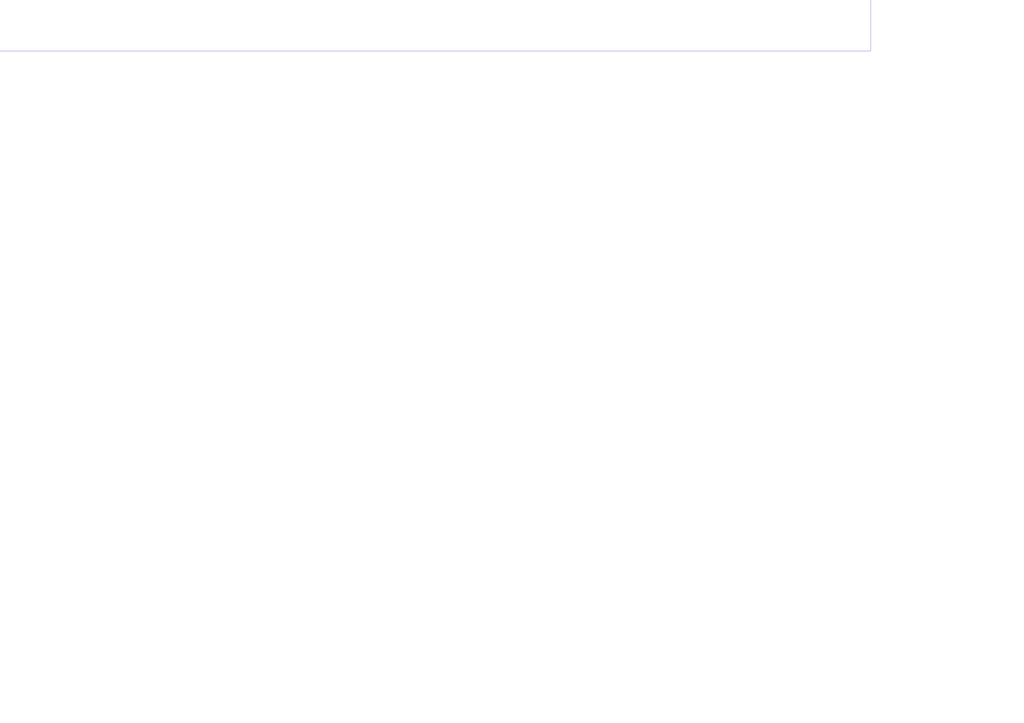
<source format=kicad_sch>
(kicad_sch (version 20230121) (generator eeschema)
  (paper "A1")
  (junction (at -259.08 -299.72))
  (junction (at -218.44 -205.74))
  (junction (at -207.01 -101.6))
  (junction (at 111.76 -443.23))
  (junction (at 425.45 -234.95))
  (junction (at -16.51 -29.21))
  (junction (at 337.82 -170.18))
  (junction (at 353.06 -139.7))
  (junction (at 435.61 -245.11))
  (junction (at 558.8 -189.23))
  (junction (at 29.21 -8.89))
  (junction (at -224.79 -135.89))
  (junction (at 411.48 -138.43))
  (junction (at 158.75 -198.12))
  (junction (at -267.97 -438.15))
  (junction (at -281.94 -91.44))
  (junction (at -209.55 -147.32))
  (junction (at 397.51 -154.94))
  (junction (at -182.88 -123.19))
  (junction (at 541.02 -68.58))
  (junction (at -210.82 -8.89))
  (junction (at 233.68 -210.82))
  (junction (at -209.55 -260.35))
  (junction (at -125.73 -419.1))
  (junction (at -182.88 -120.65))
  (junction (at 355.6 -134.62))
  (junction (at -67.31 -33.02))
  (junction (at 553.72 -196.85))
  (junction (at -157.48 -422.91))
  (junction (at 458.47 -232.41))
  (junction (at -209.55 -180.34))
  (junction (at 87.63 -234.95))
  (junction (at 541.02 -173.99))
  (junction (at -198.12 -1.27))
  (junction (at -259.08 -247.65))
  (junction (at 406.4 -68.58))
  (junction (at -209.55 -93.98))
  (junction (at -173.99 -1.27))
  (junction (at 445.77 -247.65))
  (junction (at -243.84 -194.31))
  (junction (at 533.4 -86.36))
  (junction (at 598.17 -267.97))
  (junction (at -224.79 -93.98))
  (junction (at -13.97 -137.16))
  (junction (at 6.35 -119.38))
  (junction (at 368.3 -124.46))
  (junction (at -185.42 -1.27))
  (junction (at 397.51 -152.4))
  (junction (at 543.56 -177.8))
  (junction (at 610.87 -246.38))
  (junction (at 554.99 -107.95))
  (junction (at -243.84 -205.74))
  (junction (at 435.61 -276.86))
  (junction (at -224.79 -120.65))
  (junction (at 598.17 -236.22))
  (junction (at 358.14 -129.54))
  (junction (at -30.48 -198.12))
  (junction (at -269.24 -5.08))
  (junction (at -278.13 -166.37))
  (junction (at -220.98 -44.45))
  (junction (at -237.49 -234.95))
  (junction (at -261.62 -176.53))
  (junction (at -209.55 -222.25))
  (junction (at -39.37 -8.89))
  (junction (at -58.42 -153.67))
  (junction (at -217.17 -191.77))
  (junction (at -182.88 -125.73))
  (junction (at 429.26 -181.61))
  (junction (at -261.62 -44.45))
  (junction (at -231.14 -191.77))
  (junction (at 109.22 -397.51))
  (junction (at 367.03 -43.18))
  (junction (at 411.48 -83.82))
  (junction (at 549.91 -102.87))
  (junction (at 552.45 -105.41))
  (junction (at -269.24 7.62))
  (junction (at 29.21 -55.88))
  (junction (at -1.27 -217.17))
  (junction (at 547.37 -71.12))
  (junction (at 457.2 -101.6))
  (junction (at -57.15 6.35))
  (junction (at 5.08 -8.89))
  (junction (at 421.64 -76.2))
  (junction (at 607.06 -135.89))
  (junction (at 340.36 -165.1))
  (junction (at -19.05 -280.67))
  (junction (at 158.75 -205.74))
  (junction (at -170.18 -441.96))
  (junction (at -19.05 -288.29))
  (junction (at -284.48 -299.72))
  (junction (at 109.22 -440.69))
  (junction (at -185.42 -8.89))
  (junction (at 548.64 -185.42))
  (junction (at 480.06 -257.81))
  (junction (at -209.55 -198.12))
  (junction (at 551.18 -193.04))
  (junction (at -88.9 -261.62))
  (junction (at -210.82 -1.27))
  (junction (at -39.37 -50.8))
  (junction (at -259.08 -234.95))
  (junction (at 378.46 -104.14))
  (junction (at 29.21 -13.97))
  (junction (at -30.48 -182.88))
  (junction (at 111.76 -400.05))
  (junction (at 228.6 -218.44))
  (junction (at -224.79 -8.89))
  (junction (at -254 -91.44))
  (junction (at 168.91 -198.12))
  (junction (at -140.97 -191.77))
  (junction (at 424.18 -78.74))
  (junction (at -71.12 -283.21))
  (junction (at -231.14 -205.74))
  (junction (at 488.95 -257.81))
  (junction (at 29.21 -53.34))
  (junction (at -179.07 -191.77))
  (junction (at -20.32 -29.21))
  (junction (at 419.1 -73.66))
  (junction (at 274.32 -64.77))
  (junction (at 408.94 -138.43))
  (junction (at -67.31 -45.72))
  (junction (at 535.94 -83.82))
  (junction (at -238.76 16.51))
  (junction (at 538.48 -81.28))
  (junction (at 435.61 -101.6))
  (junction (at -261.62 -34.29))
  (junction (at -13.97 -129.54))
  (junction (at -243.84 -176.53))
  (junction (at 397.51 -147.32))
  (junction (at 501.65 -247.65))
  (junction (at 416.56 -71.12))
  (junction (at -138.43 -441.96))
  (junction (at -113.03 -288.29))
  (junction (at 514.35 -245.11))
  (junction (at 546.1 -181.61))
  (junction (at -207.01 -120.65))
  (junction (at 389.89 -144.78))
  (junction (at -162.56 -386.08))
  (junction (at 454.66 -276.86))
  (junction (at -284.48 -44.45))
  (junction (at -209.55 -123.19))
  (junction (at 347.98 -149.86))
  (junction (at -238.76 -1.27))
  (junction (at -243.84 -170.18))
  (junction (at -194.31 -222.25))
  (junction (at 44.45 -245.11))
  (junction (at -281.94 -78.74))
  (junction (at -134.62 -419.1))
  (junction (at -1.27 -232.41))
  (junction (at 29.21 -50.8))
  (junction (at -173.99 -8.89))
  (junction (at -106.68 -431.8))
  (junction (at 513.08 -232.41))
  (junction (at -214.63 -44.45))
  (junction (at 139.7 -234.95))
  (junction (at 375.92 -109.22))
  (junction (at 238.76 -67.31))
  (junction (at 345.44 -154.94))
  (junction (at -182.88 -104.14))
  (junction (at -13.97 -280.67))
  (junction (at -254 -12.7))
  (junction (at 373.38 -114.3))
  (junction (at 29.21 -11.43))
  (junction (at -231.14 -154.94))
  (junction (at 350.52 -144.78))
  (junction (at -254 -78.74))
  (junction (at -101.6 -288.29))
  (junction (at -179.07 -166.37))
  (junction (at 370.84 -119.38))
  (junction (at -209.55 -135.89))
  (junction (at -88.9 -256.54))
  (junction (at 5.08 -50.8))
  (junction (at -24.13 -243.84))
  (junction (at -7.62 -288.29))
  (junction (at -224.79 -1.27))
  (junction (at -101.6 -280.67))
  (junction (at 408.94 -81.28))
  (junction (at -228.6 -500.38))
  (junction (at 447.04 -101.6))
  (junction (at -58.42 -135.89))
  (junction (at -205.74 -24.13))
  (junction (at -224.79 -101.6))
  (junction (at 342.9 -160.02))
  (junction (at -182.88 -109.22))
  (junction (at -231.14 -180.34))
  (junction (at 25.4 -242.57))
  (junction (at 502.92 -132.08))
  (junction (at -16.51 -17.78))
  (junction (at 410.21 -138.43))
  (junction (at 458.47 -276.86))
  (junction (at 397.51 -149.86))
  (junction (at 142.24 -177.8))
  (junction (at 168.91 -205.74))
  (junction (at -38.1 -144.78))
  (junction (at -8.89 -223.52))
  (junction (at -248.92 -270.51))
  (junction (at -182.88 -106.68))
  (junction (at 381 -43.18))
  (junction (at 111.76 -234.95))
  (junction (at -254 16.51))
  (junction (at 139.7 -227.33))
  (junction (at 445.77 -276.86))
  (junction (at 556.26 -200.66))
  (junction (at -209.55 -104.14))
  (junction (at 591.82 -212.09))
  (junction (at 450.85 -121.92))
  (junction (at -243.84 -128.27))
  (junction (at -237.49 -247.65))
  (junction (at 210.82 -210.82))
  (junction (at -36.83 -109.22))
  (junction (at -109.22 -259.08))
  (junction (at -16.51 -66.04))
  (junction (at -238.76 -8.89))
  (junction (at -67.31 -3.81))
  (junction (at -198.12 -8.89))
  (junction (at 414.02 -86.36))
  (no_connect (at -157.48 -419.1))
  (no_connect (at -223.52 -36.83))
  (no_connect (at -157.48 -426.72))
  (no_connect (at 1.27 -129.54))
  (no_connect (at -157.48 -429.26))
  (no_connect (at -157.48 -436.88))
  (no_connect (at 8.89 -142.24))
  (no_connect (at -144.78 -429.26))
  (no_connect (at -144.78 -424.18))
  (no_connect (at 563.88 -200.66))
  (no_connect (at -243.84 -39.37))
  (no_connect (at -157.48 -439.42))
  (no_connect (at -144.78 -434.34))
  (no_connect (at 563.88 -189.23))
  (wire (pts (xy 97.79 -240.03) (xy 87.63 -240.03)))
  (wire (pts (xy 608.33 -280.67) (xy 608.33 -270.51)))
  (wire (pts (xy 139.7 -162.56) (xy 152.4 -162.56)))
  (wire (pts (xy -144.78 -419.1) (xy -134.62 -419.1)))
  (wire (pts (xy -162.56 -386.08) (xy -161.29 -386.08)))
  (wire (pts (xy 600.71 -190.5) (xy 610.87 -190.5)))
  (wire (pts (xy -218.44 -471.17) (xy -201.93 -471.17)))
  (wire (pts (xy 86.36 -69.85) (xy 86.36 -68.58)))
  (wire (pts (xy -19.05 -280.67) (xy -13.97 -280.67)))
  (wire (pts (xy 72.39 -87.63) (xy 78.74 -87.63)))
  (wire (pts (xy 358.14 -53.34) (xy 358.14 -43.18)))
  (wire (pts (xy 44.45 -245.11) (xy 46.99 -245.11)))
  (wire (pts (xy -220.98 -34.29) (xy -220.98 -31.75)))
  (wire (pts (xy -102.87 -429.26) (xy -104.14 -429.26)))
  (wire (pts (xy 541.02 -173.99) (xy 571.5 -173.99)))
  (wire (pts (xy -237.49 -234.95) (xy -233.68 -234.95)))
  (wire (pts (xy -182.88 -106.68) (xy -182.88 -104.14)))
  (wire (pts (xy 295.91 -165.1) (xy 340.36 -165.1)))
  (wire (pts (xy -6.35 -137.16) (xy -13.97 -137.16)))
  (wire (pts (xy 558.8 -189.23) (xy 558.8 -208.28)))
  (wire (pts (xy 496.57 -227.33) (xy 502.92 -227.33)))
  (wire (pts (xy 176.53 -218.44) (xy 176.53 -198.12)))
  (wire (pts (xy 591.82 -212.09) (xy 591.82 -190.5)))
  (wire (pts (xy 435.61 -252.73) (xy 435.61 -245.11)))
  (wire (pts (xy -29.21 -228.6) (xy -29.21 -223.52)))
  (wire (pts (xy -185.42 -435.61) (xy -185.42 -444.5)))
  (wire (pts (xy 358.14 -129.54) (xy 360.68 -129.54)))
  (wire (pts (xy 370.84 -88.9) (xy 370.84 -119.38)))
  (wire (pts (xy -13.97 -129.54) (xy -1.27 -129.54)))
  (wire (pts (xy -243.84 -109.22) (xy -243.84 -128.27)))
  (wire (pts (xy -224.79 -101.6) (xy -207.01 -101.6)))
  (wire (pts (xy 548.64 -185.42) (xy 566.42 -185.42)))
  (wire (pts (xy 212.09 -134.62) (xy 214.63 -134.62)))
  (wire (pts (xy -224.79 -120.65) (xy -207.01 -120.65)))
  (wire (pts (xy 381 -157.48) (xy 400.05 -157.48)))
  (wire (pts (xy 556.26 -200.66) (xy 556.26 -208.28)))
  (wire (pts (xy -284.48 -285.75) (xy -284.48 -283.21)))
  (wire (pts (xy -38.1 -135.89) (xy -58.42 -135.89)))
  (wire (pts (xy 488.95 -257.81) (xy 480.06 -257.81)))
  (wire (pts (xy 368.3 -124.46) (xy 370.84 -124.46)))
  (wire (pts (xy 546.1 -181.61) (xy 563.88 -181.61)))
  (wire (pts (xy 535.94 -83.82) (xy 411.48 -83.82)))
  (wire (pts (xy 158.75 -205.74) (xy 168.91 -205.74)))
  (wire (pts (xy -151.13 -248.92) (xy -151.13 -245.11)))
  (wire (pts (xy 29.21 -119.38) (xy 6.35 -119.38)))
  (wire (pts (xy 259.08 -223.52) (xy 259.08 -207.01)))
  (wire (pts (xy 86.36 -142.24) (xy 86.36 -139.7)))
  (wire (pts (xy 483.87 -242.57) (xy 200.66 -242.57)))
  (wire (pts (xy 556.26 -200.66) (xy 563.88 -200.66)))
  (wire (pts (xy 212.09 -119.38) (xy 214.63 -119.38)))
  (wire (pts (xy -209.55 -135.89) (xy -209.55 -123.19)))
  (wire (pts (xy 610.87 -152.4) (xy 607.06 -152.4)))
  (wire (pts (xy 295.91 -134.62) (xy 355.6 -134.62)))
  (wire (pts (xy 532.13 -189.23) (xy 492.76 -189.23)))
  (wire (pts (xy -16.51 -11.43) (xy 8.89 -11.43)))
  (wire (pts (xy 337.82 -170.18) (xy 340.36 -170.18)))
  (wire (pts (xy 406.4 -35.56) (xy 406.4 -68.58)))
  (wire (pts (xy -110.49 -431.8) (xy -106.68 -431.8)))
  (wire (pts (xy 345.44 -160.02) (xy 345.44 -195.58)))
  (wire (pts (xy 524.51 -200.66) (xy 556.26 -200.66)))
  (wire (pts (xy -76.2 -22.86) (xy -67.31 -22.86)))
  (wire (pts (xy -191.77 -438.15) (xy -191.77 -488.95)))
  (wire (pts (xy 497.84 -149.86) (xy 497.84 -181.61)))
  (wire (pts (xy 458.47 -276.86) (xy 454.66 -276.86)))
  (wire (pts (xy -255.27 -104.14) (xy -254 -104.14)))
  (wire (pts (xy 133.35 -242.57) (xy 149.86 -242.57)))
  (wire (pts (xy 147.32 -245.11) (xy 149.86 -245.11)))
  (wire (pts (xy 546.1 -208.28) (xy 546.1 -181.61)))
  (wire (pts (xy 425.45 -234.95) (xy 483.87 -234.95)))
  (wire (pts (xy 212.09 -114.3) (xy 214.63 -114.3)))
  (wire (pts (xy 600.71 -212.09) (xy 610.87 -212.09)))
  (wire (pts (xy -269.24 16.51) (xy -254 16.51)))
  (wire (pts (xy 429.26 -181.61) (xy 429.26 -176.53)))
  (wire (pts (xy -365.76 -182.88) (xy -360.68 -182.88)))
  (wire (pts (xy -284.48 -58.42) (xy -284.48 -54.61)))
  (wire (pts (xy -205.74 -24.13) (xy -205.74 -21.59)))
  (wire (pts (xy -53.34 -205.74) (xy -43.18 -205.74)))
  (wire (pts (xy -248.92 -270.51) (xy -233.68 -270.51)))
  (wire (pts (xy 243.84 -72.39) (xy 243.84 -80.01)))
  (wire (pts (xy -31.75 -288.29) (xy -19.05 -288.29)))
  (wire (pts (xy -182.88 -125.73) (xy -182.88 -123.19)))
  (wire (pts (xy -88.9 -261.62) (xy -88.9 -260.35)))
  (wire (pts (xy 8.89 -129.54) (xy 26.67 -129.54)))
  (wire (pts (xy 400.05 -144.78) (xy 389.89 -144.78)))
  (wire (pts (xy -16.51 -29.21) (xy -11.43 -29.21)))
  (wire (pts (xy -57.15 -8.89) (xy -39.37 -8.89)))
  (wire (pts (xy 379.73 -53.34) (xy 365.76 -53.34)))
  (wire (pts (xy -186.69 -128.27) (xy -182.88 -128.27)))
  (wire (pts (xy -177.8 -434.34) (xy -157.48 -434.34)))
  (wire (pts (xy 496.57 -247.65) (xy 501.65 -247.65)))
  (wire (pts (xy 411.48 -83.82) (xy 411.48 -30.48)))
  (wire (pts (xy -256.54 -194.31) (xy -243.84 -194.31)))
  (wire (pts (xy -110.49 -419.1) (xy -106.68 -419.1)))
  (wire (pts (xy 554.99 -154.94) (xy 554.99 -107.95)))
  (wire (pts (xy 205.74 -245.11) (xy 435.61 -245.11)))
  (wire (pts (xy -269.24 7.62) (xy -269.24 16.51)))
  (wire (pts (xy -382.27 -195.58) (xy -378.46 -195.58)))
  (wire (pts (xy 610.87 -278.13) (xy 590.55 -278.13)))
  (wire (pts (xy 375.92 -109.22) (xy 378.46 -109.22)))
  (wire (pts (xy 274.32 -207.01) (xy 274.32 -215.9)))
  (wire (pts (xy 139.7 -165.1) (xy 144.78 -165.1)))
  (wire (pts (xy 610.87 -262.89) (xy 610.87 -260.35)))
  (wire (pts (xy 590.55 -279.4) (xy 590.55 -278.13)))
  (wire (pts (xy -120.65 -478.79) (xy -120.65 -436.88)))
  (wire (pts (xy 552.45 -152.4) (xy 552.45 -105.41)))
  (wire (pts (xy -204.47 -104.14) (xy -209.55 -104.14)))
  (wire (pts (xy 212.09 -160.02) (xy 214.63 -160.02)))
  (wire (pts (xy 416.56 -25.4) (xy 416.56 -71.12)))
  (wire (pts (xy 295.91 -124.46) (xy 368.3 -124.46)))
  (wire (pts (xy -172.72 -222.25) (xy -166.37 -222.25)))
  (wire (pts (xy -233.68 -257.81) (xy -248.92 -257.81)))
  (wire (pts (xy -19.05 -288.29) (xy -7.62 -288.29)))
  (wire (pts (xy -39.37 -16.51) (xy -39.37 -29.21)))
  (wire (pts (xy 608.33 -157.48) (xy 608.33 -143.51)))
  (wire (pts (xy -243.84 -176.53) (xy -243.84 -170.18)))
  (wire (pts (xy 109.22 -440.69) (xy 109.22 -397.51)))
  (wire (pts (xy -213.36 -147.32) (xy -209.55 -147.32)))
  (wire (pts (xy -238.76 16.51) (xy -238.76 20.32)))
  (wire (pts (xy -220.98 -147.32) (xy -224.79 -147.32)))
  (wire (pts (xy 435.61 -114.3) (xy 435.61 -111.76)))
  (wire (pts (xy 347.98 -149.86) (xy 350.52 -149.86)))
  (wire (pts (xy 139.7 -227.33) (xy 139.7 -226.06)))
  (wire (pts (xy 400.05 -152.4) (xy 397.51 -152.4)))
  (wire (pts (xy -106.68 -257.81) (xy -109.22 -257.81)))
  (wire (pts (xy 139.7 -167.64) (xy 142.24 -167.64)))
  (wire (pts (xy 421.64 -93.98) (xy 421.64 -76.2)))
  (wire (pts (xy -138.43 -441.96) (xy -130.81 -441.96)))
  (wire (pts (xy -153.67 -386.08) (xy -134.62 -386.08)))
  (wire (pts (xy -182.88 -128.27) (xy -182.88 -125.73)))
  (wire (pts (xy 109.22 -483.87) (xy 109.22 -440.69)))
  (wire (pts (xy -284.48 7.62) (xy -269.24 7.62)))
  (wire (pts (xy 458.47 -276.86) (xy 458.47 -260.35)))
  (wire (pts (xy 459.74 -229.87) (xy 483.87 -229.87)))
  (wire (pts (xy 168.91 -198.12) (xy 176.53 -198.12)))
  (wire (pts (xy -29.21 -129.54) (xy -13.97 -129.54)))
  (wire (pts (xy -204.47 -128.27) (xy -243.84 -128.27)))
  (wire (pts (xy -218.44 -198.12) (xy -209.55 -198.12)))
  (wire (pts (xy -224.79 -1.27) (xy -210.82 -1.27)))
  (wire (pts (xy 576.58 -196.85) (xy 576.58 -209.55)))
  (wire (pts (xy 591.82 -212.09) (xy 593.09 -212.09)))
  (wire (pts (xy -162.56 -191.77) (xy -179.07 -191.77)))
  (wire (pts (xy -177.8 -386.08) (xy -177.8 -434.34)))
  (wire (pts (xy 139.7 -177.8) (xy 142.24 -177.8)))
  (wire (pts (xy 139.7 -198.12) (xy 158.75 -198.12)))
  (wire (pts (xy 400.05 -165.1) (xy 373.38 -165.1)))
  (wire (pts (xy 345.44 -154.94) (xy 347.98 -154.94)))
  (wire (pts (xy -231.14 -165.1) (xy -231.14 -163.83)))
  (wire (pts (xy 212.09 -129.54) (xy 214.63 -129.54)))
  (wire (pts (xy -365.76 -193.04) (xy -360.68 -193.04)))
  (wire (pts (xy 358.14 -43.18) (xy 367.03 -43.18)))
  (wire (pts (xy -223.52 -34.29) (xy -220.98 -34.29)))
  (wire (pts (xy 124.46 -483.87) (xy 109.22 -483.87)))
  (wire (pts (xy 340.36 -170.18) (xy 340.36 -200.66)))
  (wire (pts (xy 10.16 -212.09) (xy 10.16 -209.55)))
  (wire (pts (xy 139.7 -187.96) (xy 148.59 -187.96)))
  (wire (pts (xy -243.84 -101.6) (xy -224.79 -101.6)))
  (wire (pts (xy 370.84 -119.38) (xy 295.91 -119.38)))
  (wire (pts (xy -223.52 -476.25) (xy -207.01 -476.25)))
  (wire (pts (xy -20.32 -17.78) (xy -16.51 -17.78)))
  (wire (pts (xy 191.77 -64.77) (xy 191.77 -234.95)))
  (wire (pts (xy -218.44 -205.74) (xy -217.17 -205.74)))
  (wire (pts (xy 1.27 -142.24) (xy 1.27 -148.59)))
  (wire (pts (xy 381 -104.14) (xy 381 -157.48)))
  (wire (pts (xy -365.76 -203.2) (xy -360.68 -203.2)))
  (wire (pts (xy 389.89 -45.72) (xy 389.89 -43.18)))
  (wire (pts (xy -236.22 -481.33) (xy -123.19 -481.33)))
  (wire (pts (xy 610.87 -246.38) (xy 605.79 -246.38)))
  (wire (pts (xy -278.13 -166.37) (xy -273.05 -166.37)))
  (wire (pts (xy -30.48 -217.17) (xy -1.27 -217.17)))
  (wire (pts (xy -19.05 -228.6) (xy -19.05 -208.28)))
  (wire (pts (xy -140.97 -191.77) (xy -86.36 -191.77)))
  (wire (pts (xy 539.75 -196.85) (xy 553.72 -196.85)))
  (wire (pts (xy -43.18 -191.77) (xy -38.1 -191.77)))
  (wire (pts (xy -233.68 -468.63) (xy -233.68 -478.79)))
  (wire (pts (xy -284.48 -293.37) (xy -284.48 -299.72)))
  (wire (pts (xy 591.82 -241.3) (xy 586.74 -241.3)))
  (wire (pts (xy 533.4 -139.7) (xy 535.94 -139.7)))
  (wire (pts (xy 259.08 -60.96) (xy 259.08 -80.01)))
  (wire (pts (xy -201.93 -471.17) (xy -201.93 -488.95)))
  (wire (pts (xy -125.73 -419.1) (xy -118.11 -419.1)))
  (wire (pts (xy -109.22 -262.89) (xy -106.68 -262.89)))
  (wire (pts (xy 419.1 -91.44) (xy 400.05 -91.44)))
  (wire (pts (xy 218.44 -210.82) (xy 233.68 -210.82)))
  (wire (pts (xy -365.76 -205.74) (xy -346.71 -205.74)))
  (wire (pts (xy 605.79 -267.97) (xy 610.87 -267.97)))
  (wire (pts (xy 149.86 -240.03) (xy 139.7 -240.03)))
  (wire (pts (xy -29.21 -223.52) (xy -8.89 -223.52)))
  (wire (pts (xy -16.51 -71.12) (xy -16.51 -66.04)))
  (wire (pts (xy 524.51 -185.42) (xy 548.64 -185.42)))
  (wire (pts (xy 520.7 -121.92) (xy 520.7 -118.11)))
  (wire (pts (xy 72.39 -134.62) (xy 78.74 -134.62)))
  (wire (pts (xy 458.47 -252.73) (xy 458.47 -232.41)))
  (wire (pts (xy 580.39 -102.87) (xy 549.91 -102.87)))
  (wire (pts (xy -391.16 -215.9) (xy -378.46 -215.9)))
  (wire (pts (xy 580.39 -110.49) (xy 580.39 -102.87)))
  (wire (pts (xy -204.47 -106.68) (xy -207.01 -106.68)))
  (wire (pts (xy 379.73 -93.98) (xy 375.92 -93.98)))
  (wire (pts (xy 378.46 -104.14) (xy 381 -104.14)))
  (wire (pts (xy -243.84 -205.74) (xy -231.14 -205.74)))
  (wire (pts (xy -16.51 -66.04) (xy -16.51 -63.5)))
  (wire (pts (xy 254 -228.6) (xy 254 -207.01)))
  (wire (pts (xy 365.76 -127) (xy 365.76 -53.34)))
  (wire (pts (xy 379.73 -50.8) (xy 367.03 -50.8)))
  (wire (pts (xy 480.06 -257.81) (xy 467.36 -257.81)))
  (wire (pts (xy -63.5 -45.72) (xy -67.31 -45.72)))
  (wire (pts (xy -236.22 -400.05) (xy -236.22 -393.7)))
  (wire (pts (xy 379.73 -83.82) (xy 358.14 -83.82)))
  (wire (pts (xy 406.4 -138.43) (xy 408.94 -138.43)))
  (wire (pts (xy 435.61 -104.14) (xy 435.61 -101.6)))
  (wire (pts (xy -238.76 -1.27) (xy -224.79 -1.27)))
  (wire (pts (xy -24.13 -243.84) (xy -19.05 -243.84)))
  (wire (pts (xy 40.64 -245.11) (xy 44.45 -245.11)))
  (wire (pts (xy 194.31 -237.49) (xy 483.87 -237.49)))
  (wire (pts (xy -267.97 -438.15) (xy -267.97 -386.08)))
  (wire (pts (xy 603.25 -214.63) (xy 610.87 -214.63)))
  (wire (pts (xy -208.28 -445.77) (xy -199.39 -445.77)))
  (wire (pts (xy 109.22 -381) (xy 109.22 -397.51)))
  (wire (pts (xy -168.91 -118.11) (xy -182.88 -118.11)))
  (wire (pts (xy 516.89 -177.8) (xy 500.38 -177.8)))
  (wire (pts (xy -382.27 -185.42) (xy -378.46 -185.42)))
  (wire (pts (xy -175.26 -431.8) (xy -175.26 -386.08)))
  (wire (pts (xy -220.98 -86.36) (xy -224.79 -86.36)))
  (wire (pts (xy 198.12 -76.2) (xy 198.12 -240.03)))
  (wire (pts (xy 345.44 -195.58) (xy 421.64 -195.58)))
  (wire (pts (xy 302.26 -35.56) (xy 406.4 -35.56)))
  (wire (pts (xy 171.45 -190.5) (xy 139.7 -190.5)))
  (wire (pts (xy -248.92 -257.81) (xy -248.92 -270.51)))
  (wire (pts (xy 514.35 -245.11) (xy 516.89 -245.11)))
  (wire (pts (xy 384.81 -140.97) (xy 384.81 -144.78)))
  (wire (pts (xy 593.09 -71.12) (xy 547.37 -71.12)))
  (wire (pts (xy 400.05 -147.32) (xy 397.51 -147.32)))
  (wire (pts (xy -209.55 -86.36) (xy -209.55 -93.98)))
  (wire (pts (xy -58.42 -135.89) (xy -58.42 -134.62)))
  (wire (pts (xy 551.18 -208.28) (xy 551.18 -193.04)))
  (wire (pts (xy 139.7 -180.34) (xy 143.51 -180.34)))
  (wire (pts (xy -209.55 -123.19) (xy -209.55 -104.14)))
  (wire (pts (xy 421.64 -20.32) (xy 317.5 -20.32)))
  (wire (pts (xy -1.27 -234.95) (xy -1.27 -232.41)))
  (wire (pts (xy 203.2 -247.65) (xy 203.2 -165.1)))
  (wire (pts (xy -232.41 -222.25) (xy -218.44 -222.25)))
  (wire (pts (xy 295.91 -154.94) (xy 345.44 -154.94)))
  (wire (pts (xy 295.91 -149.86) (xy 347.98 -149.86)))
  (wire (pts (xy -259.08 -274.32) (xy -259.08 -247.65)))
  (wire (pts (xy 492.76 -144.78) (xy 508 -144.78)))
  (wire (pts (xy 500.38 -250.19) (xy 500.38 -257.81)))
  (wire (pts (xy 111.76 -400.05) (xy 124.46 -400.05)))
  (wire (pts (xy -62.23 -153.67) (xy -58.42 -153.67)))
  (wire (pts (xy 350.52 -190.5) (xy 416.56 -190.5)))
  (wire (pts (xy -226.06 -468.63) (xy -226.06 -483.87)))
  (wire (pts (xy -113.03 -280.67) (xy -101.6 -280.67)))
  (wire (pts (xy 173.99 -180.34) (xy 214.63 -180.34)))
  (wire (pts (xy -101.6 -288.29) (xy -66.04 -288.29)))
  (wire (pts (xy 233.68 -218.44) (xy 233.68 -210.82)))
  (wire (pts (xy -30.48 -208.28) (xy -30.48 -217.17)))
  (wire (pts (xy 158.75 -198.12) (xy 168.91 -198.12)))
  (wire (pts (xy 497.84 -181.61) (xy 532.13 -181.61)))
  (wire (pts (xy 416.56 -190.5) (xy 416.56 -176.53)))
  (wire (pts (xy 397.51 -147.32) (xy 397.51 -149.86)))
  (wire (pts (xy 461.01 -93.98) (xy 461.01 -92.71)))
  (wire (pts (xy -36.83 -120.65) (xy -36.83 -116.84)))
  (wire (pts (xy -391.16 -208.28) (xy -378.46 -208.28)))
  (wire (pts (xy 379.73 -71.12) (xy 345.44 -71.12)))
  (wire (pts (xy -391.16 -182.88) (xy -378.46 -182.88)))
  (wire (pts (xy 539.75 -189.23) (xy 558.8 -189.23)))
  (wire (pts (xy -29.21 -114.3) (xy -29.21 -129.54)))
  (wire (pts (xy -259.08 -234.95) (xy -256.54 -234.95)))
  (wire (pts (xy -30.48 -198.12) (xy -30.48 -196.85)))
  (wire (pts (xy 181.61 -208.28) (xy 181.61 -60.96)))
  (wire (pts (xy -269.24 -5.08) (xy -269.24 -12.7)))
  (wire (pts (xy 228.6 -218.44) (xy 228.6 -207.01)))
  (wire (pts (xy 389.89 -104.14) (xy 389.89 -101.6)))
  (wire (pts (xy -134.62 -419.1) (xy -125.73 -419.1)))
  (wire (pts (xy 254 -80.01) (xy 254 -72.39)))
  (wire (pts (xy 26.67 -13.97) (xy 29.21 -13.97)))
  (wire (pts (xy -140.97 -180.34) (xy -140.97 -191.77)))
  (wire (pts (xy 532.13 -196.85) (xy 487.68 -196.85)))
  (wire (pts (xy 533.4 -86.36) (xy 414.02 -86.36)))
  (wire (pts (xy 181.61 -60.96) (xy 259.08 -60.96)))
  (wire (pts (xy 378.46 -96.52) (xy 378.46 -104.14)))
  (wire (pts (xy 295.91 -139.7) (xy 353.06 -139.7)))
  (wire (pts (xy -209.55 -245.11) (xy -209.55 -247.65)))
  (wire (pts (xy -256.54 -205.74) (xy -243.84 -205.74)))
  (wire (pts (xy 379.73 -96.52) (xy 378.46 -96.52)))
  (wire (pts (xy 589.28 -195.58) (xy 589.28 -186.69)))
  (wire (pts (xy -220.98 -93.98) (xy -224.79 -93.98)))
  (wire (pts (xy 450.85 -157.48) (xy 450.85 -121.92)))
  (wire (pts (xy 419.1 -22.86) (xy 419.1 -73.66)))
  (wire (pts (xy 533.4 -154.94) (xy 554.99 -154.94)))
  (wire (pts (xy 353.06 -139.7) (xy 355.6 -139.7)))
  (wire (pts (xy -39.37 -50.8) (xy 5.08 -50.8)))
  (wire (pts (xy 375.92 -162.56) (xy 400.05 -162.56)))
  (wire (pts (xy 610.87 -285.75) (xy 584.2 -285.75)))
  (wire (pts (xy -71.12 -283.21) (xy -71.12 -275.59)))
  (wire (pts (xy -186.69 -106.68) (xy -182.88 -106.68)))
  (wire (pts (xy -179.07 -191.77) (xy -179.07 -181.61)))
  (wire (pts (xy 259.08 -223.52) (xy 320.04 -223.52)))
  (wire (pts (xy 312.42 -25.4) (xy 416.56 -25.4)))
  (wire (pts (xy -170.18 -441.96) (xy -157.48 -441.96)))
  (wire (pts (xy -43.18 -196.85) (xy -43.18 -191.77)))
  (wire (pts (xy -261.62 -44.45) (xy -284.48 -44.45)))
  (wire (pts (xy 264.16 -220.98) (xy 264.16 -207.01)))
  (wire (pts (xy -30.48 -200.66) (xy -30.48 -198.12)))
  (wire (pts (xy -284.48 -46.99) (xy -284.48 -44.45)))
  (wire (pts (xy 502.92 -132.08) (xy 508 -132.08)))
  (wire (pts (xy 533.4 -142.24) (xy 538.48 -142.24)))
  (wire (pts (xy -241.3 -234.95) (xy -237.49 -234.95)))
  (wire (pts (xy -182.88 -118.11) (xy -182.88 -109.22)))
  (wire (pts (xy -2.54 -58.42) (xy 8.89 -58.42)))
  (wire (pts (xy 238.76 -217.17) (xy 238.76 -207.01)))
  (wire (pts (xy -228.6 -500.38) (xy -209.55 -500.38)))
  (wire (pts (xy 212.09 -149.86) (xy 214.63 -149.86)))
  (wire (pts (xy -58.42 -153.67) (xy -58.42 -149.86)))
  (wire (pts (xy 533.4 -152.4) (xy 552.45 -152.4)))
  (wire (pts (xy 541.02 -219.71) (xy 541.02 -218.44)))
  (wire (pts (xy 358.14 -60.96) (xy 379.73 -60.96)))
  (wire (pts (xy -365.76 -190.5) (xy -346.71 -190.5)))
  (wire (pts (xy 139.7 -175.26) (xy 144.78 -175.26)))
  (wire (pts (xy 29.21 -11.43) (xy 26.67 -11.43)))
  (wire (pts (xy -265.43 -166.37) (xy -261.62 -166.37)))
  (wire (pts (xy -281.94 -91.44) (xy -281.94 -90.17)))
  (wire (pts (xy -67.31 -45.72) (xy -67.31 -40.64)))
  (wire (pts (xy 238.76 -227.33) (xy 238.76 -224.79)))
  (wire (pts (xy 400.05 -83.82) (xy 411.48 -83.82)))
  (wire (pts (xy 302.26 -185.42) (xy 302.26 -35.56)))
  (wire (pts (xy 29.21 -27.94) (xy 29.21 -50.8)))
  (wire (pts (xy 139.7 -182.88) (xy 143.51 -182.88)))
  (wire (pts (xy 549.91 -149.86) (xy 549.91 -102.87)))
  (wire (pts (xy 553.72 -196.85) (xy 576.58 -196.85)))
  (wire (pts (xy 295.91 -109.22) (xy 375.92 -109.22)))
  (wire (pts (xy -196.85 -443.23) (xy -196.85 -488.95)))
  (wire (pts (xy -19.05 -198.12) (xy -30.48 -198.12)))
  (wire (pts (xy 467.36 -257.81) (xy 467.36 -255.27)))
  (wire (pts (xy -218.44 -468.63) (xy -218.44 -471.17)))
  (wire (pts (xy -123.19 -439.42) (xy -144.78 -439.42)))
  (wire (pts (xy -243.84 -78.74) (xy -254 -78.74)))
  (wire (pts (xy 335.28 -175.26) (xy 335.28 -205.74)))
  (wire (pts (xy 295.91 -129.54) (xy 358.14 -129.54)))
  (wire (pts (xy 29.21 -55.88) (xy 26.67 -55.88)))
  (wire (pts (xy 551.18 -193.04) (xy 610.87 -193.04)))
  (wire (pts (xy -265.43 -176.53) (xy -261.62 -176.53)))
  (wire (pts (xy -284.48 3.81) (xy -284.48 7.62)))
  (wire (pts (xy 340.36 -165.1) (xy 342.9 -165.1)))
  (wire (pts (xy 228.6 -80.01) (xy 228.6 -76.2)))
  (wire (pts (xy 543.56 -234.95) (xy 537.21 -234.95)))
  (wire (pts (xy -247.65 -8.89) (xy -247.65 -12.7)))
  (wire (pts (xy -109.22 -259.08) (xy -109.22 -262.89)))
  (wire (pts (xy 320.04 -17.78) (xy 424.18 -17.78)))
  (wire (pts (xy 26.67 -53.34) (xy 29.21 -53.34)))
  (wire (pts (xy 488.95 -269.24) (xy 501.65 -269.24)))
  (wire (pts (xy -67.31 -3.81) (xy -67.31 -2.54)))
  (wire (pts (xy 353.06 -144.78) (xy 353.06 -187.96)))
  (wire (pts (xy -6.35 -123.19) (xy 3.81 -123.19)))
  (wire (pts (xy 5.08 -55.88) (xy 5.08 -50.8)))
  (wire (pts (xy 425.45 -260.35) (xy 425.45 -276.86)))
  (wire (pts (xy -179.07 -171.45) (xy -179.07 -166.37)))
  (wire (pts (xy -101.6 -280.67) (xy -101.6 -279.4)))
  (wire (pts (xy 274.32 -64.77) (xy 279.4 -64.77)))
  (wire (pts (xy -209.55 -180.34) (xy -209.55 -176.53)))
  (wire (pts (xy -45.72 -288.29) (xy -45.72 -290.83)))
  (wire (pts (xy -185.42 -1.27) (xy -173.99 -1.27)))
  (wire (pts (xy 139.7 -200.66) (xy 140.97 -200.66)))
  (wire (pts (xy -382.27 -190.5) (xy -378.46 -190.5)))
  (wire (pts (xy 524.51 -177.8) (xy 543.56 -177.8)))
  (wire (pts (xy -113.03 -288.29) (xy -101.6 -288.29)))
  (wire (pts (xy -130.81 -450.85) (xy -170.18 -450.85)))
  (wire (pts (xy 86.36 -129.54) (xy 86.36 -127)))
  (wire (pts (xy -238.76 -8.89) (xy -247.65 -8.89)))
  (wire (pts (xy 406.4 -78.74) (xy 400.05 -78.74)))
  (wire (pts (xy -265.43 -299.72) (xy -259.08 -299.72)))
  (wire (pts (xy -157.48 -424.18) (xy -157.48 -422.91)))
  (wire (pts (xy 111.76 -400.05) (xy 111.76 -381)))
  (wire (pts (xy -1.27 -144.78) (xy -30.48 -144.78)))
  (wire (pts (xy 8.89 -53.34) (xy -16.51 -53.34)))
  (wire (pts (xy -220.98 -44.45) (xy -214.63 -44.45)))
  (wire (pts (xy -391.16 -187.96) (xy -378.46 -187.96)))
  (wire (pts (xy 585.47 -110.49) (xy 585.47 -81.28)))
  (wire (pts (xy 459.74 -229.87) (xy 459.74 -181.61)))
  (wire (pts (xy 457.2 -101.6) (xy 457.2 -104.14)))
  (wire (pts (xy -231.14 -180.34) (xy -231.14 -175.26)))
  (wire (pts (xy 295.91 -180.34) (xy 337.82 -180.34)))
  (wire (pts (xy 400.05 -149.86) (xy 397.51 -149.86)))
  (wire (pts (xy 508 -129.54) (xy 502.92 -129.54)))
  (wire (pts (xy -59.69 -109.22) (xy -55.88 -109.22)))
  (wire (pts (xy 304.8 -190.5) (xy 304.8 -33.02)))
  (wire (pts (xy 400.05 -96.52) (xy 424.18 -96.52)))
  (wire (pts (xy 496.57 -234.95) (xy 529.59 -234.95)))
  (wire (pts (xy -209.55 -180.34) (xy -231.14 -180.34)))
  (wire (pts (xy -281.94 -104.14) (xy -287.02 -104.14)))
  (wire (pts (xy -205.74 -40.64) (xy -205.74 -44.45)))
  (wire (pts (xy -259.08 -299.72) (xy -259.08 -289.56)))
  (wire (pts (xy 340.36 -66.04) (xy 340.36 -165.1)))
  (wire (pts (xy 541.02 -68.58) (xy 406.4 -68.58)))
  (wire (pts (xy -119.38 -255.27) (xy -116.84 -255.27)))
  (wire (pts (xy -24.13 -243.84) (xy -29.21 -243.84)))
  (wire (pts (xy -365.76 -200.66) (xy -346.71 -200.66)))
  (wire (pts (xy -88.9 -262.89) (xy -88.9 -261.62)))
  (wire (pts (xy 365.76 -127) (xy 453.39 -127)))
  (wire (pts (xy 607.06 -187.96) (xy 607.06 -182.88)))
  (wire (pts (xy -240.03 -222.25) (xy -259.08 -222.25)))
  (wire (pts (xy 78.74 -383.54) (xy 116.84 -383.54)))
  (wire (pts (xy 411.48 -138.43) (xy 414.02 -138.43)))
  (wire (pts (xy -1.27 -144.78) (xy -1.27 -142.24)))
  (wire (pts (xy -66.04 -283.21) (xy -71.12 -283.21)))
  (wire (pts (xy 429.26 -138.43) (xy 441.96 -138.43)))
  (wire (pts (xy 29.21 -58.42) (xy 29.21 -55.88)))
  (wire (pts (xy -233.68 -24.13) (xy -205.74 -24.13)))
  (wire (pts (xy -281.94 -99.06) (xy -281.94 -104.14)))
  (wire (pts (xy -248.92 -299.72) (xy -248.92 -289.56)))
  (wire (pts (xy -67.31 -33.02) (xy -67.31 -31.75)))
  (wire (pts (xy 607.06 -135.89) (xy 610.87 -135.89)))
  (wire (pts (xy 212.09 -104.14) (xy 214.63 -104.14)))
  (wire (pts (xy 139.7 -195.58) (xy 149.86 -195.58)))
  (wire (pts (xy -182.88 -109.22) (xy -182.88 -106.68)))
  (wire (pts (xy -50.8 -144.78) (xy -38.1 -144.78)))
  (wire (pts (xy 603.25 -218.44) (xy 603.25 -214.63)))
  (wire (pts (xy 406.4 -68.58) (xy 406.4 -78.74)))
  (wire (pts (xy 445.77 -205.74) (xy 445.77 -162.56)))
  (wire (pts (xy -231.14 -195.58) (xy -231.14 -191.77)))
  (wire (pts (xy 309.88 -213.36) (xy 279.4 -213.36)))
  (wire (pts (xy 496.57 -232.41) (xy 513.08 -232.41)))
  (wire (pts (xy 335.28 -205.74) (xy 445.77 -205.74)))
  (wire (pts (xy 408.94 -138.43) (xy 410.21 -138.43)))
  (wire (pts (xy 358.14 -182.88) (xy 408.94 -182.88)))
  (wire (pts (xy -217.17 -184.15) (xy -217.17 -154.94)))
  (wire (pts (xy -284.48 -43.18) (xy -284.48 -44.45)))
  (wire (pts (xy 379.73 -73.66) (xy 347.98 -73.66)))
  (wire (pts (xy -209.55 -237.49) (xy -209.55 -232.41)))
  (wire (pts (xy -256.54 -194.31) (xy -256.54 -195.58)))
  (wire (pts (xy 414.02 -187.96) (xy 414.02 -176.53)))
  (wire (pts (xy 77.47 -242.57) (xy 97.79 -242.57)))
  (wire (pts (xy 447.04 -104.14) (xy 447.04 -101.6)))
  (wire (pts (xy 198.12 -76.2) (xy 228.6 -76.2)))
  (wire (pts (xy 457.2 -119.38) (xy 457.2 -121.92)))
  (wire (pts (xy -182.88 -120.65) (xy -186.69 -120.65)))
  (wire (pts (xy -205.74 -44.45) (xy -214.63 -44.45)))
  (wire (pts (xy 379.73 -63.5) (xy 337.82 -63.5)))
  (wire (pts (xy 552.45 -105.41) (xy 552.45 -76.2)))
  (wire (pts (xy 445.77 -276.86) (xy 445.77 -260.35)))
  (wire (pts (xy 414.02 -86.36) (xy 414.02 -27.94)))
  (wire (pts (xy 445.77 -247.65) (xy 483.87 -247.65)))
  (wire (pts (xy 26.67 -58.42) (xy 29.21 -58.42)))
  (wire (pts (xy 350.52 -149.86) (xy 350.52 -190.5)))
  (wire (pts (xy -284.48 -5.08) (xy -269.24 -5.08)))
  (wire (pts (xy -365.76 -226.06) (xy -346.71 -226.06)))
  (wire (pts (xy -199.39 -488.95) (xy -199.39 -445.77)))
  (wire (pts (xy 435.61 -245.11) (xy 483.87 -245.11)))
  (wire (pts (xy -43.18 -205.74) (xy -43.18 -204.47)))
  (wire (pts (xy 490.22 -193.04) (xy 516.89 -193.04)))
  (wire (pts (xy 304.8 -33.02) (xy 408.94 -33.02)))
  (wire (pts (xy 139.7 -203.2) (xy 148.59 -203.2)))
  (wire (pts (xy -261.62 -34.29) (xy -261.62 -33.02)))
  (wire (pts (xy -39.37 -8.89) (xy 5.08 -8.89)))
  (wire (pts (xy 610.87 -187.96) (xy 607.06 -187.96)))
  (wire (pts (xy 485.14 -200.66) (xy 485.14 -142.24)))
  (wire (pts (xy -365.76 -220.98) (xy -346.71 -220.98)))
  (wire (pts (xy 480.06 -257.81) (xy 480.06 -250.19)))
  (wire (pts (xy -252.73 -247.65) (xy -259.08 -247.65)))
  (wire (pts (xy -365.76 -223.52) (xy -360.68 -223.52)))
  (wire (pts (xy -38.1 -144.78) (xy -38.1 -143.51)))
  (wire (pts (xy -185.42 -8.89) (xy -173.99 -8.89)))
  (wire (pts (xy 551.18 -193.04) (xy 524.51 -193.04)))
  (wire (pts (xy 501.65 -247.65) (xy 502.92 -247.65)))
  (wire (pts (xy 254 -228.6) (xy 248.92 -228.6)))
  (wire (pts (xy 342.9 -165.1) (xy 342.9 -198.12)))
  (wire (pts (xy -209.55 -224.79) (xy -209.55 -222.25)))
  (wire (pts (xy 274.32 -215.9) (xy 312.42 -215.9)))
  (wire (pts (xy -57.15 7.62) (xy -57.15 6.35)))
  (wire (pts (xy 203.2 -247.65) (xy 445.77 -247.65)))
  (wire (pts (xy 610.87 -236.22) (xy 598.17 -236.22)))
  (wire (pts (xy -130.81 -441.96) (xy -130.81 -450.85)))
  (wire (pts (xy -1.27 -232.41) (xy 10.16 -232.41)))
  (wire (pts (xy 309.88 -27.94) (xy 309.88 -213.36)))
  (wire (pts (xy -186.69 -104.14) (xy -182.88 -104.14)))
  (wire (pts (xy -243.84 -96.52) (xy -243.84 -101.6)))
  (wire (pts (xy 86.36 -72.39) (xy 88.9 -72.39)))
  (wire (pts (xy -19.05 -200.66) (xy -19.05 -198.12)))
  (wire (pts (xy 248.92 -228.6) (xy 248.92 -224.79)))
  (wire (pts (xy -382.27 -223.52) (xy -378.46 -223.52)))
  (wire (pts (xy -231.14 -184.15) (xy -231.14 -180.34)))
  (wire (pts (xy 435.61 -276.86) (xy 445.77 -276.86)))
  (wire (pts (xy -71.12 -283.21) (xy -77.47 -283.21)))
  (wire (pts (xy -198.12 -8.89) (xy -185.42 -8.89)))
  (wire (pts (xy 3.81 -118.11) (xy 3.81 -119.38)))
  (wire (pts (xy 501.65 -247.65) (xy 501.65 -269.24)))
  (wire (pts (xy 88.9 -69.85) (xy 86.36 -69.85)))
  (wire (pts (xy -271.78 -78.74) (xy -281.94 -78.74)))
  (wire (pts (xy -209.55 -499.11) (xy -209.55 -500.38)))
  (wire (pts (xy -254 16.51) (xy -238.76 16.51)))
  (wire (pts (xy 139.7 -193.04) (xy 173.99 -193.04)))
  (wire (pts (xy 254 -72.39) (xy 256.54 -72.39)))
  (wire (pts (xy -6.35 -246.38) (xy 25.4 -246.38)))
  (wire (pts (xy 10.16 -222.25) (xy 10.16 -232.41)))
  (wire (pts (xy 480.06 -250.19) (xy 483.87 -250.19)))
  (wire (pts (xy 215.9 -218.44) (xy 210.82 -218.44)))
  (wire (pts (xy -204.47 -109.22) (xy -243.84 -109.22)))
  (wire (pts (xy -209.55 -247.65) (xy -237.49 -247.65)))
  (wire (pts (xy 347.98 -154.94) (xy 347.98 -193.04)))
  (wire (pts (xy 483.87 -232.41) (xy 458.47 -232.41)))
  (wire (pts (xy -29.21 -104.14) (xy -29.21 -101.6)))
  (wire (pts (xy -271.78 -120.65) (xy -271.78 -96.52)))
  (wire (pts (xy -365.76 -213.36) (xy -360.68 -213.36)))
  (wire (pts (xy 173.99 -193.04) (xy 173.99 -180.34)))
  (wire (pts (xy 483.87 -227.33) (xy 454.66 -227.33)))
  (wire (pts (xy -238.76 -1.27) (xy -238.76 16.51)))
  (wire (pts (xy 574.04 -177.8) (xy 574.04 -265.43)))
  (wire (pts (xy -134.62 -386.08) (xy -134.62 -419.1)))
  (wire (pts (xy 200.66 -72.39) (xy 243.84 -72.39)))
  (wire (pts (xy 454.66 -227.33) (xy 454.66 -276.86)))
  (wire (pts (xy 607.06 -182.88) (xy 615.95 -182.88)))
  (wire (pts (xy -365.76 -215.9) (xy -346.71 -215.9)))
  (wire (pts (xy 203.2 -165.1) (xy 214.63 -165.1)))
  (wire (pts (xy 86.36 -386.08) (xy 86.36 -381)))
  (wire (pts (xy -243.84 -203.2) (xy -243.84 -205.74)))
  (wire (pts (xy -365.76 -185.42) (xy -346.71 -185.42)))
  (wire (pts (xy -138.43 -393.7) (xy -138.43 -421.64)))
  (wire (pts (xy -157.48 -431.8) (xy -175.26 -431.8)))
  (wire (pts (xy -13.97 -138.43) (xy -13.97 -137.16)))
  (wire (pts (xy 143.51 -180.34) (xy 143.51 -170.18)))
  (wire (pts (xy -226.06 -483.87) (xy -209.55 -483.87)))
  (wire (pts (xy 314.96 -22.86) (xy 419.1 -22.86)))
  (wire (pts (xy -20.32 -29.21) (xy -16.51 -29.21)))
  (wire (pts (xy 533.4 -144.78) (xy 541.02 -144.78)))
  (wire (pts (xy -243.84 -194.31) (xy -243.84 -195.58)))
  (wire (pts (xy 496.57 -229.87) (xy 513.08 -229.87)))
  (wire (pts (xy 26.67 -50.8) (xy 29.21 -50.8)))
  (wire (pts (xy 588.01 -83.82) (xy 535.94 -83.82)))
  (wire (pts (xy 552.45 -76.2) (xy 421.64 -76.2)))
  (wire (pts (xy 554.99 -107.95) (xy 554.99 -78.74)))
  (wire (pts (xy 205.74 -170.18) (xy 205.74 -245.11)))
  (wire (pts (xy 416.56 -71.12) (xy 416.56 -88.9)))
  (wire (pts (xy 8.89 -13.97) (xy 5.08 -13.97)))
  (wire (pts (xy 50.8 -27.94) (xy 29.21 -27.94)))
  (wire (pts (xy 26.67 -16.51) (xy 29.21 -16.51)))
  (wire (pts (xy 535.94 -139.7) (xy 535.94 -83.82)))
  (wire (pts (xy 26.67 -140.97) (xy 26.67 -129.54)))
  (wire (pts (xy -207.01 -125.73) (xy -207.01 -120.65)))
  (wire (pts (xy -224.79 -93.98) (xy -224.79 -86.36)))
  (wire (pts (xy -118.11 -288.29) (xy -113.03 -288.29)))
  (wire (pts (xy 379.73 -88.9) (xy 370.84 -88.9)))
  (wire (pts (xy -179.07 -166.37) (xy -179.07 -165.1)))
  (wire (pts (xy -165.1 -386.08) (xy -162.56 -386.08)))
  (wire (pts (xy 563.88 -181.61) (xy 563.88 -154.94)))
  (wire (pts (xy 295.91 -104.14) (xy 378.46 -104.14)))
  (wire (pts (xy -198.12 -1.27) (xy -185.42 -1.27)))
  (wire (pts (xy -1.27 -217.17) (xy 2.54 -217.17)))
  (wire (pts (xy 124.46 -440.69) (xy 109.22 -440.69)))
  (wire (pts (xy 566.42 -138.43) (xy 610.87 -138.43)))
  (wire (pts (xy 25.4 -246.38) (xy 25.4 -242.57)))
  (wire (pts (xy 538.48 -142.24) (xy 538.48 -81.28)))
  (wire (pts (xy 600.71 -140.97) (xy 610.87 -140.97)))
  (wire (pts (xy -284.48 -5.08) (xy -284.48 -3.81)))
  (wire (pts (xy -382.27 -205.74) (xy -378.46 -205.74)))
  (wire (pts (xy -182.88 -123.19) (xy -182.88 -120.65)))
  (wire (pts (xy 411.48 -185.42) (xy 411.48 -176.53)))
  (wire (pts (xy -231.14 -154.94) (xy -231.14 -153.67)))
  (wire (pts (xy 610.87 -157.48) (xy 608.33 -157.48)))
  (wire (pts (xy -128.27 -293.37) (xy -128.27 -288.29)))
  (wire (pts (xy 533.4 -137.16) (xy 533.4 -86.36)))
  (wire (pts (xy 593.09 -110.49) (xy 593.09 -71.12)))
  (wire (pts (xy 549.91 -73.66) (xy 419.1 -73.66)))
  (wire (pts (xy -284.48 -35.56) (xy -284.48 -34.29)))
  (wire (pts (xy -45.72 -288.29) (xy -39.37 -288.29)))
  (wire (pts (xy -125.73 -421.64) (xy -125.73 -419.1)))
  (wire (pts (xy 495.3 -147.32) (xy 508 -147.32)))
  (wire (pts (xy 454.66 -276.86) (xy 445.77 -276.86)))
  (wire (pts (xy -254 -87.63) (xy -254 -91.44)))
  (wire (pts (xy 111.76 -234.95) (xy 139.7 -234.95)))
  (wire (pts (xy 533.4 -149.86) (xy 549.91 -149.86)))
  (wire (pts (xy 543.56 -208.28) (xy 543.56 -177.8)))
  (wire (pts (xy 88.9 -116.84) (xy 86.36 -116.84)))
  (wire (pts (xy 563.88 -154.94) (xy 610.87 -154.94)))
  (wire (pts (xy -218.44 -205.74) (xy -231.14 -205.74)))
  (wire (pts (xy -30.48 -182.88) (xy -30.48 -181.61)))
  (wire (pts (xy -251.46 -91.44) (xy -254 -91.44)))
  (wire (pts (xy -67.31 -59.69) (xy -67.31 -55.88)))
  (wire (pts (xy 320.04 -223.52) (xy 320.04 -17.78)))
  (wire (pts (xy 139.7 -210.82) (xy 148.59 -210.82)))
  (wire (pts (xy -254 -80.01) (xy -254 -78.74)))
  (wire (pts (xy 608.33 -270.51) (xy 610.87 -270.51)))
  (wire (pts (xy 539.75 -181.61) (xy 546.1 -181.61)))
  (wire (pts (xy 485.14 -200.66) (xy 516.89 -200.66)))
  (wire (pts (xy -269.24 -12.7) (xy -254 -12.7)))
  (wire (pts (xy 598.17 -267.97) (xy 598.17 -251.46)))
  (wire (pts (xy -278.13 -166.37) (xy -278.13 -162.56)))
  (wire (pts (xy 508 -154.94) (xy 502.92 -154.94)))
  (wire (pts (xy 575.31 -107.95) (xy 554.99 -107.95)))
  (wire (pts (xy 337.82 -63.5) (xy 337.82 -170.18)))
  (wire (pts (xy 541.02 -144.78) (xy 541.02 -68.58)))
  (wire (pts (xy -220.98 -135.89) (xy -224.79 -135.89)))
  (wire (pts (xy 575.31 -125.73) (xy 575.31 -120.65)))
  (wire (pts (xy 598.17 -241.3) (xy 598.17 -236.22)))
  (wire (pts (xy 5.08 -13.97) (xy 5.08 -8.89)))
  (wire (pts (xy 360.68 -180.34) (xy 406.4 -180.34)))
  (wire (pts (xy 575.31 -110.49) (xy 575.31 -107.95)))
  (wire (pts (xy -271.78 -86.36) (xy -271.78 -78.74)))
  (wire (pts (xy -391.16 -193.04) (xy -378.46 -193.04)))
  (wire (pts (xy -391.16 -220.98) (xy -378.46 -220.98)))
  (wire (pts (xy 610.87 -160.02) (xy 608.33 -160.02)))
  (wire (pts (xy 590.55 -86.36) (xy 533.4 -86.36)))
  (wire (pts (xy 514.35 -252.73) (xy 514.35 -276.86)))
  (wire (pts (xy -209.55 -200.66) (xy -209.55 -198.12)))
  (wire (pts (xy 370.84 -124.46) (xy 370.84 -167.64)))
  (wire (pts (xy 492.76 -189.23) (xy 492.76 -144.78)))
  (wire (pts (xy -209.55 -260.35) (xy -209.55 -257.81)))
  (wire (pts (xy 375.92 -93.98) (xy 375.92 -109.22)))
  (wire (pts (xy -175.26 -386.08) (xy -172.72 -386.08)))
  (wire (pts (xy -1.27 -222.25) (xy -1.27 -217.17)))
  (wire (pts (xy 350.52 -144.78) (xy 353.06 -144.78)))
  (wire (pts (xy 299.72 -232.41) (xy 299.72 -99.06)))
  (wire (pts (xy 458.47 -232.41) (xy 299.72 -232.41)))
  (wire (pts (xy 598.17 -267.97) (xy 586.74 -267.97)))
  (wire (pts (xy -71.12 -267.97) (xy -71.12 -262.89)))
  (wire (pts (xy -6.35 -223.52) (xy -6.35 -246.38)))
  (wire (pts (xy 142.24 -167.64) (xy 142.24 -177.8)))
  (wire (pts (xy -48.26 -109.22) (xy -36.83 -109.22)))
  (wire (pts (xy -207.01 -106.68) (xy -207.01 -101.6)))
  (wire (pts (xy 397.51 -154.94) (xy 397.51 -170.18)))
  (wire (pts (xy 408.94 -33.02) (xy 408.94 -81.28)))
  (wire (pts (xy 238.76 -80.01) (xy 238.76 -67.31)))
  (wire (pts (xy 608.33 -280.67) (xy 610.87 -280.67)))
  (wire (pts (xy -195.58 -191.77) (xy -179.07 -191.77)))
  (wire (pts (xy 389.89 -43.18) (xy 381 -43.18)))
  (wire (pts (xy 295.91 -185.42) (xy 302.26 -185.42)))
  (wire (pts (xy 424.18 -198.12) (xy 424.18 -176.53)))
  (wire (pts (xy -238.76 -8.89) (xy -224.79 -8.89)))
  (wire (pts (xy 549.91 -102.87) (xy 549.91 -73.66)))
  (wire (pts (xy -273.05 -176.53) (xy -278.13 -176.53)))
  (wire (pts (xy 553.72 -208.28) (xy 553.72 -196.85)))
  (wire (pts (xy 495.3 -185.42) (xy 495.3 -147.32)))
  (wire (pts (xy 212.09 -144.78) (xy 214.63 -144.78)))
  (wire (pts (xy 455.93 -132.08) (xy 502.92 -132.08)))
  (wire (pts (xy 139.7 -240.03) (xy 139.7 -234.95)))
  (wire (pts (xy 406.4 -180.34) (xy 406.4 -176.53)))
  (wire (pts (xy 424.18 -78.74) (xy 424.18 -96.52)))
  (wire (pts (xy -217.17 -154.94) (xy -231.14 -154.94)))
  (wire (pts (xy -233.68 -400.05) (xy -233.68 -381)))
  (wire (pts (xy -391.16 -203.2) (xy -378.46 -203.2)))
  (wire (pts (xy -1.27 -232.41) (xy -1.27 -229.87)))
  (wire (pts (xy -231.14 -205.74) (xy -231.14 -203.2)))
  (wire (pts (xy -204.47 -123.19) (xy -209.55 -123.19)))
  (wire (pts (xy -204.47 -473.71) (xy -204.47 -488.95)))
  (wire (pts (xy -58.42 -139.7) (xy -58.42 -135.89)))
  (wire (pts (xy 29.21 -8.89) (xy 55.88 -8.89)))
  (wire (pts (xy 212.09 -99.06) (xy 214.63 -99.06)))
  (wire (pts (xy -391.16 -226.06) (xy -378.46 -226.06)))
  (wire (pts (xy 116.84 -383.54) (xy 116.84 -382.27)))
  (wire (pts (xy 78.74 -381) (xy 78.74 -383.54)))
  (wire (pts (xy 426.72 -200.66) (xy 426.72 -176.53)))
  (wire (pts (xy -261.62 -166.37) (xy -261.62 -176.53)))
  (wire (pts (xy 111.76 -227.33) (xy 139.7 -227.33)))
  (wire (pts (xy -213.36 -86.36) (xy -209.55 -86.36)))
  (wire (pts (xy 353.06 -78.74) (xy 353.06 -139.7)))
  (wire (pts (xy -218.44 -222.25) (xy -218.44 -234.95)))
  (wire (pts (xy 447.04 -101.6) (xy 457.2 -101.6)))
  (wire (pts (xy 585.47 -81.28) (xy 538.48 -81.28)))
  (wire (pts (xy -144.78 -431.8) (xy -118.11 -431.8)))
  (wire (pts (xy 429.26 -203.2) (xy 429.26 -181.61)))
  (wire (pts (xy 295.91 -170.18) (xy 337.82 -170.18)))
  (wire (pts (xy 358.14 -83.82) (xy 358.14 -129.54)))
  (wire (pts (xy -67.31 -48.26) (xy -67.31 -45.72)))
  (wire (pts (xy -214.63 -55.88) (xy -214.63 -44.45)))
  (wire (pts (xy -231.14 -156.21) (xy -231.14 -154.94)))
  (wire (pts (xy -217.17 -191.77) (xy -203.2 -191.77)))
  (wire (pts (xy -209.55 -222.25) (xy -209.55 -210.82)))
  (wire (pts (xy -247.65 -12.7) (xy -254 -12.7)))
  (wire (pts (xy 212.09 -109.22) (xy 214.63 -109.22)))
  (wire (pts (xy -20.32 -25.4) (xy -20.32 -29.21)))
  (wire (pts (xy -209.55 -168.91) (xy -209.55 -147.32)))
  (wire (pts (xy -256.54 -203.2) (xy -256.54 -205.74)))
  (wire (pts (xy 608.33 -160.02) (xy 608.33 -163.83)))
  (wire (pts (xy -168.91 -120.65) (xy -182.88 -120.65)))
  (wire (pts (xy 379.73 -86.36) (xy 368.3 -86.36)))
  (wire (pts (xy 541.02 -208.28) (xy 541.02 -173.99)))
  (wire (pts (xy 353.06 -187.96) (xy 414.02 -187.96)))
  (wire (pts (xy -254 -12.7) (xy -254 -11.43)))
  (wire (pts (xy 350.52 -76.2) (xy 350.52 -144.78)))
  (wire (pts (xy 508 -152.4) (xy 500.38 -152.4)))
  (wire (pts (xy -120.65 -436.88) (xy -144.78 -436.88)))
  (wire (pts (xy -64.77 -3.81) (xy -67.31 -3.81)))
  (wire (pts (xy -186.69 -123.19) (xy -182.88 -123.19)))
  (wire (pts (xy 295.91 -160.02) (xy 342.9 -160.02)))
  (wire (pts (xy -210.82 -8.89) (xy -198.12 -8.89)))
  (wire (pts (xy -248.92 -274.32) (xy -248.92 -270.51)))
  (wire (pts (xy -8.89 -223.52) (xy -6.35 -223.52)))
  (wire (pts (xy 419.1 -73.66) (xy 419.1 -91.44)))
  (wire (pts (xy -259.08 -247.65) (xy -259.08 -234.95)))
  (wire (pts (xy -209.55 -93.98) (xy -209.55 -104.14)))
  (wire (pts (xy -261.62 -176.53) (xy -256.54 -176.53)))
  (wire (pts (xy -170.18 -450.85) (xy -170.18 -441.96)))
  (wire (pts (xy -76.2 -59.69) (xy -67.31 -59.69)))
  (wire (pts (xy -365.76 -208.28) (xy -360.68 -208.28)))
  (wire (pts (xy 355.6 -139.7) (xy 355.6 -185.42)))
  (wire (pts (xy 397.51 -138.43) (xy 397.51 -147.32)))
  (wire (pts (xy 488.95 -269.24) (xy 488.95 -265.43)))
  (wire (pts (xy 538.48 -81.28) (xy 408.94 -81.28)))
  (wire (pts (xy -254 -78.74) (xy -254 -77.47)))
  (wire (pts (xy 25.4 -242.57) (xy 46.99 -242.57)))
  (wire (pts (xy -269.24 -5.08) (xy -269.24 -3.81)))
  (wire (pts (xy -223.52 -41.91) (xy -220.98 -41.91)))
  (wire (pts (xy 198.12 -240.03) (xy 483.87 -240.03)))
  (wire (pts (xy -88.9 -256.54) (xy -88.9 -257.81)))
  (wire (pts (xy 370.84 -55.88) (xy 379.73 -55.88)))
  (wire (pts (xy -106.68 -419.1) (xy -106.68 -431.8)))
  (wire (pts (xy 340.36 -200.66) (xy 426.72 -200.66)))
  (wire (pts (xy -228.6 -500.38) (xy -228.6 -468.63)))
  (wire (pts (xy 516.89 -185.42) (xy 495.3 -185.42)))
  (wire (pts (xy 496.57 -240.03) (xy 502.92 -240.03)))
  (wire (pts (xy -209.55 -222.25) (xy -194.31 -222.25)))
  (wire (pts (xy 513.08 -236.22) (xy 513.08 -232.41)))
  (wire (pts (xy -220.98 -44.45) (xy -220.98 -41.91)))
  (wire (pts (xy 124.46 -443.23) (xy 111.76 -443.23)))
  (wire (pts (xy -144.78 -441.96) (xy -138.43 -441.96)))
  (wire (pts (xy -224.79 -147.32) (xy -224.79 -135.89)))
  (wire (pts (xy 142.24 -177.8) (xy 157.48 -177.8)))
  (wire (pts (xy 212.09 -139.7) (xy 214.63 -139.7)))
  (wire (pts (xy -254 -438.15) (xy -267.97 -438.15)))
  (wire (pts (xy 610.87 -237.49) (xy 610.87 -236.22)))
  (wire (pts (xy 347.98 -73.66) (xy 347.98 -149.86)))
  (wire (pts (xy 514.35 -276.86) (xy 458.47 -276.86)))
  (wire (pts (xy 243.84 -212.09) (xy 243.84 -207.01)))
  (wire (pts (xy -190.5 -176.53) (xy -186.69 -176.53)))
  (wire (pts (xy 139.7 -170.18) (xy 143.51 -170.18)))
  (wire (pts (xy 421.64 -76.2) (xy 421.64 -20.32)))
  (wire (pts (xy -220.98 -468.63) (xy -220.98 -473.71)))
  (wire (pts (xy -209.55 -488.95) (xy -209.55 -483.87)))
  (wire (pts (xy -86.36 -191.77) (xy -86.36 -256.54)))
  (wire (pts (xy 86.36 -100.33) (xy 86.36 -92.71)))
  (wire (pts (xy 445.77 -162.56) (xy 433.07 -162.56)))
  (wire (pts (xy -271.78 -120.65) (xy -224.79 -120.65)))
  (wire (pts (xy -281.94 -82.55) (xy -281.94 -78.74)))
  (wire (pts (xy 547.37 -147.32) (xy 547.37 -71.12)))
  (wire (pts (xy 373.38 -114.3) (xy 375.92 -114.3)))
  (wire (pts (xy 213.36 -80.01) (xy 223.52 -80.01)))
  (wire (pts (xy 414.02 -27.94) (xy 309.88 -27.94)))
  (wire (pts (xy 200.66 -242.57) (xy 200.66 -72.39)))
  (wire (pts (xy 548.64 -208.28) (xy 548.64 -185.42)))
  (wire (pts (xy -24.13 -255.27) (xy -24.13 -243.84)))
  (wire (pts (xy -207.01 -476.25) (xy -207.01 -488.95)))
  (wire (pts (xy 295.91 -175.26) (xy 335.28 -175.26)))
  (wire (pts (xy 408.94 -182.88) (xy 408.94 -176.53)))
  (wire (pts (xy 433.07 -165.1) (xy 455.93 -165.1)))
  (wire (pts (xy -278.13 -176.53) (xy -278.13 -166.37)))
  (wire (pts (xy -109.22 -255.27) (xy -106.68 -255.27)))
  (wire (pts (xy -58.42 -168.91) (xy -58.42 -165.1)))
  (wire (pts (xy 55.88 -11.43) (xy 50.8 -11.43)))
  (wire (pts (xy -8.89 -198.12) (xy 10.16 -198.12)))
  (wire (pts (xy 214.63 -170.18) (xy 205.74 -170.18)))
  (wire (pts (xy -365.76 -187.96) (xy -360.68 -187.96)))
  (wire (pts (xy -106.68 -431.8) (xy -102.87 -431.8)))
  (wire (pts (xy 400.05 -86.36) (xy 414.02 -86.36)))
  (wire (pts (xy -213.36 -93.98) (xy -209.55 -93.98)))
  (wire (pts (xy -254 13.97) (xy -254 16.51)))
  (wire (pts (xy 274.32 -64.77) (xy 191.77 -64.77)))
  (wire (pts (xy 29.21 -149.86) (xy 29.21 -119.38)))
  (wire (pts (xy 295.91 -190.5) (xy 304.8 -190.5)))
  (wire (pts (xy -194.31 -214.63) (xy -194.31 -213.36)))
  (wire (pts (xy 373.38 -119.38) (xy 370.84 -119.38)))
  (wire (pts (xy 29.21 -16.51) (xy 29.21 -13.97)))
  (wire (pts (xy -220.98 -473.71) (xy -204.47 -473.71)))
  (wire (pts (xy -67.31 -15.24) (xy -67.31 -3.81)))
  (wire (pts (xy 500.38 -257.81) (xy 488.95 -257.81)))
  (wire (pts (xy 576.58 -209.55) (xy 610.87 -209.55)))
  (wire (pts (xy -218.44 -270.51) (xy -209.55 -270.51)))
  (wire (pts (xy 39.37 -234.95) (xy 87.63 -234.95)))
  (wire (pts (xy 238.76 -67.31) (xy 194.31 -67.31)))
  (wire (pts (xy 400.05 -154.94) (xy 397.51 -154.94)))
  (wire (pts (xy -224.79 -135.89) (xy -224.79 -120.65)))
  (wire (pts (xy -138.43 -426.72) (xy -138.43 -441.96)))
  (wire (pts (xy -231.14 -191.77) (xy -217.17 -191.77)))
  (wire (pts (xy 429.26 -181.61) (xy 459.74 -181.61)))
  (wire (pts (xy 485.14 -142.24) (xy 508 -142.24)))
  (wire (pts (xy -125.73 -411.48) (xy -125.73 -410.21)))
  (wire (pts (xy 400.05 -93.98) (xy 421.64 -93.98)))
  (wire (pts (xy -16.51 -17.78) (xy -16.51 -11.43)))
  (wire (pts (xy 508 -137.16) (xy 490.22 -137.16)))
  (wire (pts (xy 496.57 -245.11) (xy 514.35 -245.11)))
  (wire (pts (xy 29.21 -13.97) (xy 29.21 -11.43)))
  (wire (pts (xy -1.27 -16.51) (xy 8.89 -16.51)))
  (wire (pts (xy 87.63 -234.95) (xy 111.76 -234.95)))
  (wire (pts (xy 373.38 -91.44) (xy 373.38 -114.3)))
  (wire (pts (xy 139.7 -185.42) (xy 157.48 -185.42)))
  (wire (pts (xy -237.49 -247.65) (xy -237.49 -234.95)))
  (wire (pts (xy -243.84 -86.36) (xy -243.84 -78.74)))
  (wire (pts (xy -11.43 -25.4) (xy -11.43 -29.21)))
  (wire (pts (xy 590.55 -110.49) (xy 590.55 -86.36)))
  (wire (pts (xy 500.38 -177.8) (xy 500.38 -152.4)))
  (wire (pts (xy 5.08 -55.88) (xy 8.89 -55.88)))
  (wire (pts (xy 598.17 -236.22) (xy 598.17 -233.68)))
  (wire (pts (xy -137.16 -259.08) (xy -109.22 -259.08)))
  (wire (pts (xy 109.22 -397.51) (xy 124.46 -397.51)))
  (wire (pts (xy -67.31 6.35) (xy -57.15 6.35)))
  (wire (pts (xy 87.63 -240.03) (xy 87.63 -234.95)))
  (wire (pts (xy 571.5 -283.21) (xy 610.87 -283.21)))
  (wire (pts (xy 610.87 -245.11) (xy 610.87 -246.38)))
  (wire (pts (xy -243.84 -170.18) (xy -243.84 -128.27)))
  (wire (pts (xy 337.82 -180.34) (xy 337.82 -203.2)))
  (wire (pts (xy 3.81 -161.29) (xy 3.81 -142.24)))
  (wire (pts (xy 92.71 -245.11) (xy 97.79 -245.11)))
  (wire (pts (xy -259.08 -222.25) (xy -259.08 -234.95)))
  (wire (pts (xy -267.97 -386.08) (xy -177.8 -386.08)))
  (wire (pts (xy 347.98 -193.04) (xy 419.1 -193.04)))
  (wire (pts (xy 171.45 -185.42) (xy 171.45 -190.5)))
  (wire (pts (xy 295.91 -144.78) (xy 350.52 -144.78)))
  (wire (pts (xy 379.73 -76.2) (xy 350.52 -76.2)))
  (wire (pts (xy -158.75 -222.25) (xy -151.13 -222.25)))
  (wire (pts (xy 139.7 -172.72) (xy 157.48 -172.72)))
  (wire (pts (xy -151.13 -237.49) (xy -151.13 -232.41)))
  (wire (pts (xy 139.7 -205.74) (xy 158.75 -205.74)))
  (wire (pts (xy -204.47 -125.73) (xy -207.01 -125.73)))
  (wire (pts (xy -360.68 -198.12) (xy -365.76 -198.12)))
  (wire (pts (xy 233.68 -210.82) (xy 233.68 -207.01)))
  (wire (pts (xy 210.82 -210.82) (xy 210.82 -204.47)))
  (wire (pts (xy -186.69 -125.73) (xy -182.88 -125.73)))
  (wire (pts (xy -238.76 -11.43) (xy -238.76 -8.89)))
  (wire (pts (xy -213.36 -135.89) (xy -209.55 -135.89)))
  (wire (pts (xy -269.24 3.81) (xy -269.24 7.62)))
  (wire (pts (xy 425.45 -276.86) (xy 435.61 -276.86)))
  (wire (pts (xy -280.67 -299.72) (xy -284.48 -299.72)))
  (wire (pts (xy -254 -95.25) (xy -254 -91.44)))
  (wire (pts (xy 317.5 -20.32) (xy 317.5 -220.98)))
  (wire (pts (xy -410.21 -213.36) (xy -378.46 -213.36)))
  (wire (pts (xy -391.16 -198.12) (xy -378.46 -198.12)))
  (wire (pts (xy 355.6 -185.42) (xy 411.48 -185.42)))
  (wire (pts (xy -208.28 -440.69) (xy -194.31 -440.69)))
  (wire (pts (xy -243.84 -194.31) (xy -243.84 -191.77)))
  (wire (pts (xy -223.52 -468.63) (xy -223.52 -476.25)))
  (wire (pts (xy -365.76 -218.44) (xy -360.68 -218.44)))
  (wire (pts (xy 212.09 -175.26) (xy 214.63 -175.26)))
  (wire (pts (xy 433.07 -157.48) (xy 450.85 -157.48)))
  (wire (pts (xy -210.82 -1.27) (xy -198.12 -1.27)))
  (wire (pts (xy 314.96 -218.44) (xy 314.96 -22.86)))
  (wire (pts (xy 411.48 -30.48) (xy 307.34 -30.48)))
  (wire (pts (xy 424.18 -17.78) (xy 424.18 -78.74)))
  (wire (pts (xy -55.88 -50.8) (xy -39.37 -50.8)))
  (wire (pts (xy 370.84 -167.64) (xy 400.05 -167.64)))
  (wire (pts (xy 317.5 -220.98) (xy 264.16 -220.98)))
  (wire (pts (xy 554.99 -78.74) (xy 424.18 -78.74)))
  (wire (pts (xy 453.39 -167.64) (xy 433.07 -167.64)))
  (wire (pts (xy -236.22 -393.7) (xy -138.43 -393.7)))
  (wire (pts (xy -8.89 -223.52) (xy -8.89 -198.12)))
  (wire (pts (xy -140.97 -172.72) (xy -140.97 -166.37)))
  (wire (pts (xy -299.72 -299.72) (xy -284.48 -299.72)))
  (wire (pts (xy 558.8 -189.23) (xy 563.88 -189.23)))
  (wire (pts (xy 86.36 -82.55) (xy 86.36 -80.01)))
  (wire (pts (xy -207.01 -120.65) (xy -204.47 -120.65)))
  (wire (pts (xy -157.48 -422.91) (xy -157.48 -421.64)))
  (wire (pts (xy 44.45 -255.27) (xy -24.13 -255.27)))
  (wire (pts (xy 455.93 -165.1) (xy 455.93 -132.08)))
  (wire (pts (xy 345.44 -71.12) (xy 345.44 -154.94)))
  (wire (pts (xy -254 -104.14) (xy -254 -102.87)))
  (wire (pts (xy 295.91 -114.3) (xy 373.38 -114.3)))
  (wire (pts (xy 502.92 -129.54) (xy 502.92 -132.08)))
  (wire (pts (xy 379.73 -68.58) (xy 342.9 -68.58)))
  (wire (pts (xy -173.99 -8.89) (xy -161.29 -8.89)))
  (wire (pts (xy -224.79 -93.98) (xy -224.79 -101.6)))
  (wire (pts (xy -88.9 -256.54) (xy -88.9 -255.27)))
  (wire (pts (xy -243.84 -44.45) (xy -261.62 -44.45)))
  (wire (pts (xy 378.46 -109.22) (xy 378.46 -160.02)))
  (wire (pts (xy 212.09 -124.46) (xy 214.63 -124.46)))
  (wire (pts (xy 408.94 -81.28) (xy 400.05 -81.28)))
  (wire (pts (xy -208.28 -435.61) (xy -185.42 -435.61)))
  (wire (pts (xy -39.37 -29.21) (xy -20.32 -29.21)))
  (wire (pts (xy 210.82 -218.44) (xy 210.82 -210.82)))
  (wire (pts (xy -109.22 -257.81) (xy -109.22 -259.08)))
  (wire (pts (xy -207.01 -101.6) (xy -204.47 -101.6)))
  (wire (pts (xy -209.55 -257.81) (xy -218.44 -257.81)))
  (wire (pts (xy 577.85 -105.41) (xy 552.45 -105.41)))
  (wire (pts (xy 269.24 -207.01) (xy 269.24 -218.44)))
  (wire (pts (xy 111.76 -443.23) (xy 111.76 -400.05)))
  (wire (pts (xy -205.74 -33.02) (xy -205.74 -24.13)))
  (wire (pts (xy -77.47 -261.62) (xy -88.9 -261.62)))
  (wire (pts (xy 397.51 -149.86) (xy 397.51 -152.4)))
  (wire (pts (xy 586.74 -241.3) (xy 586.74 -267.97)))
  (wire (pts (xy -140.97 -166.37) (xy -179.07 -166.37)))
  (wire (pts (xy 29.21 -53.34) (xy 29.21 -55.88)))
  (wire (pts (xy 342.9 -68.58) (xy 342.9 -160.02)))
  (wire (pts (xy 588.01 -110.49) (xy 588.01 -83.82)))
  (wire (pts (xy -16.51 -17.78) (xy -11.43 -17.78)))
  (wire (pts (xy 607.06 -152.4) (xy 607.06 -135.89)))
  (wire (pts (xy -30.48 -186.69) (xy -30.48 -182.88)))
  (wire (pts (xy 307.34 -30.48) (xy 307.34 -210.82)))
  (wire (pts (xy 593.09 -190.5) (xy 591.82 -190.5)))
  (wire (pts (xy 50.8 -11.43) (xy 50.8 -27.94)))
  (wire (pts (xy -128.27 -288.29) (xy -125.73 -288.29)))
  (wire (pts (xy 453.39 -127) (xy 453.39 -167.64)))
  (wire (pts (xy 124.46 -486.41) (xy 111.76 -486.41)))
  (wire (pts (xy -208.28 -438.15) (xy -191.77 -438.15)))
  (wire (pts (xy -209.55 -270.51) (xy -209.55 -260.35)))
  (wire (pts (xy 582.93 -110.49) (xy 582.93 -68.58)))
  (wire (pts (xy 8.89 -50.8) (xy 5.08 -50.8)))
  (wire (pts (xy 435.61 -260.35) (xy 435.61 -276.86)))
  (wire (pts (xy 397.51 -170.18) (xy 400.05 -170.18)))
  (wire (pts (xy 502.92 -154.94) (xy 502.92 -173.99)))
  (wire (pts (xy 441.96 -138.43) (xy 441.96 -142.24)))
  (wire (pts (xy 139.7 -208.28) (xy 181.61 -208.28)))
  (wire (pts (xy -16.51 -53.34) (xy -16.51 -55.88)))
  (wire (pts (xy -365.76 -195.58) (xy -346.71 -195.58)))
  (wire (pts (xy 86.36 -119.38) (xy 88.9 -119.38)))
  (wire (pts (xy 194.31 -67.31) (xy 194.31 -237.49)))
  (wire (pts (xy -86.36 -256.54) (xy -88.9 -256.54)))
  (wire (pts (xy -58.42 -153.67) (xy -58.42 -157.48)))
  (wire (pts (xy 379.73 -78.74) (xy 353.06 -78.74)))
  (wire (pts (xy 566.42 -138.43) (xy 566.42 -185.42)))
  (wire (pts (xy 378.46 -160.02) (xy 400.05 -160.02)))
  (wire (pts (xy -233.68 -478.79) (xy -120.65 -478.79)))
  (wire (pts (xy -259.08 -299.72) (xy -248.92 -299.72)))
  (wire (pts (xy 3.81 -119.38) (xy 6.35 -119.38)))
  (wire (pts (xy 342.9 -160.02) (xy 345.44 -160.02)))
  (wire (pts (xy -238.76 -170.18) (xy -243.84 -170.18)))
  (wire (pts (xy 367.03 -43.18) (xy 381 -43.18)))
  (wire (pts (xy -77.47 -283.21) (xy -77.47 -261.62)))
  (wire (pts (xy 461.01 -101.6) (xy 457.2 -101.6)))
  (wire (pts (xy -104.14 -429.26) (xy -104.14 -378.46)))
  (wire (pts (xy 284.48 -210.82) (xy 284.48 -207.01)))
  (wire (pts (xy 269.24 -218.44) (xy 314.96 -218.44)))
  (wire (pts (xy 299.72 -99.06) (xy 295.91 -99.06)))
  (wire (pts (xy 29.21 -8.89) (xy 29.21 -11.43)))
  (wire (pts (xy 46.99 -240.03) (xy 39.37 -240.03)))
  (wire (pts (xy 445.77 -252.73) (xy 445.77 -247.65)))
  (wire (pts (xy 610.87 -207.01) (xy 603.25 -207.01)))
  (wire (pts (xy 539.75 -173.99) (xy 541.02 -173.99)))
  (wire (pts (xy -151.13 -222.25) (xy -151.13 -224.79)))
  (wire (pts (xy -224.79 -8.89) (xy -210.82 -8.89)))
  (wire (pts (xy 435.61 -101.6) (xy 447.04 -101.6)))
  (wire (pts (xy 337.82 -203.2) (xy 429.26 -203.2)))
  (wire (pts (xy -123.19 -481.33) (xy -123.19 -439.42)))
  (wire (pts (xy -55.88 -33.02) (xy -67.31 -33.02)))
  (wire (pts (xy 429.26 -101.6) (xy 435.61 -101.6)))
  (wire (pts (xy 397.51 -152.4) (xy 397.51 -154.94)))
  (wire (pts (xy -104.14 -378.46) (xy -162.56 -378.46)))
  (wire (pts (xy 379.73 -66.04) (xy 340.36 -66.04)))
  (wire (pts (xy -39.37 -66.04) (xy -16.51 -66.04)))
  (wire (pts (xy 39.37 -240.03) (xy 39.37 -234.95)))
  (wire (pts (xy 496.57 -250.19) (xy 500.38 -250.19)))
  (wire (pts (xy 582.93 -68.58) (xy 541.02 -68.58)))
  (wire (pts (xy 610.87 -195.58) (xy 589.28 -195.58)))
  (wire (pts (xy 421.64 -195.58) (xy 421.64 -176.53)))
  (wire (pts (xy 457.2 -121.92) (xy 450.85 -121.92)))
  (wire (pts (xy 619.76 -246.38) (xy 610.87 -246.38)))
  (wire (pts (xy -261.62 -34.29) (xy -284.48 -34.29)))
  (wire (pts (xy 410.21 -138.43) (xy 411.48 -138.43)))
  (wire (pts (xy -138.43 -421.64) (xy -144.78 -421.64)))
  (wire (pts (xy 6.35 -149.86) (xy 29.21 -149.86)))
  (wire (pts (xy 379.73 -91.44) (xy 373.38 -91.44)))
  (wire (pts (xy 44.45 -245.11) (xy 44.45 -255.27)))
  (wire (pts (xy 5.08 -8.89) (xy 8.89 -8.89)))
  (wire (pts (xy 279.4 -213.36) (xy 279.4 -207.01)))
  (wire (pts (xy 591.82 -241.3) (xy 591.82 -212.09)))
  (wire (pts (xy -6.35 -123.19) (xy -6.35 -137.16)))
  (wire (pts (xy -382.27 -200.66) (xy -378.46 -200.66)))
  (wire (pts (xy 212.09 -154.94) (xy 214.63 -154.94)))
  (wire (pts (xy -173.99 -1.27) (xy -161.29 -1.27)))
  (wire (pts (xy 497.84 -149.86) (xy 508 -149.86)))
  (wire (pts (xy 375.92 -114.3) (xy 375.92 -162.56)))
  (wire (pts (xy 21.59 -242.57) (xy 25.4 -242.57)))
  (wire (pts (xy -220.98 -31.75) (xy -223.52 -31.75)))
  (wire (pts (xy -236.22 -468.63) (xy -236.22 -481.33)))
  (wire (pts (xy -365.76 -210.82) (xy -346.71 -210.82)))
  (wire (pts (xy 373.38 -165.1) (xy 373.38 -119.38)))
  (wire (pts (xy 312.42 -215.9) (xy 312.42 -25.4)))
  (wire (pts (xy 168.91 -218.44) (xy 168.91 -205.74)))
  (wire (pts (xy -182.88 -104.14) (xy -182.88 -101.6)))
  (wire (pts (xy 223.52 -218.44) (xy 228.6 -218.44)))
  (wire (pts (xy 171.45 -185.42) (xy 214.63 -185.42)))
  (wire (pts (xy -182.88 -101.6) (xy -186.69 -101.6)))
  (wire (pts (xy 358.14 -134.62) (xy 358.14 -182.88)))
  (wire (pts (xy -209.55 -147.32) (xy -209.55 -135.89)))
  (wire (pts (xy 248.92 -209.55) (xy 248.92 -207.01)))
  (wire (pts (xy -55.88 -40.64) (xy -55.88 -33.02)))
  (wire (pts (xy 543.56 -177.8) (xy 574.04 -177.8)))
  (wire (pts (xy 355.6 -134.62) (xy 358.14 -134.62)))
  (wire (pts (xy 10.16 -198.12) (xy 10.16 -201.93)))
  (wire (pts (xy 29.21 -53.34) (xy 29.21 -50.8)))
  (wire (pts (xy -194.31 -222.25) (xy -187.96 -222.25)))
  (wire (pts (xy 577.85 -110.49) (xy 577.85 -105.41)))
  (wire (pts (xy 513.08 -232.41) (xy 513.08 -229.87)))
  (wire (pts (xy 384.81 -144.78) (xy 389.89 -144.78)))
  (wire (pts (xy 574.04 -265.43) (xy 610.87 -265.43)))
  (wire (pts (xy -57.15 6.35) (xy -57.15 1.27)))
  (wire (pts (xy 6.35 -129.54) (xy 6.35 -119.38)))
  (wire (pts (xy 547.37 -71.12) (xy 416.56 -71.12)))
  (wire (pts (xy 603.25 -207.01) (xy 603.25 -204.47)))
  (wire (pts (xy 487.68 -196.85) (xy 487.68 -139.7)))
  (wire (pts (xy -228.6 -501.65) (xy -228.6 -500.38)))
  (wire (pts (xy 3.81 -123.19) (xy 3.81 -129.54)))
  (wire (pts (xy -162.56 -422.91) (xy -157.48 -422.91)))
  (wire (pts (xy -154.94 -191.77) (xy -140.97 -191.77)))
  (wire (pts (xy -245.11 -247.65) (xy -237.49 -247.65)))
  (wire (pts (xy 403.86 -138.43) (xy 397.51 -138.43)))
  (wire (pts (xy 238.76 -67.31) (xy 240.03 -67.31)))
  (wire (pts (xy 355.6 -81.28) (xy 355.6 -134.62)))
  (wire (pts (xy -194.31 -440.69) (xy -194.31 -488.95)))
  (wire (pts (xy -382.27 -218.44) (xy -378.46 -218.44)))
  (wire (pts (xy -58.42 -182.88) (xy -30.48 -182.88)))
  (wire (pts (xy -13.97 -280.67) (xy -7.62 -280.67)))
  (wire (pts (xy 307.34 -210.82) (xy 284.48 -210.82)))
  (wire (pts (xy -186.69 -109.22) (xy -182.88 -109.22)))
  (wire (pts (xy 543.56 -241.3) (xy 543.56 -234.95)))
  (wire (pts (xy 447.04 -121.92) (xy 447.04 -119.38)))
  (wire (pts (xy 86.36 -116.84) (xy 86.36 -114.3)))
  (wire (pts (xy -201.93 -260.35) (xy -106.68 -260.35)))
  (wire (pts (xy 502.92 -173.99) (xy 532.13 -173.99)))
  (wire (pts (xy -382.27 -210.82) (xy -378.46 -210.82)))
  (wire (pts (xy 533.4 -147.32) (xy 547.37 -147.32)))
  (wire (pts (xy 26.67 -8.89) (xy 29.21 -8.89)))
  (wire (pts (xy 416.56 -88.9) (xy 400.05 -88.9)))
  (wire (pts (xy 450.85 -121.92) (xy 447.04 -121.92)))
  (wire (pts (xy 191.77 -234.95) (xy 425.45 -234.95)))
  (wire (pts (xy -243.84 -184.15) (xy -243.84 -176.53)))
  (wire (pts (xy 520.7 -163.83) (xy 520.7 -162.56)))
  (wire (pts (xy -58.42 -193.04) (xy -58.42 -190.5)))
  (wire (pts (xy -281.94 -91.44) (xy -279.4 -91.44)))
  (wire (pts (xy -208.28 -443.23) (xy -196.85 -443.23)))
  (wire (pts (xy -45.72 -280.67) (xy -19.05 -280.67)))
  (wire (pts (xy 425.45 -252.73) (xy 425.45 -234.95)))
  (wire (pts (xy 360.68 -129.54) (xy 360.68 -180.34)))
  (wire (pts (xy -248.92 -176.53) (xy -243.84 -176.53)))
  (wire (pts (xy 274.32 -80.01) (xy 274.32 -64.77)))
  (wire (pts (xy -261.62 -36.83) (xy -261.62 -34.29)))
  (wire (pts (xy 6.35 -142.24) (xy 6.35 -149.86)))
  (wire (pts (xy 487.68 -139.7) (xy 508 -139.7)))
  (wire (pts (xy 571.5 -173.99) (xy 571.5 -283.21)))
  (wire (pts (xy -39.37 -58.42) (xy -39.37 -66.04)))
  (wire (pts (xy 111.76 -486.41) (xy 111.76 -443.23)))
  (wire (pts (xy 490.22 -137.16) (xy 490.22 -193.04)))
  (wire (pts (xy -162.56 -378.46) (xy -162.56 -386.08)))
  (wire (pts (xy -67.31 5.08) (xy -67.31 6.35)))
  (wire (pts (xy -281.94 -78.74) (xy -281.94 -77.47)))
  (wire (pts (xy 379.73 -81.28) (xy 355.6 -81.28)))
  (wire (pts (xy 632.46 -246.38) (xy 627.38 -246.38)))
  (wire (pts (xy 342.9 -198.12) (xy 424.18 -198.12)))
  (wire (pts (xy 419.1 -193.04) (xy 419.1 -176.53)))
  (wire (pts (xy -223.52 -44.45) (xy -220.98 -44.45)))
  (wire (pts (xy 610.87 -143.51) (xy 608.33 -143.51)))
  (wire (pts (xy 368.3 -86.36) (xy 368.3 -124.46)))
  (wire (pts (xy -144.78 -426.72) (xy -138.43 -426.72)))
  (rectangle (start -427.99 -327.66) (end 715.01 41.91))
  (text "Analog head interface ceramic module.\nNo designators present on module. All reported values for components are\ndirect measurements.\nResistors are thick-film on ceramic, laser trimmed." (at -55.88 -347.98 0) (effects (font (size 1.27 1.27)) (justify left bottom)))
  (text "Main LIOD PCB\nIPM EM105 16-1993\nNote: SMD resistor and caps have no designators on the silkscreen.\nDesignators are however correct for through hole parts." (at -426.72 -318.77 0) (effects (font (size 1.27 1.27)) (justify left bottom)))
  (label "E" (at 477.52 -229.87 0))
  (label "PA6" (at 182.88 -180.34 0))
  (label "A13" (at 374.65 -63.5 0))
  (label "D0" (at 402.59 -96.52 0))
  (label "E" (at 327.66 -180.34 0))
  (label "D0" (at 534.67 -154.94 0))
  (label "R{slash}~{W}" (at 327.66 -175.26 0))
  (label "PA7" (at 182.88 -185.42 0))
  (label "D1" (at 402.59 -93.98 0))
  (label "D4" (at 533.4 -133.35 90))
  (label "PC1" (at 477.52 -242.57 0))
  (label "PC1" (at 208.28 -242.57 0))
  (label "D6" (at 534.67 -142.24 0))
  (label "D3" (at 534.67 -147.32 0))
  (label "D1" (at 534.67 -152.4 0))
  (label "D7" (at 402.59 -78.74 0))
  (label "PA3" (at 477.52 -247.65 0))
  (label "D7" (at 534.67 -144.78 0))
  (label "PD7" (at 477.52 -232.41 0))
  (label "D2" (at 534.67 -149.86 0))
  (label "~{STBY}" (at 238.76 -209.55 90))
  (label "D5" (at 534.67 -139.7 0))
  (label "PC4" (at 208.28 -240.03 0))
  (label "PA4" (at 477.52 -245.11 0))
  (label "PC2" (at 477.52 -237.49 0))
  (label "D6" (at 402.59 -81.28 0))
  (label "D2" (at 402.59 -91.44 0))
  (label "D4" (at 402.59 -86.36 0))
  (label "PC4" (at 477.52 -240.03 0))
  (label "D3" (at 402.59 -88.9 0))
  (label "D5" (at 402.59 -83.82 0))
  (label "PD4" (at 477.52 -234.95 0))
  (global_label "PB1" (shape input) (at 212.09 -114.3 180) (property "Intersheetrefs" "${INTERSHEET_REFS}" (effects hide)) (property "Riferimenti inter-foglio" "${INTERSHEET_REFS}" (effects hide)))
  (global_label "PD3" (shape input) (at 269.24 -80.01 270) (property "Intersheetrefs" "${INTERSHEET_REFS}" (effects hide)) (property "Riferimenti inter-foglio" "${INTERSHEET_REFS}" (effects hide)))
  (global_label "PA2" (shape input) (at -360.68 -218.44 0) (property "Intersheetrefs" "${INTERSHEET_REFS}" (effects hide)) (property "Riferimenti inter-foglio" "${INTERSHEET_REFS}" (effects hide)))
  (global_label "HEAD1-W1" (shape input) (at 143.51 -182.88 0) (property "Intersheetrefs" "${INTERSHEET_REFS}" (effects hide)) (property "Riferimenti inter-foglio" "${INTERSHEET_REFS}" (effects hide)))
  (global_label "PB2" (shape input) (at -360.68 -223.52 0) (property "Intersheetrefs" "${INTERSHEET_REFS}" (effects hide)) (property "Riferimenti inter-foglio" "${INTERSHEET_REFS}" (effects hide)))
  (global_label "PA1" (shape input) (at -360.68 -187.96 0) (property "Intersheetrefs" "${INTERSHEET_REFS}" (effects hide)) (property "Riferimenti inter-foglio" "${INTERSHEET_REFS}" (effects hide)))
  (global_label "PB1" (shape input) (at 152.4 -162.56 0) (property "Intersheetrefs" "${INTERSHEET_REFS}" (effects hide)) (property "Riferimenti inter-foglio" "${INTERSHEET_REFS}" (effects hide)))
  (global_label "PB0" (shape input) (at 148.59 -203.2 0) (property "Intersheetrefs" "${INTERSHEET_REFS}" (effects hide)) (property "Riferimenti inter-foglio" "${INTERSHEET_REFS}" (effects hide)))
  (global_label "PB5" (shape input) (at 72.39 -134.62 180) (property "Intersheetrefs" "${INTERSHEET_REFS}" (effects hide)))
  (global_label "PC5" (shape input) (at 496.57 -242.57 0) (property "Intersheetrefs" "${INTERSHEET_REFS}" (effects hide)) (property "Riferimenti inter-foglio" "${INTERSHEET_REFS}" (effects hide)))
  (global_label "PA6" (shape input) (at -360.68 -208.28 0) (property "Intersheetrefs" "${INTERSHEET_REFS}" (effects hide)) (property "Riferimenti inter-foglio" "${INTERSHEET_REFS}" (effects hide)))
  (global_label "PC7" (shape input) (at -59.69 -109.22 180) (property "Intersheetrefs" "${INTERSHEET_REFS}" (effects hide)) (property "Riferimenti inter-foglio" "${INTERSHEET_REFS}" (effects hide)))
  (global_label "PC6" (shape input) (at 212.09 -99.06 180) (property "Intersheetrefs" "${INTERSHEET_REFS}" (effects hide)) (property "Riferimenti inter-foglio" "${INTERSHEET_REFS}" (effects hide)))
  (global_label "PC0" (shape input) (at 502.92 -227.33 0) (property "Intersheetrefs" "${INTERSHEET_REFS}" (effects hide)) (property "Riferimenti inter-foglio" "${INTERSHEET_REFS}" (effects hide)))
  (global_label "PD4" (shape input) (at 279.4 -64.77 0) (property "Intersheetrefs" "${INTERSHEET_REFS}" (effects hide)) (property "Riferimenti inter-foglio" "${INTERSHEET_REFS}" (effects hide)))
  (global_label "HEAD3-W2" (shape input) (at 157.48 -177.8 0) (property "Intersheetrefs" "${INTERSHEET_REFS}" (effects hide)) (property "Riferimenti inter-foglio" "${INTERSHEET_REFS}" (effects hide)))
  (global_label "PA7" (shape input) (at -346.71 -190.5 0) (property "Intersheetrefs" "${INTERSHEET_REFS}" (effects hide)) (property "Riferimenti inter-foglio" "${INTERSHEET_REFS}" (effects hide)))
  (global_label "PB3" (shape input) (at -382.27 -185.42 180) (property "Intersheetrefs" "${INTERSHEET_REFS}" (effects hide)) (property "Riferimenti inter-foglio" "${INTERSHEET_REFS}" (effects hide)))
  (global_label "PC5" (shape input) (at 213.36 -80.01 180) (property "Intersheetrefs" "${INTERSHEET_REFS}" (effects hide)) (property "Riferimenti inter-foglio" "${INTERSHEET_REFS}" (effects hide)))
  (global_label "PD2" (shape input) (at -382.27 -218.44 180) (property "Intersheetrefs" "${INTERSHEET_REFS}" (effects hide)) (property "Riferimenti inter-foglio" "${INTERSHEET_REFS}" (effects hide)))
  (global_label "PC1" (shape input) (at -346.71 -185.42 0) (property "Intersheetrefs" "${INTERSHEET_REFS}" (effects hide)) (property "Riferimenti inter-foglio" "${INTERSHEET_REFS}" (effects hide)))
  (global_label "TIMER" (shape input) (at 214.63 -190.5 180) (property "Intersheetrefs" "${INTERSHEET_REFS}" (effects hide)) (property "Riferimenti inter-foglio" "${INTERSHEET_REFS}" (effects hide)))
  (global_label "HEAD1-W2" (shape input) (at 157.48 -185.42 0) (property "Intersheetrefs" "${INTERSHEET_REFS}" (effects hide)) (property "Riferimenti inter-foglio" "${INTERSHEET_REFS}" (effects hide)))
  (global_label "~{RST}" (shape input) (at -360.68 -193.04 0) (property "Intersheetrefs" "${INTERSHEET_REFS}" (effects hide)) (property "Riferimenti inter-foglio" "${INTERSHEET_REFS}" (effects hide)))
  (global_label "HEAD1-W1" (shape input) (at 147.32 -245.11 180) (property "Intersheetrefs" "${INTERSHEET_REFS}" (effects hide)) (property "Riferimenti inter-foglio" "${INTERSHEET_REFS}" (effects hide)))
  (global_label "PC6" (shape input) (at -299.72 -299.72 180) (property "Intersheetrefs" "${INTERSHEET_REFS}" (effects hide)) (property "Riferimenti inter-foglio" "${INTERSHEET_REFS}" (effects hide)))
  (global_label "J3-9" (shape input) (at 1.27 -148.59 90) (property "Intersheetrefs" "${INTERSHEET_REFS}" (effects hide)))
  (global_label "HEAD3-W2" (shape input) (at 77.47 -242.57 180) (property "Intersheetrefs" "${INTERSHEET_REFS}" (effects hide)) (property "Riferimenti inter-foglio" "${INTERSHEET_REFS}" (effects hide)))
  (global_label "PD5" (shape input) (at -391.16 -208.28 180) (property "Intersheetrefs" "${INTERSHEET_REFS}" (effects hide)) (property "Riferimenti inter-foglio" "${INTERSHEET_REFS}" (effects hide)))
  (global_label "~{RST}" (shape input) (at 429.26 -101.6 180) (property "Intersheetrefs" "${INTERSHEET_REFS}" (effects hide)) (property "Riferimenti inter-foglio" "${INTERSHEET_REFS}" (effects hide)))
  (global_label "PB7" (shape input) (at 212.09 -144.78 180) (property "Intersheetrefs" "${INTERSHEET_REFS}" (effects hide)) (property "Riferimenti inter-foglio" "${INTERSHEET_REFS}" (effects hide)))
  (global_label "PC0" (shape input) (at -190.5 -176.53 180) (property "Intersheetrefs" "${INTERSHEET_REFS}" (effects hide)) (property "Riferimenti inter-foglio" "${INTERSHEET_REFS}" (effects hide)))
  (global_label "PA5" (shape input) (at -346.71 -210.82 0) (property "Intersheetrefs" "${INTERSHEET_REFS}" (effects hide)) (property "Riferimenti inter-foglio" "${INTERSHEET_REFS}" (effects hide)))
  (global_label "PC3" (shape input) (at 233.68 -80.01 270) (property "Intersheetrefs" "${INTERSHEET_REFS}" (effects hide)) (property "Riferimenti inter-foglio" "${INTERSHEET_REFS}" (effects hide)))
  (global_label "PC2" (shape input) (at 240.03 -67.31 0) (property "Intersheetrefs" "${INTERSHEET_REFS}" (effects hide)) (property "Riferimenti inter-foglio" "${INTERSHEET_REFS}" (effects hide)))
  (global_label "PC4" (shape input) (at -391.16 -198.12 180) (property "Intersheetrefs" "${INTERSHEET_REFS}" (effects hide)))
  (global_label "PD6" (shape input) (at -382.27 -210.82 180) (property "Intersheetrefs" "${INTERSHEET_REFS}" (effects hide)) (property "Riferimenti inter-foglio" "${INTERSHEET_REFS}" (effects hide)))
  (global_label "PD6" (shape input) (at 284.48 -80.01 270) (property "Intersheetrefs" "${INTERSHEET_REFS}" (effects hide)) (property "Riferimenti inter-foglio" "${INTERSHEET_REFS}" (effects hide)))
  (global_label "PB7" (shape input) (at -346.71 -195.58 0) (property "Intersheetrefs" "${INTERSHEET_REFS}" (effects hide)) (property "Riferimenti inter-foglio" "${INTERSHEET_REFS}" (effects hide)))
  (global_label "PA0" (shape input) (at -255.27 -104.14 180) (property "Intersheetrefs" "${INTERSHEET_REFS}" (effects hide)) (property "Riferimenti inter-foglio" "${INTERSHEET_REFS}" (effects hide)))
  (global_label "PC2" (shape input) (at -382.27 -200.66 180) (property "Intersheetrefs" "${INTERSHEET_REFS}" (effects hide)) (property "Riferimenti inter-foglio" "${INTERSHEET_REFS}" (effects hide)))
  (global_label "~{STBY}" (shape input) (at -360.68 -182.88 0) (property "Intersheetrefs" "${INTERSHEET_REFS}" (effects hide)))
  (global_label "PA5" (shape input) (at 212.09 -175.26 180) (property "Intersheetrefs" "${INTERSHEET_REFS}" (effects hide)) (property "Riferimenti inter-foglio" "${INTERSHEET_REFS}" (effects hide)))
  (global_label "HEAD3-W1" (shape input) (at 92.71 -245.11 180) (property "Intersheetrefs" "${INTERSHEET_REFS}" (effects hide)) (property "Riferimenti inter-foglio" "${INTERSHEET_REFS}" (effects hide)))
  (global_label "PC0" (shape input) (at 248.92 -80.01 270) (property "Intersheetrefs" "${INTERSHEET_REFS}" (effects hide)) (property "Riferimenti inter-foglio" "${INTERSHEET_REFS}" (effects hide)))
  (global_label "HEAD2-W1" (shape input) (at 40.64 -245.11 180) (property "Intersheetrefs" "${INTERSHEET_REFS}" (effects hide)) (property "Riferimenti inter-foglio" "${INTERSHEET_REFS}" (effects hide)))
  (global_label "HEAD2-W2" (shape input) (at 21.59 -242.57 180) (property "Intersheetrefs" "${INTERSHEET_REFS}" (effects hide)) (property "Riferimenti inter-foglio" "${INTERSHEET_REFS}" (effects hide)))
  (global_label "A13" (shape input) (at 615.95 -182.88 0) (property "Intersheetrefs" "${INTERSHEET_REFS}" (effects hide)))
  (global_label "HEAD1-W2" (shape input) (at 133.35 -242.57 180) (property "Intersheetrefs" "${INTERSHEET_REFS}" (effects hide)) (property "Riferimenti inter-foglio" "${INTERSHEET_REFS}" (effects hide)))
  (global_label "PA1" (shape input) (at 212.09 -154.94 180) (property "Intersheetrefs" "${INTERSHEET_REFS}" (effects hide)) (property "Riferimenti inter-foglio" "${INTERSHEET_REFS}" (effects hide)))
  (global_label "PB1" (shape input) (at -391.16 -187.96 180) (property "Intersheetrefs" "${INTERSHEET_REFS}" (effects hide)) (property "Riferimenti inter-foglio" "${INTERSHEET_REFS}" (effects hide)))
  (global_label "PD4" (shape input) (at -391.16 -182.88 180) (property "Intersheetrefs" "${INTERSHEET_REFS}" (effects hide)) (property "Riferimenti inter-foglio" "${INTERSHEET_REFS}" (effects hide)))
  (global_label "PB7" (shape input) (at -76.2 -22.86 180) (property "Intersheetrefs" "${INTERSHEET_REFS}" (effects hide)) (property "Riferimenti inter-foglio" "${INTERSHEET_REFS}" (effects hide)))
  (global_label "PC3" (shape input) (at -382.27 -205.74 180) (property "Intersheetrefs" "${INTERSHEET_REFS}" (effects hide)) (property "Riferimenti inter-foglio" "${INTERSHEET_REFS}" (effects hide)))
  (global_label "PC6" (shape input) (at -382.27 -190.5 180) (property "Intersheetrefs" "${INTERSHEET_REFS}" (effects hide)) (property "Riferimenti inter-foglio" "${INTERSHEET_REFS}" (effects hide)))
  (global_label "PA5" (shape input) (at -53.34 -205.74 180) (property "Intersheetrefs" "${INTERSHEET_REFS}" (effects hide)) (property "Riferimenti inter-foglio" "${INTERSHEET_REFS}" (effects hide)))
  (global_label "PB4" (shape input) (at -346.71 -205.74 0) (property "Intersheetrefs" "${INTERSHEET_REFS}" (effects hide)) (property "Riferimenti inter-foglio" "${INTERSHEET_REFS}" (effects hide)))
  (global_label "PB5" (shape input) (at 212.09 -134.62 180) (property "Intersheetrefs" "${INTERSHEET_REFS}" (effects hide)) (property "Riferimenti inter-foglio" "${INTERSHEET_REFS}" (effects hide)))
  (global_label "PD2" (shape input) (at 264.16 -80.01 270) (property "Intersheetrefs" "${INTERSHEET_REFS}" (effects hide)) (property "Riferimenti inter-foglio" "${INTERSHEET_REFS}" (effects hide)))
  (global_label "PD6" (shape input) (at -62.23 -153.67 180) (property "Intersheetrefs" "${INTERSHEET_REFS}" (effects hide)) (property "Riferimenti inter-foglio" "${INTERSHEET_REFS}" (effects hide)))
  (global_label "PB0" (shape input) (at 212.09 -109.22 180) (property "Intersheetrefs" "${INTERSHEET_REFS}" (effects hide)) (property "Riferimenti inter-foglio" "${INTERSHEET_REFS}" (effects hide)))
  (global_label "PB6" (shape input) (at -346.71 -215.9 0) (property "Intersheetrefs" "${INTERSHEET_REFS}" (effects hide)) (property "Riferimenti inter-foglio" "${INTERSHEET_REFS}" (effects hide)))
  (global_label "PB2" (shape input) (at 212.09 -119.38 180) (property "Intersheetrefs" "${INTERSHEET_REFS}" (effects hide)) (property "Riferimenti inter-foglio" "${INTERSHEET_REFS}" (effects hide)))
  (global_label "PC6" (shape input) (at 496.57 -237.49 0) (property "Intersheetrefs" "${INTERSHEET_REFS}" (effects hide)) (property "Riferimenti inter-foglio" "${INTERSHEET_REFS}" (effects hide)))
  (global_label "E" (shape input) (at -360.68 -213.36 0) (property "Intersheetrefs" "${INTERSHEET_REFS}" (effects hide)) (property "Riferimenti inter-foglio" "${INTERSHEET_REFS}" (effects hide)))
  (global_label "PB2" (shape input) (at 144.78 -165.1 0) (property "Intersheetrefs" "${INTERSHEET_REFS}" (effects hide)) (property "Riferimenti inter-foglio" "${INTERSHEET_REFS}" (effects hide)))
  (global_label "HEAD3-W1" (shape input) (at 143.51 -170.18 0) (property "Intersheetrefs" "${INTERSHEET_REFS}" (effects hide)) (property "Riferimenti inter-foglio" "${INTERSHEET_REFS}" (effects hide)))
  (global_label "PB3" (shape input) (at 632.46 -246.38 0) (property "Intersheetrefs" "${INTERSHEET_REFS}" (effects hide)) (property "Riferimenti inter-foglio" "${INTERSHEET_REFS}" (effects hide)))
  (global_label "A13" (shape input) (at 600.71 -140.97 180) (property "Intersheetrefs" "${INTERSHEET_REFS}" (effects hide)))
  (global_label "PB6" (shape input) (at 212.09 -139.7 180) (property "Intersheetrefs" "${INTERSHEET_REFS}" (effects hide)) (property "Riferimenti inter-foglio" "${INTERSHEET_REFS}" (effects hide)))
  (global_label "PA2" (shape input) (at 212.09 -160.02 180) (property "Intersheetrefs" "${INTERSHEET_REFS}" (effects hide)) (property "Riferimenti inter-foglio" "${INTERSHEET_REFS}" (effects hide)))
  (global_label "~{RST}" (shape input) (at 248.92 -209.55 90) (property "Intersheetrefs" "${INTERSHEET_REFS}" (effects hide)) (property "Riferimenti inter-foglio" "${INTERSHEET_REFS}" (effects hide)))
  (global_label "PA4" (shape input) (at -360.68 -203.2 0) (property "Intersheetrefs" "${INTERSHEET_REFS}" (effects hide)))
  (global_label "PA2" (shape input) (at -119.38 -255.27 180) (property "Intersheetrefs" "${INTERSHEET_REFS}" (effects hide)) (property "Riferimenti inter-foglio" "${INTERSHEET_REFS}" (effects hide)))
  (global_label "PC5" (shape input) (at -391.16 -203.2 180) (property "Intersheetrefs" "${INTERSHEET_REFS}" (effects hide)) (property "Riferimenti inter-foglio" "${INTERSHEET_REFS}" (effects hide)))
  (global_label "PB0" (shape input) (at -382.27 -195.58 180) (property "Intersheetrefs" "${INTERSHEET_REFS}" (effects hide)) (property "Riferimenti inter-foglio" "${INTERSHEET_REFS}" (effects hide)))
  (global_label "PD3" (shape input) (at -391.16 -226.06 180) (property "Intersheetrefs" "${INTERSHEET_REFS}" (effects hide)) (property "Riferimenti inter-foglio" "${INTERSHEET_REFS}" (effects hide)))
  (global_label "PA3" (shape input) (at -391.16 -215.9 180) (property "Intersheetrefs" "${INTERSHEET_REFS}" (effects hide)) (property "Riferimenti inter-foglio" "${INTERSHEET_REFS}" (effects hide)))
  (global_label "TIMER" (shape input) (at 502.92 -247.65 0) (property "Intersheetrefs" "${INTERSHEET_REFS}" (effects hide)) (property "Riferimenti inter-foglio" "${INTERSHEET_REFS}" (effects hide)))
  (global_label "HEAD2-W1" (shape input) (at 144.78 -175.26 0) (property "Intersheetrefs" "${INTERSHEET_REFS}" (effects hide)) (property "Riferimenti inter-foglio" "${INTERSHEET_REFS}" (effects hide)))
  (global_label "J3-9" (shape input) (at 384.81 -140.97 270) (property "Intersheetrefs" "${INTERSHEET_REFS}" (effects hide)))
  (global_label "PC0" (shape input) (at -391.16 -220.98 180) (property "Intersheetrefs" "${INTERSHEET_REFS}" (effects hide)) (property "Riferimenti inter-foglio" "${INTERSHEET_REFS}" (effects hide)))
  (global_label "PC7" (shape input) (at -346.71 -226.06 0) (property "Intersheetrefs" "${INTERSHEET_REFS}" (effects hide)) (property "Riferimenti inter-foglio" "${INTERSHEET_REFS}" (effects hide)))
  (global_label "PC3" (shape input) (at 502.92 -240.03 0) (property "Intersheetrefs" "${INTERSHEET_REFS}" (effects hide)) (property "Riferimenti inter-foglio" "${INTERSHEET_REFS}" (effects hide)))
  (global_label "PB4" (shape input) (at 212.09 -129.54 180) (property "Intersheetrefs" "${INTERSHEET_REFS}" (effects hide)) (property "Riferimenti inter-foglio" "${INTERSHEET_REFS}" (effects hide)))
  (global_label "PB6" (shape input) (at -76.2 -59.69 180) (property "Intersheetrefs" "${INTERSHEET_REFS}" (effects hide)) (property "Riferimenti inter-foglio" "${INTERSHEET_REFS}" (effects hide)))
  (global_label "PD1" (shape input) (at -382.27 -223.52 180) (property "Intersheetrefs" "${INTERSHEET_REFS}" (effects hide)) (property "Riferimenti inter-foglio" "${INTERSHEET_REFS}" (effects hide)))
  (global_label "HEAD2-W2" (shape input) (at 157.48 -172.72 0) (property "Intersheetrefs" "${INTERSHEET_REFS}" (effects hide)) (property "Riferimenti inter-foglio" "${INTERSHEET_REFS}" (effects hide)))
  (global_label "PB5" (shape input) (at -346.71 -200.66 0) (property "Intersheetrefs" "${INTERSHEET_REFS}" (effects hide)) (property "Riferimenti inter-foglio" "${INTERSHEET_REFS}" (effects hide)))
  (global_label "PA1" (shape input) (at -287.02 -104.14 180) (property "Intersheetrefs" "${INTERSHEET_REFS}" (effects hide)) (property "Riferimenti inter-foglio" "${INTERSHEET_REFS}" (effects hide)))
  (global_label "PB4" (shape input) (at 72.39 -87.63 180) (property "Intersheetrefs" "${INTERSHEET_REFS}" (effects hide)) (property "Riferimenti inter-foglio" "${INTERSHEET_REFS}" (effects hide)))
  (global_label "PB3" (shape input) (at 212.09 -124.46 180) (property "Intersheetrefs" "${INTERSHEET_REFS}" (effects hide)) (property "Riferimenti inter-foglio" "${INTERSHEET_REFS}" (effects hide)))
  (global_label "PD5" (shape input) (at 516.89 -245.11 0) (property "Intersheetrefs" "${INTERSHEET_REFS}" (effects hide)) (property "Riferimenti inter-foglio" "${INTERSHEET_REFS}" (effects hide)))
  (global_label "PA0" (shape input) (at 212.09 -149.86 180) (property "Intersheetrefs" "${INTERSHEET_REFS}" (effects hide)) (property "Riferimenti inter-foglio" "${INTERSHEET_REFS}" (effects hide)))
  (global_label "D5" (shape input) (at 307.34 -201.93 180) (property "Intersheetrefs" "${INTERSHEET_REFS}" (effects hide)) (property "Riferimenti inter-foglio" "${INTERSHEET_REFS}" (effects hide)))
  (global_label "R{slash}~{W}" (shape input) (at -360.68 -198.12 0) (property "Intersheetrefs" "${INTERSHEET_REFS}" (effects hide)))
  (global_label "PA0" (shape input) (at -346.71 -220.98 0) (property "Intersheetrefs" "${INTERSHEET_REFS}" (effects hide)) (property "Riferimenti inter-foglio" "${INTERSHEET_REFS}" (effects hide)))
  (global_label "PD5" (shape input) (at 279.4 -80.01 270) (property "Intersheetrefs" "${INTERSHEET_REFS}" (effects hide)) (property "Riferimenti inter-foglio" "${INTERSHEET_REFS}" (effects hide)))
  (global_label "PD2" (shape input) (at 148.59 -210.82 0) (property "Intersheetrefs" "${INTERSHEET_REFS}" (effects hide)) (property "Riferimenti inter-foglio" "${INTERSHEET_REFS}" (effects hide)))
  (global_label "PD7" (shape input) (at -391.16 -193.04 180) (property "Intersheetrefs" "${INTERSHEET_REFS}" (effects hide)) (property "Riferimenti inter-foglio" "${INTERSHEET_REFS}" (effects hide)))
  (global_label "PD3" (shape input) (at 140.97 -200.66 0) (property "Intersheetrefs" "${INTERSHEET_REFS}" (effects hide)) (property "Riferimenti inter-foglio" "${INTERSHEET_REFS}" (effects hide)))
  (global_label "PC7" (shape input) (at 212.09 -104.14 180) (property "Intersheetrefs" "${INTERSHEET_REFS}" (effects hide)) (property "Riferimenti inter-foglio" "${INTERSHEET_REFS}" (effects hide)))
  (symbol (lib_id "power:+BATT") (at -16.51 -71.12 0) (unit 1)
    (property "Reference" "#PWR018" (effects hide))
    (property "Value" "+BATT" (at -16.51 -75.2531 0))
  )
  (symbol (lib_id "Device:R") (at 601.98 -267.97 270) (unit 1)
    (property "Reference" "R67" (at 601.98 -273.1303 90))
    (property "Value" "330" (at 601.98 -270.7061 90))
  )
  (symbol (lib_id "power:+5V") (at -58.42 -168.91 0) (unit 1)
    (property "Reference" "#PWR011" (effects hide))
    (property "Value" "+5V" (at -58.42 -173.0431 0))
  )
  (symbol (lib_id "Connector_Generic:Conn_01x04") (at 52.07 -242.57 0) (unit 1)
    (property "Reference" "J1A" (at 54.102 -242.1347 0) (effects (justify left)))
    (property "Value" "Second head" (at 54.102 -239.5978 0) (effects (justify left)))
  )
  (symbol (lib_id "power:GND") (at -261.62 -33.02 0) (mirror y) (unit 1)
    (property "Reference" "#PWR?" (effects hide))
    (property "Value" "GND" (at -261.62 -28.5766 0))
  )
  (symbol (lib_id "Device:R") (at -281.94 -86.36 0) (unit 1)
    (property "Reference" "R33" (at -280.162 -87.1947 0) (effects (justify left)))
    (property "Value" "47K" (at -280.162 -84.6578 0) (effects (justify left)))
  )
  (symbol (lib_id "Amplifier_Operational:LM324") (at 241.3 -509.27 0) (unit 3)
    (property "Reference" "U16" (at 241.3 -518.4943 0))
    (property "Value" "LM324" (at 241.3 -516.0701 0))
    (property "Datasheet" "http://www.ti.com/lit/ds/symlink/lm2902-n.pdf" (effects hide))
  )
  (symbol (lib_id "Device:R") (at -231.14 -187.96 0) (mirror x) (unit 1)
    (property "Reference" "R46" (at -228.6 -187.96 90))
    (property "Value" "4.7K" (at -233.68 -187.96 90))
  )
  (symbol (lib_id "power:+5V") (at -185.42 -444.5 0) (unit 1)
    (property "Reference" "#PWR041" (effects hide))
    (property "Value" "+5V" (at -185.42 -448.0758 0))
  )
  (symbol (lib_id "Connector_Generic:Conn_01x02") (at -97.79 -431.8 0) (unit 1)
    (property "Reference" "J2" (at -95.758 -430.53 0) (effects (justify left)))
    (property "Value" "~" (at -95.758 -429.3179 0) (effects (justify left)))
  )
  (symbol (lib_id "power:GND") (at 584.2 -285.75 0) (mirror y) (unit 1)
    (property "Reference" "#PWR?" (effects hide))
    (property "Value" "GND" (at 581.66 -285.75 0))
  )
  (symbol (lib_id "Device:R") (at -151.13 -241.3 0) (mirror y) (unit 1)
    (property "Reference" "R47" (at -149.352 -242.1347 0) (effects (justify right)))
    (property "Value" "220K" (at -149.352 -239.5978 0) (effects (justify right)))
  )
  (symbol (lib_id "Diode:BAS28") (at 452.12 -110.49 180) (unit 1)
    (property "Reference" "D1" (at 461.7212 -112.5947 0) (effects (justify right)))
    (property "Value" "BAS28" (at 461.7212 -110.0578 0) (effects (justify right)))
  )
  (symbol (lib_id "Device:R") (at -58.42 -161.29 0) (mirror y) (unit 1)
    (property "Reference" "R11" (at -53.2597 -161.29 90))
    (property "Value" "100K" (at -55.6839 -161.29 90))
  )
  (symbol (lib_id "Device:R") (at -19.05 -204.47 0) (unit 1)
    (property "Reference" "R65" (at -17.272 -205.3047 0) (effects (justify left)))
    (property "Value" "150" (at -17.272 -202.7678 0) (effects (justify left)))
  )
  (symbol (lib_id "Device:R") (at -194.31 -218.44 0) (mirror y) (unit 1)
    (property "Reference" "R36" (at -192.532 -219.2747 0) (effects (justify right)))
    (property "Value" "1M" (at -192.532 -216.7378 0) (effects (justify right)))
  )
  (symbol (lib_id "Transistor_BJT:BC817") (at 83.82 -134.62 0) (unit 1)
    (property "Reference" "T13" (at 88.6714 -135.4547 0) (effects (justify left)))
    (property "Value" "BC817" (at 88.6714 -132.9178 0) (effects (justify left)))
    (property "Footprint" "Package_TO_SOT_SMD:SOT-23" (effects hide))
    (property "Datasheet" "https://www.onsemi.com/pub/Collateral/BC818-D.pdf" (effects hide))
  )
  (symbol (lib_id "Device:R") (at 458.47 -256.54 0) (unit 1)
    (property "Reference" "R55" (at 460.248 -257.7521 0) (effects (justify left)))
    (property "Value" "100K" (at 460.248 -255.3279 0) (effects (justify left)))
  )
  (symbol (lib_id "power:GND") (at -238.76 20.32 0) (unit 1)
    (property "Reference" "#PWR027" (effects hide))
    (property "Value" "GND" (at -238.76 24.7634 0))
  )
  (symbol (lib_id "Device:R") (at -114.3 -419.1 90) (unit 1)
    (property "Reference" "R4" (at -114.3 -424.2603 90))
    (property "Value" "22k" (at -114.3 -421.8361 90))
  )
  (symbol (lib_id "Device:R") (at 10.16 -205.74 0) (unit 1)
    (property "Reference" "R69" (at 11.938 -206.5747 0) (effects (justify left)))
    (property "Value" "150" (at 11.938 -204.0378 0) (effects (justify left)))
  )
  (symbol (lib_id "Device:C") (at -209.55 -228.6 180) (unit 1)
    (property "Reference" "C25" (at -206.629 -229.4347 0) (effects (justify right)))
    (property "Value" "?" (at -206.629 -226.8978 0) (effects (justify right)))
  )
  (symbol (lib_id "power:+BATT") (at 603.25 -218.44 0) (unit 1)
    (property "Reference" "#PWR020" (effects hide))
    (property "Value" "+BATT" (at 603.25 -222.5731 0))
  )
  (symbol (lib_id "power:GND") (at -278.13 -162.56 0) (unit 1)
    (property "Reference" "#PWR012" (effects hide))
    (property "Value" "GND" (at -278.13 -158.1166 0))
  )
  (symbol (lib_id "Generic:PLCC44") (at 416.56 -157.48 0) (unit 1)
    (property "Reference" "U4" (at 434.9491 -176.0154 0))
    (property "Value" "PLCC44" (at 434.9491 -173.4785 0))
  )
  (symbol (lib_id "power:+5V") (at -1.27 -234.95 0) (unit 1)
    (property "Reference" "#PWR?" (effects hide))
    (property "Value" "+5V" (at -1.27 -238.5258 0))
  )
  (symbol (lib_id "power:GND") (at -194.31 -213.36 0) (unit 1)
    (property "Reference" "#PWR?" (effects hide))
    (property "Value" "GND" (at -194.31 -208.9166 0))
  )
  (symbol (lib_id "Connector_Generic:Conn_01x04") (at 615.95 -267.97 0) (unit 1)
    (property "Reference" "J1" (at 619.76 -267.97 0))
    (property "Value" "2° drum photointerrupter" (at 631.19 -265.43 0))
  )
  (symbol (lib_id "Device:R") (at 610.87 -241.3 0) (mirror y) (unit 1)
    (property "Reference" "R30" (at 609.092 -242.5121 0) (effects (justify left)))
    (property "Value" "33k" (at 609.092 -240.0879 0) (effects (justify left)))
  )
  (symbol (lib_id "Memory_EPROM:27C256") (at 389.89 -73.66 0) (unit 1)
    (property "Reference" "U2" (at 392.0841 -103.2043 0) (effects (justify left)))
    (property "Value" "27C256" (at 392.0841 -100.7801 0) (effects (justify left)))
    (property "Footprint" "Package_DIP:DIP-28_W15.24mm" (effects hide))
    (property "Datasheet" "http://ww1.microchip.com/downloads/en/DeviceDoc/doc0014.pdf" (effects hide))
  )
  (symbol (lib_id "power:GND") (at -125.73 -410.21 0) (unit 1)
    (property "Reference" "#PWR039" (effects hide))
    (property "Value" "GND" (at -125.73 -405.7666 0))
  )
  (symbol (lib_id "4xxx:40106") (at -180.34 -222.25 0) (unit 4)
    (property "Reference" "U9" (at -180.34 -229.87 0))
    (property "Value" "40106" (at -180.34 -227.2229 0))
    (property "Datasheet" "https://assets.nexperia.com/documents/data-sheet/HEF40106B.pdf" (effects hide))
  )
  (symbol (lib_id "4xxx:40106") (at -273.05 -299.72 0) (unit 1)
    (property "Reference" "U9" (at -273.05 -307.2298 0))
    (property "Value" "40106" (at -273.05 -304.6929 0))
    (property "Datasheet" "https://assets.nexperia.com/documents/data-sheet/HEF40106B.pdf" (effects hide))
  )
  (symbol (lib_id "Device:R") (at 520.7 -200.66 90) (unit 1)
    (property "Reference" "R57" (at 520.7 -205.8203 90))
    (property "Value" "100K" (at 520.7 -203.3961 90))
  )
  (symbol (lib_id "power:GND") (at 3.81 -118.11 0) (unit 1)
    (property "Reference" "#PWR?" (effects hide))
    (property "Value" "GND" (at 3.81 -113.6666 0))
  )
  (symbol (lib_id "Transistor_BJT:BC817") (at -33.02 -191.77 0) (unit 1)
    (property "Reference" "T4" (at -28.1686 -192.6047 0) (effects (justify left)))
    (property "Value" "BC817" (at -28.1686 -190.0678 0) (effects (justify left)))
    (property "Footprint" "Package_TO_SOT_SMD:SOT-23" (effects hide))
    (property "Datasheet" "https://www.onsemi.com/pub/Collateral/BC818-D.pdf" (effects hide))
  )
  (symbol (lib_id "Device:R") (at -121.92 -288.29 90) (unit 1)
    (property "Reference" "R13" (at -123.19 -287.02 0) (effects (justify right)))
    (property "Value" "1.0" (at -120.65 -287.02 0) (effects (justify right)))
  )
  (symbol (lib_id "Device:R") (at -36.83 -113.03 0) (mirror x) (unit 1)
    (property "Reference" "R16" (at -38.608 -114.2421 0) (effects (justify right)))
    (property "Value" "10k" (at -38.608 -111.8179 0) (effects (justify right)))
  )
  (symbol (lib_id "power:+5V") (at 243.84 -212.09 0) (unit 1)
    (property "Reference" "#PWR?" (effects hide))
    (property "Value" "+5V" (at 243.84 -215.6658 0))
  )
  (symbol (lib_id "power:+5V") (at -228.6 -501.65 0) (unit 1)
    (property "Reference" "#PWR038" (effects hide))
    (property "Value" "+5V" (at -228.6 -505.2258 0))
  )
  (symbol (lib_id "power:GND") (at -284.48 -283.21 0) (unit 1)
    (property "Reference" "#PWR?" (effects hide))
    (property "Value" "GND" (at -284.48 -278.7666 0))
  )
  (symbol (lib_id "Connector_Generic:Conn_02x05_Counter_Clockwise") (at 3.81 -134.62 90) (unit 1)
    (property "Reference" "J3" (at 10.922 -136.7247 90) (effects (justify right)))
    (property "Value" "LIOD interface" (at 10.922 -134.1878 90) (effects (justify right)))
  )
  (symbol (lib_id "Connector_Generic:Conn_02x10_Counter_Clockwise") (at -149.86 -431.8 0) (mirror y) (unit 1)
    (property "Reference" "J1" (at -151.13 -447.3743 0))
    (property "Value" "8051 module connector" (at -151.13 -444.9501 0))
  )
  (symbol (lib_id "Device:D_Zener") (at -243.84 -199.39 270) (unit 1)
    (property "Reference" "D9" (at -241.808 -200.6021 90) (effects (justify left)))
    (property "Value" "30V?" (at -241.808 -198.1779 90) (effects (justify left)))
  )
  (symbol (lib_id "Connector_Generic:Conn_02x10_Counter_Clockwise") (at 488.95 -240.03 0) (unit 1)
    (property "Reference" "J13" (at 490.22 -255.1598 0))
    (property "Value" "8051 interface" (at 490.22 -252.6229 0))
  )
  (symbol (lib_id "Device:R") (at 367.03 -46.99 0) (unit 1)
    (property "Reference" "R51" (at 368.808 -47.8247 0) (effects (justify left)))
    (property "Value" "4.7K" (at 368.808 -45.2878 0) (effects (justify left)))
  )
  (symbol (lib_id "power:GND") (at -233.68 -381 0) (unit 1)
    (property "Reference" "#PWR042" (effects hide))
    (property "Value" "GND" (at -233.68 -376.5566 0))
  )
  (symbol (lib_id "Device:R") (at 623.57 -246.38 90) (mirror x) (unit 1)
    (property "Reference" "R31" (at 623.57 -251.5403 90))
    (property "Value" "4.7k" (at 623.57 -249.1161 90))
  )
  (symbol (lib_id "Device:C") (at -269.24 -166.37 270) (unit 1)
    (property "Reference" "C28" (at -269.24 -172.6733 90))
    (property "Value" "?" (at -269.24 -170.2491 90))
  )
  (symbol (lib_id "power:GND") (at -137.16 -259.08 0) (unit 1)
    (property "Reference" "#PWR013" (effects hide))
    (property "Value" "GND" (at -137.16 -254.6366 0))
  )
  (symbol (lib_id "power:+5V") (at -238.76 -11.43 0) (unit 1)
    (property "Reference" "#PWR06" (effects hide))
    (property "Value" "+5V" (at -238.76 -15.0058 0))
  )
  (symbol (lib_id "Analog_Switch:CD4052B") (at 137.16 -473.71 0) (unit 1)
    (property "Reference" "U14" (at 141.8941 -493.0943 0) (effects (justify left)))
    (property "Value" "CD4052B" (at 141.8941 -490.6701 0) (effects (justify left)))
    (property "Datasheet" "http://www.ti.com/lit/ds/symlink/cd4052b.pdf" (effects hide))
  )
  (symbol (lib_id "Device:R") (at -67.31 -19.05 180) (unit 1)
    (property "Reference" "R8" (at -65.532 -19.8847 0) (effects (justify right)))
    (property "Value" "4.7K" (at -65.532 -17.3478 0) (effects (justify right)))
  )
  (symbol (lib_id "Device:R") (at 596.9 -212.09 90) (mirror x) (unit 1)
    (property "Reference" "R3" (at 596.9 -217.2503 90))
    (property "Value" "330" (at 596.9 -214.8261 90))
  )
  (symbol (lib_id "Diode:1N4007") (at -269.24 -176.53 0) (unit 1)
    (property "Reference" "D8" (at -269.24 -181.4998 0))
    (property "Value" "1N4007" (at -269.24 -178.9629 0))
    (property "Footprint" "Diode_THT:D_DO-41_SOD81_P10.16mm_Horizontal" (effects hide))
    (property "Datasheet" "http://www.vishay.com/docs/88503/1n4001.pdf" (effects hide))
  )
  (symbol (lib_id "power:+BATT") (at -162.56 -422.91 0) (unit 1)
    (property "Reference" "#PWR036" (effects hide))
    (property "Value" "+BATT" (at -162.56 -427.0431 0))
  )
  (symbol (lib_id "Diode:1N4148") (at -35.56 -288.29 180) (unit 1)
    (property "Reference" "D5" (at -35.56 -293.2598 0))
    (property "Value" "1N4944" (at -35.56 -290.7229 0))
    (property "Footprint" "Diode_THT:D_DO-35_SOD27_P7.62mm_Horizontal" (effects hide))
    (property "Datasheet" "https://assets.nexperia.com/documents/data-sheet/1N4148_1N4448.pdf" (effects hide))
  )
  (symbol (lib_id "power:+5V") (at -13.97 -138.43 0) (unit 1)
    (property "Reference" "#PWR033" (effects hide))
    (property "Value" "+5V" (at -13.97 -142.0058 0))
  )
  (symbol (lib_id "power:+5V") (at -36.83 -120.65 0) (unit 1)
    (property "Reference" "#PWR030" (effects hide))
    (property "Value" "+5V" (at -36.83 -124.2258 0))
  )
  (symbol (lib_id "power:GND") (at -29.21 -101.6 0) (unit 1)
    (property "Reference" "#PWR031" (effects hide))
    (property "Value" "GND" (at -29.21 -97.1566 0))
  )
  (symbol (lib_id "power:GND") (at 603.25 -204.47 0) (unit 1)
    (property "Reference" "#PWR?" (effects hide))
    (property "Value" "GND" (at 603.25 -200.0266 0))
  )
  (symbol (lib_id "power:+5V") (at 86.36 -142.24 0) (unit 1)
    (property "Reference" "#PWR08" (effects hide))
    (property "Value" "+5V" (at 86.36 -145.8158 0))
  )
  (symbol (lib_id "Transistor_BJT:BC817") (at -274.32 -91.44 0) (unit 1)
    (property "Reference" "T11" (at -269.4686 -92.2747 0) (effects (justify left)))
    (property "Value" "BC817" (at -269.4686 -89.7378 0) (effects (justify left)))
    (property "Footprint" "Package_TO_SOT_SMD:SOT-23" (effects hide))
    (property "Datasheet" "https://www.onsemi.com/pub/Collateral/BC818-D.pdf" (effects hide))
  )
  (symbol (lib_id "Transistor_BJT:BC817") (at -212.09 -205.74 0) (unit 1)
    (property "Reference" "T8" (at -207.2386 -206.5747 0) (effects (justify left)))
    (property "Value" "BC817" (at -207.2386 -204.0378 0) (effects (justify left)))
    (property "Footprint" "Package_TO_SOT_SMD:SOT-23" (effects hide))
    (property "Datasheet" "https://www.onsemi.com/pub/Collateral/BC818-D.pdf" (effects hide))
  )
  (symbol (lib_id "Connector:Conn_01x20_Pin") (at 86.36 -375.92 90) (unit 1)
    (property "Reference" "J0" (at 87.63 -374.2507 90))
    (property "Value" "~" (at 87.63 -371.8265 90))
  )
  (symbol (lib_id "Amplifier_Operational:LM324") (at 270.51 -434.34 0) (unit 1)
    (property "Reference" "U16" (at 270.51 -443.5643 0))
    (property "Value" "LM324" (at 270.51 -441.1401 0))
    (property "Datasheet" "http://www.ti.com/lit/ds/symlink/lm2902-n.pdf" (effects hide))
  )
  (symbol (lib_id "Analog_Switch:CD4052B") (at 137.16 -387.35 0) (unit 1)
    (property "Reference" "U17" (at 141.8941 -406.7343 0) (effects (justify left)))
    (property "Value" "CD4052B" (at 141.8941 -404.3101 0) (effects (justify left)))
    (property "Datasheet" "http://www.ti.com/lit/ds/symlink/cd4052b.pdf" (effects hide))
  )
  (symbol (lib_id "Device:R") (at 238.76 -220.98 0) (unit 1)
    (property "Reference" "R42" (at 240.538 -222.1921 0) (effects (justify left)))
    (property "Value" "0" (at 240.538 -219.7679 0) (effects (justify left)))
  )
  (symbol (lib_id "power:GND") (at -254 -77.47 0) (unit 1)
    (property "Reference" "#PWR?" (effects hide))
    (property "Value" "GND" (at -254 -73.0266 0))
  )
  (symbol (lib_id "power:GND") (at -170.18 -441.96 0) (unit 1)
    (property "Reference" "#PWR035" (effects hide))
    (property "Value" "GND" (at -170.18 -437.5166 0))
  )
  (symbol (lib_id "Device:Crystal_Small") (at 231.14 -218.44 0) (mirror y) (unit 1)
    (property "Reference" "Q1" (at 231.14 -223.5368 0))
    (property "Value" "4 MHz" (at 231.14 -220.9999 0))
  )
  (symbol (lib_id "Device:C") (at -113.03 -284.48 180) (unit 1)
    (property "Reference" "C7" (at -110.109 -285.6921 0) (effects (justify right)))
    (property "Value" "?" (at -110.109 -283.2679 0) (effects (justify right)))
  )
  (symbol (lib_id "Device:R") (at -113.03 -255.27 270) (unit 1)
    (property "Reference" "R40" (at -113.03 -257.81 90))
    (property "Value" "1K" (at -113.03 -252.73 90))
  )
  (symbol (lib_id "power:GND") (at 149.86 -195.58 90) (unit 1)
    (property "Reference" "#PWR?" (effects hide))
    (property "Value" "GND" (at 153.035 -195.1462 90) (effects (justify right)))
  )
  (symbol (lib_id "Comparator:LM339") (at 59.69 -490.22 0) (unit 4)
    (property "Reference" "U5" (at 59.69 -499.4443 0))
    (property "Value" "LM339" (at 59.69 -497.0201 0))
    (property "Datasheet" "https://www.st.com/resource/en/datasheet/lm139.pdf" (effects hide))
  )
  (symbol (lib_id "power:+5V") (at -151.13 -248.92 0) (unit 1)
    (property "Reference" "#PWR?" (effects hide))
    (property "Value" "+5V" (at -151.13 -252.4958 0))
  )
  (symbol (lib_name "+5V_1") (lib_id "power:+5V") (at 86.36 -386.08 0) (unit 1)
    (property "Reference" "#PWR01" (effects hide))
    (property "Value" "+5V" (at 86.36 -390.2131 0))
  )
  (symbol (lib_id "Device:R") (at -217.17 -93.98 90) (unit 1)
    (property "Reference" "R28" (at -217.17 -99.1403 90))
    (property "Value" "220K" (at -217.17 -96.7161 90))
  )
  (symbol (lib_id "Device:R") (at -67.31 -36.83 0) (unit 1)
    (property "Reference" "R4" (at -65.532 -38.0421 0) (effects (justify left)))
    (property "Value" "47K" (at -65.532 -35.6179 0) (effects (justify left)))
  )
  (symbol (lib_id "Connector_Generic:Conn_01x02") (at 60.96 -11.43 0) (unit 1)
    (property "Reference" "J10" (at 62.992 -11.3721 0) (effects (justify left)))
    (property "Value" "Card slot solenoid" (at 62.992 -8.9479 0) (effects (justify left)))
  )
  (symbol (lib_id "Transistor_BJT:BC807") (at 7.62 -217.17 0) (mirror x) (unit 1)
    (property "Reference" "T5" (at 12.4714 -218.0047 0) (effects (justify left)))
    (property "Value" "BC807" (at 12.4714 -215.4678 0) (effects (justify left)))
    (property "Footprint" "Package_TO_SOT_SMD:SOT-23" (effects hide))
    (property "Datasheet" "https://www.onsemi.com/pub/Collateral/BC808-D.pdf" (effects hide))
  )
  (symbol (lib_id "Device:R") (at -209.55 -172.72 0) (mirror y) (unit 1)
    (property "Reference" "R25" (at -212.09 -172.72 90))
    (property "Value" "10K" (at -207.01 -172.72 90))
  )
  (symbol (lib_id "Amplifier_Operational:LM324") (at 154.94 -538.48 0) (unit 5)
    (property "Reference" "U16" (at 153.035 -539.6921 0) (effects (justify left)))
    (property "Value" "LM324" (at 153.035 -537.2679 0) (effects (justify left)))
    (property "Datasheet" "http://www.ti.com/lit/ds/symlink/lm2902-n.pdf" (effects hide))
  )
  (symbol (lib_id "74xx:74HC244") (at 520.7 -142.24 0) (unit 1)
    (property "Reference" "U3" (at 522.7194 -161.1798 0) (effects (justify left)))
    (property "Value" "74HC244" (at 522.7194 -158.6429 0) (effects (justify left)))
    (property "Datasheet" "https://assets.nexperia.com/documents/data-sheet/74HC_HCT244.pdf" (effects hide))
  )
  (symbol (lib_id "Device:R") (at -34.29 -144.78 90) (mirror x) (unit 1)
    (property "Reference" "R9" (at -34.29 -149.9403 90))
    (property "Value" "10K" (at -34.29 -147.5161 90))
  )
  (symbol (lib_id "Diode:BAS28") (at -254 -283.21 0) (unit 1)
    (property "Reference" "D7" (at -244.3988 -282.7747 0) (effects (justify left)))
    (property "Value" "BAS28" (at -244.3988 -280.2378 0) (effects (justify left)))
  )
  (symbol (lib_id "Device:R") (at -43.18 -200.66 0) (unit 1)
    (property "Reference" "R70" (at -41.402 -201.4947 0) (effects (justify left)))
    (property "Value" "4.7K" (at -41.402 -198.9578 0) (effects (justify left)))
  )
  (symbol (lib_id "Device:C") (at 158.75 -201.93 0) (unit 1)
    (property "Reference" "C18" (at 161.671 -202.7647 0) (effects (justify left)))
    (property "Value" "?" (at 161.671 -200.2278 0) (effects (justify left)))
  )
  (symbol (lib_id "Diode:BAS28") (at -24.13 -237.49 0) (unit 1)
    (property "Reference" "D3" (at -14.5288 -237.0547 0) (effects (justify left)))
    (property "Value" "BAS28" (at -14.5288 -234.5178 0) (effects (justify left)))
  )
  (symbol (lib_id "Device:C") (at 111.76 -231.14 180) (unit 1)
    (property "Reference" "C4" (at 114.681 -231.9747 0) (effects (justify right)))
    (property "Value" "?" (at 114.681 -229.4378 0) (effects (justify right)))
  )
  (symbol (lib_id "Connector_Generic:Conn_01x04") (at 102.87 -242.57 0) (unit 1)
    (property "Reference" "J6A" (at 104.902 -242.1347 0) (effects (justify left)))
    (property "Value" "Third head" (at 104.902 -239.5978 0) (effects (justify left)))
  )
  (symbol (lib_id "Device:R") (at -30.48 -204.47 0) (unit 1)
    (property "Reference" "R66" (at -28.702 -205.3047 0) (effects (justify left)))
    (property "Value" "4.7K" (at -28.702 -202.7678 0) (effects (justify left)))
  )
  (symbol (lib_id "Device:C") (at -236.22 -222.25 90) (unit 1)
    (property "Reference" "C23" (at -236.22 -228.1088 90))
    (property "Value" "?" (at -236.22 -225.5719 90))
  )
  (symbol (lib_id "Connector:TestPoint") (at 168.91 -218.44 0) (unit 1)
    (property "Reference" "TP1" (at 170.307 -222.5767 0) (effects (justify left)))
    (property "Value" "." (at 170.307 -220.0398 0) (effects (justify left)))
  )
  (symbol (lib_id "power:GND") (at -205.74 -21.59 0) (mirror y) (unit 1)
    (property "Reference" "#PWR?" (effects hide))
    (property "Value" "GND" (at -205.74 -17.1466 0))
  )
  (symbol (lib_id "Device:R") (at 86.36 -76.2 0) (unit 1)
    (property "Reference" "R1" (at 84.582 -77.0347 0) (effects (justify right)))
    (property "Value" "470" (at 84.582 -74.4978 0) (effects (justify right)))
  )
  (symbol (lib_id "power:+5V") (at -267.97 -445.77 0) (unit 1)
    (property "Reference" "#PWR040" (effects hide))
    (property "Value" "+5V" (at -267.97 -449.3458 0))
  )
  (symbol (lib_id "Connector_Generic:Conn_01x04") (at 615.95 -140.97 0) (unit 1)
    (property "Reference" "J6" (at 617.982 -140.9121 0) (effects (justify left)))
    (property "Value" "Drum 4° photointerrupter" (at 617.982 -138.4879 0) (effects (justify left)))
  )
  (symbol (lib_id "Device:Q_NMOS_SGD") (at -181.61 -176.53 0) (unit 1)
    (property "Reference" "T3" (at -176.403 -177.3647 0) (effects (justify left)))
    (property "Value" "VN2406" (at -176.403 -174.8278 0) (effects (justify left)))
  )
  (symbol (lib_id "power:GND") (at 467.36 -255.27 0) (unit 1)
    (property "Reference" "#PWR?" (effects hide))
    (property "Value" "GND" (at 467.36 -250.8266 0))
  )
  (symbol (lib_id "Device:C") (at -217.17 -147.32 270) (unit 1)
    (property "Reference" "C29" (at -217.17 -151.13 90))
    (property "Value" "?" (at -217.17 -143.51 90))
  )
  (symbol (lib_id "power:+BATT") (at -16.51 -29.21 0) (unit 1)
    (property "Reference" "#PWR019" (effects hide))
    (property "Value" "+BATT" (at -16.51 -33.3431 0))
  )
  (symbol (lib_id "power:GND") (at 461.01 -92.71 0) (unit 1)
    (property "Reference" "#PWR?" (effects hide))
    (property "Value" "GND" (at 461.01 -88.2666 0))
  )
  (symbol (lib_id "power:GND") (at -71.12 -262.89 0) (unit 1)
    (property "Reference" "#PWR?" (effects hide))
    (property "Value" "GND" (at -71.12 -258.4466 0))
  )
  (symbol (lib_id "Comparator:LM339") (at -10.16 -469.9 0) (unit 1)
    (property "Reference" "U5" (at -10.16 -479.1243 0))
    (property "Value" "LM339" (at -10.16 -476.7001 0))
    (property "Datasheet" "https://www.st.com/resource/en/datasheet/lm139.pdf" (effects hide))
  )
  (symbol (lib_id "Device:R") (at 514.35 -248.92 0) (unit 1)
    (property "Reference" "R53" (at 516.128 -249.7547 0) (effects (justify left)))
    (property "Value" "100K" (at 516.128 -247.2178 0) (effects (justify left)))
  )
  (symbol (lib_id "Device:R") (at -1.27 -226.06 0) (unit 1)
    (property "Reference" "R64" (at 0.508 -226.8947 0) (effects (justify left)))
    (property "Value" "10K" (at 0.508 -224.3578 0) (effects (justify left)))
  )
  (symbol (lib_id "Device:R") (at -157.48 -386.08 90) (unit 1)
    (property "Reference" "R3" (at -157.48 -391.2403 90))
    (property "Value" "22k" (at -157.48 -388.8161 90))
  )
  (symbol (lib_id "power:GND") (at -30.48 -181.61 0) (unit 1)
    (property "Reference" "#PWR?" (effects hide))
    (property "Value" "GND" (at -30.48 -177.1666 0))
  )
  (symbol (lib_id "Connector:TestPoint") (at 176.53 -218.44 0) (unit 1)
    (property "Reference" "TP2" (at 177.927 -222.5767 0) (effects (justify left)))
    (property "Value" "." (at 177.927 -220.0398 0) (effects (justify left)))
  )
  (symbol (lib_id "Transistor_BJT:BC817") (at 600.71 -246.38 0) (mirror y) (unit 1)
    (property "Reference" "T12" (at 595.8586 -247.2147 0) (effects (justify left)))
    (property "Value" "BC817" (at 595.8586 -244.6778 0) (effects (justify left)))
    (property "Footprint" "Package_TO_SOT_SMD:SOT-23" (effects hide))
    (property "Datasheet" "https://www.onsemi.com/pub/Collateral/BC818-D.pdf" (effects hide))
  )
  (symbol (lib_id "power:+BATT") (at 590.55 -279.4 0) (mirror y) (unit 1)
    (property "Reference" "#PWR022" (effects hide))
    (property "Value" "+BATT" (at 594.36 -280.67 0))
  )
  (symbol (lib_id "power:GND") (at -281.94 -77.47 0) (unit 1)
    (property "Reference" "#PWR?" (effects hide))
    (property "Value" "GND" (at -281.94 -73.0266 0))
  )
  (symbol (lib_id "Device:R") (at -158.75 -191.77 270) (mirror x) (unit 1)
    (property "Reference" "R44" (at -158.75 -194.31 90))
    (property "Value" "680" (at -158.75 -189.23 90))
  )
  (symbol (lib_id "Connector_Generic:Conn_01x04") (at 615.95 -157.48 0) (unit 1)
    (property "Reference" "J7" (at 617.982 -157.4221 0) (effects (justify left)))
    (property "Value" "Drum 3° photointerrupter" (at 617.982 -154.9979 0) (effects (justify left)))
  )
  (symbol (lib_id "HD6305Y2:HD6305Y2") (at 254 -144.78 0) (unit 1)
    (property "Reference" "U1" (at 286.3597 -205.6298 0) (effects (justify left)))
    (property "Value" "HD6305Y2" (at 286.3597 -203.0929 0) (effects (justify left)))
    (property "Footprint" "QFP64" (effects hide))
  )
  (symbol (lib_id "Device:R") (at -20.32 -21.59 0) (unit 1)
    (property "Reference" "R68" (at -18.542 -22.4247 0) (effects (justify left)))
    (property "Value" "1.0" (at -18.542 -19.8878 0) (effects (justify left)))
  )
  (symbol (lib_id "Device:R") (at 445.77 -256.54 0) (unit 1)
    (property "Reference" "R52" (at 447.548 -257.3747 0) (effects (justify left)))
    (property "Value" "10K" (at 447.548 -254.8378 0) (effects (justify left)))
  )
  (symbol (lib_id "Generic:SOIC8") (at 17.78 -54.61 0) (unit 1)
    (property "Reference" "U7" (at 17.78 -62.23 0))
    (property "Value" "\"312\"" (at 17.78 -46.99 0))
  )
  (symbol (lib_id "Device:R") (at 488.95 -261.62 0) (unit 1)
    (property "Reference" "R49" (at 490.728 -262.4547 0) (effects (justify left)))
    (property "Value" "100K" (at 490.728 -259.9178 0) (effects (justify left)))
  )
  (symbol (lib_id "Transistor_BJT:BC817") (at -31.75 -109.22 0) (unit 1)
    (property "Reference" "T1" (at -26.8986 -110.0547 0) (effects (justify left)))
    (property "Value" "BC817" (at -26.8986 -107.5178 0) (effects (justify left)))
    (property "Footprint" "Package_TO_SOT_SMD:SOT-23" (effects hide))
    (property "Datasheet" "https://www.onsemi.com/pub/Collateral/BC818-D.pdf" (effects hide))
  )
  (symbol (lib_id "Device:C") (at -284.48 0 180) (unit 1)
    (property "Reference" "C3" (at -281.559 -0.8347 0) (effects (justify right)))
    (property "Value" "?" (at -281.559 1.7022 0) (effects (justify right)))
  )
  (symbol (lib_id "power:+5V") (at -58.42 -193.04 0) (unit 1)
    (property "Reference" "#PWR?" (effects hide))
    (property "Value" "+5V" (at -58.42 -196.6158 0))
  )
  (symbol (lib_id "Reference_Voltage:LM385M-ADJ") (at 33.02 -425.45 90) (unit 1)
    (property "Reference" "U2" (at 35.0266 -426.6621 90) (effects (justify right)))
    (property "Value" "LM385M-ADJ" (at 35.0266 -424.2379 90) (effects (justify right)))
    (property "Footprint" "Package_SO:SOIC-8_3.9x4.9mm_P1.27mm" (effects hide))
    (property "Datasheet" "http://www.ti.com/lit/ds/symlink/lm185-adj.pdf" (effects hide))
  )
  (symbol (lib_id "Generic:SOIC8") (at -97.79 -259.08 0) (unit 1)
    (property "Reference" "U10" (at -97.79 -269.079 0))
    (property "Value" "\"Y306\"" (at -97.79 -266.5421 0))
  )
  (symbol (lib_id "power:+5V") (at 435.61 -114.3 0) (unit 1)
    (property "Reference" "#PWR?" (effects hide))
    (property "Value" "+5V" (at 435.61 -117.8758 0))
  )
  (symbol (lib_id "Device:C") (at 219.71 -218.44 90) (unit 1)
    (property "Reference" "C12" (at 219.71 -224.2988 90))
    (property "Value" "22p?" (at 219.71 -221.7619 90))
  )
  (symbol (lib_id "Connector_Generic:Conn_01x04") (at 615.95 -212.09 0) (unit 1)
    (property "Reference" "J12" (at 617.982 -211.6547 0) (effects (justify left)))
    (property "Value" "." (at 617.982 -209.1178 0) (effects (justify left)))
  )
  (symbol (lib_id "Transistor_BJT:BC817") (at 83.82 -87.63 0) (unit 1)
    (property "Reference" "T14" (at 88.6714 -88.4647 0) (effects (justify left)))
    (property "Value" "BC817" (at 88.6714 -85.9278 0) (effects (justify left)))
    (property "Footprint" "Package_TO_SOT_SMD:SOT-23" (effects hide))
    (property "Datasheet" "https://www.onsemi.com/pub/Collateral/BC818-D.pdf" (effects hide))
  )
  (symbol (lib_id "power:GND") (at 610.87 -260.35 0) (mirror y) (unit 1)
    (property "Reference" "#PWR05" (effects hide))
    (property "Value" "GND" (at 608.33 -260.35 0))
  )
  (symbol (lib_id "power:GND") (at -209.55 -198.12 0) (unit 1)
    (property "Reference" "#PWR?" (effects hide))
    (property "Value" "GND" (at -207.01 -198.12 0))
  )
  (symbol (lib_id "Device:R") (at 535.94 -189.23 90) (unit 1)
    (property "Reference" "R56" (at 535.94 -194.3903 90))
    (property "Value" "100K" (at 535.94 -191.9661 90))
  )
  (symbol (lib_id "Connector_Generic:Conn_01x04") (at 615.95 -280.67 0) (mirror x) (unit 1)
    (property "Reference" "J2" (at 619.76 -281.94 0))
    (property "Value" "Drum entrance photointerrupter" (at 633.73 -279.4 0))
  )
  (symbol (lib_id "power:+5V") (at 575.31 -125.73 0) (unit 1)
    (property "Reference" "#PWR?" (effects hide))
    (property "Value" "+5V" (at 575.31 -129.3058 0))
  )
  (symbol (lib_id "Diode:1.5KExxA") (at -71.12 -271.78 270) (unit 1)
    (property "Reference" "D6" (at -69.088 -272.6147 90) (effects (justify left)))
    (property "Value" "1.5KE18A" (at -69.088 -270.0778 90) (effects (justify left)))
    (property "Footprint" "Diode_THT:D_DO-201AE_P15.24mm_Horizontal" (effects hide))
    (property "Datasheet" "https://www.vishay.com/docs/88301/15ke.pdf" (effects hide))
  )
  (symbol (lib_id "Device:R") (at -199.39 -191.77 270) (mirror x) (unit 1)
    (property "Reference" "R41" (at -199.39 -194.31 90))
    (property "Value" "1.8K" (at -199.39 -189.23 90))
  )
  (symbol (lib_id "Device:R") (at -140.97 -176.53 0) (mirror y) (unit 1)
    (property "Reference" "R43" (at -143.51 -176.53 90))
    (property "Value" "22K" (at -138.43 -176.53 90))
  )
  (symbol (lib_id "Device:C") (at 461.01 -97.79 0) (unit 1)
    (property "Reference" "C8" (at 463.931 -98.6247 0) (effects (justify left)))
    (property "Value" "." (at 463.931 -96.0878 0) (effects (justify left)))
  )
  (symbol (lib_id "Device:R") (at 389.89 -148.59 0) (unit 1)
    (property "Reference" "R63" (at 391.668 -149.8021 0) (effects (justify left)))
    (property "Value" "1M" (at 391.668 -147.3779 0) (effects (justify left)))
  )
  (symbol (lib_id "Device:R") (at 435.61 -107.95 180) (unit 1)
    (property "Reference" "R14" (at 437.388 -108.7847 0) (effects (justify right)))
    (property "Value" "100K" (at 437.388 -106.2478 0) (effects (justify right)))
  )
  (symbol (lib_id "power:GND") (at 210.82 -204.47 0) (unit 1)
    (property "Reference" "#PWR?" (effects hide))
    (property "Value" "GND" (at 210.82 -200.0266 0))
  )
  (symbol (lib_id "Device:R") (at -281.94 -95.25 0) (unit 1)
    (property "Reference" "R15" (at -280.162 -96.0847 0) (effects (justify left)))
    (property "Value" "4.7K" (at -280.162 -93.5478 0) (effects (justify left)))
  )
  (symbol (lib_id "Device:R") (at 520.7 -193.04 90) (unit 1)
    (property "Reference" "R59" (at 520.7 -197.7558 90))
    (property "Value" "100K" (at 520.7 -195.2189 90))
  )
  (symbol (lib_id "power:GND") (at -1.27 -16.51 0) (unit 1)
    (property "Reference" "#PWR?" (effects hide))
    (property "Value" "GND" (at -1.27 -12.0666 0))
  )
  (symbol (lib_id "power:+5V") (at 441.96 -142.24 0) (unit 1)
    (property "Reference" "#PWR?" (effects hide))
    (property "Value" "+5V" (at 441.96 -145.8158 0))
  )
  (symbol (lib_id "Device:R") (at -16.51 -59.69 0) (mirror y) (unit 1)
    (property "Reference" "R34" (at -14.732 -60.5247 0) (effects (justify right)))
    (property "Value" "5.6" (at -14.732 -57.9878 0) (effects (justify right)))
  )
  (symbol (lib_id "Comparator:LM339") (at 38.1 -497.84 0) (unit 5)
    (property "Reference" "U5" (at 36.195 -499.0521 0) (effects (justify left)))
    (property "Value" "LM339" (at 36.195 -496.6279 0) (effects (justify left)))
    (property "Datasheet" "https://www.st.com/resource/en/datasheet/lm139.pdf" (effects hide))
  )
  (symbol (lib_id "4xxx:40106") (at -226.06 -270.51 0) (unit 6)
    (property "Reference" "U9" (at -226.06 -278.0198 0))
    (property "Value" "40106" (at -226.06 -275.4829 0))
    (property "Datasheet" "https://assets.nexperia.com/documents/data-sheet/HEF40106B.pdf" (effects hide))
  )
  (symbol (lib_id "power:+BATT") (at 26.67 -140.97 0) (unit 1)
    (property "Reference" "#PWR021" (effects hide))
    (property "Value" "+BATT" (at 26.67 -145.1031 0))
  )
  (symbol (lib_id "Device:R") (at 358.14 -57.15 0) (unit 1)
    (property "Reference" "R50" (at 359.918 -57.9847 0) (effects (justify left)))
    (property "Value" "100K" (at 359.918 -55.4478 0) (effects (justify left)))
  )
  (symbol (lib_id "Device:R") (at -11.43 -21.59 0) (unit 1)
    (property "Reference" "R21" (at -9.652 -22.4247 0) (effects (justify left)))
    (property "Value" "5.6" (at -9.652 -19.8878 0) (effects (justify left)))
  )
  (symbol (lib_id "Device:C") (at -256.54 -199.39 180) (unit 1)
    (property "Reference" "C27" (at -253.619 -200.6021 0) (effects (justify right)))
    (property "Value" "?" (at -253.619 -198.1779 0) (effects (justify right)))
  )
  (symbol (lib_id "Device:C_Polarized") (at -261.62 -40.64 0) (mirror y) (unit 1)
    (property "Reference" "C6" (at -264.541 -42.3637 0) (effects (justify left)))
    (property "Value" "4700 uF/10 V" (at -264.541 -39.8268 0) (effects (justify left)))
  )
  (symbol (lib_id "power:GND") (at 589.28 -186.69 0) (mirror y) (unit 1)
    (property "Reference" "#PWR07" (effects hide))
    (property "Value" "GND" (at 589.28 -182.2466 0))
  )
  (symbol (lib_id "Device:R") (at -243.84 -187.96 0) (mirror y) (unit 1)
    (property "Reference" "R20" (at -246.38 -187.96 90))
    (property "Value" "4.7K" (at -241.3 -187.96 90))
  )
  (symbol (lib_id "power:+BATT") (at -128.27 -293.37 0) (unit 1)
    (property "Reference" "#PWR017" (effects hide))
    (property "Value" "+BATT" (at -128.27 -297.5031 0))
  )
  (symbol (lib_id "Device:R") (at -231.14 -160.02 0) (mirror x) (unit 1)
    (property "Reference" "R22" (at -228.6 -160.02 90))
    (property "Value" "2.2K" (at -233.68 -160.02 90))
  )
  (symbol (lib_id "power:GND") (at -67.31 -31.75 0) (unit 1)
    (property "Reference" "#PWR?" (effects hide))
    (property "Value" "GND" (at -67.31 -27.3066 0))
  )
  (symbol (lib_id "Regulator_Linear:LP2951-5.0_SOIC") (at -233.68 -36.83 0) (unit 1)
    (property "Reference" "U6" (at -233.68 -51.1343 0))
    (property "Value" "LP2951-5.0_SOIC" (at -233.68 -48.7101 0))
    (property "Footprint" "Package_SO:SOIC-8_3.9x4.9mm_P1.27mm" (effects hide))
    (property "Datasheet" "http://www.ti.com/lit/ds/symlink/lp2951.pdf" (effects hide))
  )
  (symbol (lib_id "Device:C") (at -58.42 -186.69 0) (unit 1)
    (property "Reference" "C17" (at -55.499 -187.5247 0) (effects (justify left)))
    (property "Value" "Near T4" (at -55.499 -184.9878 0) (effects (justify left)))
  )
  (symbol (lib_id "Connector_Generic:Conn_01x02") (at 93.98 -119.38 0) (unit 1)
    (property "Reference" "J8" (at 96.012 -119.3221 0) (effects (justify left)))
    (property "Value" "Bottom LED" (at 96.012 -116.8979 0) (effects (justify left)))
  )
  (symbol (lib_id "power:+5V") (at 370.84 -55.88 0) (unit 1)
    (property "Reference" "#PWR?" (effects hide))
    (property "Value" "+5V" (at 370.84 -59.4558 0))
  )
  (symbol (lib_id "Transistor_BJT:BC817") (at -246.38 -91.44 0) (unit 1)
    (property "Reference" "T10" (at -241.5286 -92.2747 0) (effects (justify left)))
    (property "Value" "BC817" (at -241.5286 -89.7378 0) (effects (justify left)))
    (property "Footprint" "Package_TO_SOT_SMD:SOT-23" (effects hide))
    (property "Datasheet" "https://www.onsemi.com/pub/Collateral/BC818-D.pdf" (effects hide))
  )
  (symbol (lib_id "Device:R") (at -52.07 -109.22 270) (mirror x) (unit 1)
    (property "Reference" "R17" (at -52.07 -114.3803 90))
    (property "Value" "10k" (at -52.07 -111.9561 90))
  )
  (symbol (lib_id "Device:C") (at -269.24 0 180) (unit 1)
    (property "Reference" "C26" (at -266.319 -0.8347 0) (effects (justify right)))
    (property "Value" "?" (at -266.319 1.7022 0) (effects (justify right)))
  )
  (symbol (lib_id "Device:C") (at -205.74 -36.83 0) (mirror y) (unit 1)
    (property "Reference" "C26" (at -208.661 -38.0421 0) (effects (justify left)))
    (property "Value" "?" (at -208.661 -35.6179 0) (effects (justify left)))
  )
  (symbol (lib_id "4xxx:40106") (at -226.06 -257.81 0) (unit 5)
    (property "Reference" "U9" (at -226.06 -265.3198 0))
    (property "Value" "40106" (at -226.06 -262.7829 0))
    (property "Datasheet" "https://assets.nexperia.com/documents/data-sheet/HEF40106B.pdf" (effects hide))
  )
  (symbol (lib_id "Device:C") (at -210.82 -5.08 0) (unit 1)
    (property "Reference" "C16" (at -207.899 -6.2921 0) (effects (justify left)))
    (property "Value" "?" (at -207.899 -3.8679 0) (effects (justify left)))
  )
  (symbol (lib_id "power:GND") (at 86.36 -68.58 0) (unit 1)
    (property "Reference" "#PWR?" (effects hide))
    (property "Value" "GND" (at 86.36 -64.1366 0))
  )
  (symbol (lib_id "Device:R") (at -205.74 -260.35 270) (mirror x) (unit 1)
    (property "Reference" "R39" (at -205.74 -265.5103 90))
    (property "Value" "1k" (at -205.74 -263.0861 90))
  )
  (symbol (lib_id "power:+5V") (at 148.59 -187.96 270) (unit 1)
    (property "Reference" "#PWR?" (effects hide))
    (property "Value" "+5V" (at 151.765 -187.5262 90) (effects (justify left)))
  )
  (symbol (lib_id "power:+5V") (at -214.63 -55.88 0) (mirror y) (unit 1)
    (property "Reference" "#PWR?" (effects hide))
    (property "Value" "+5V" (at -214.63 -59.4558 0))
  )
  (symbol (lib_id "power:GND") (at -57.15 7.62 0) (unit 1)
    (property "Reference" "#PWR?" (effects hide))
    (property "Value" "GND" (at -57.15 12.0634 0))
  )
  (symbol (lib_id "Device:R") (at -284.48 -289.56 0) (mirror x) (unit 1)
    (property "Reference" "R37" (at -285.75 -290.83 0) (effects (justify right)))
    (property "Value" "100K" (at -285.75 -288.29 0) (effects (justify right)))
  )
  (symbol (lib_id "Device:R") (at -162.56 -222.25 270) (mirror x) (unit 1)
    (property "Reference" "R48" (at -162.56 -226.9658 90))
    (property "Value" "2.2K" (at -162.56 -224.4289 90))
  )
  (symbol (lib_id "Device:C") (at -224.79 -5.08 0) (unit 1)
    (property "Reference" "C31" (at -221.869 -6.2921 0) (effects (justify left)))
    (property "Value" "?" (at -221.869 -3.8679 0) (effects (justify left)))
  )
  (symbol (lib_id "Device:C_Polarized") (at -101.6 -284.48 0) (unit 1)
    (property "Reference" "C13" (at -98.679 -286.2037 0) (effects (justify left)))
    (property "Value" "1000 uF/35 V" (at -98.679 -283.6668 0) (effects (justify left)))
  )
  (symbol (lib_id "Device:R") (at 520.7 -185.42 90) (unit 1)
    (property "Reference" "R71" (at 520.7 -190.5803 90))
    (property "Value" "100K" (at 520.7 -188.1561 90))
  )
  (symbol (lib_id "Device:R") (at -13.97 -133.35 0) (unit 1)
    (property "Reference" "R18" (at -12.192 -134.5621 0) (effects (justify left)))
    (property "Value" "6.8K" (at -12.192 -132.1379 0) (effects (justify left)))
  )
  (symbol (lib_id "Device:R") (at 435.61 -256.54 0) (unit 1)
    (property "Reference" "R38" (at 437.388 -257.3747 0) (effects (justify left)))
    (property "Value" "10K" (at 437.388 -254.8378 0) (effects (justify left)))
  )
  (symbol (lib_id "Device:R") (at 596.9 -190.5 270) (mirror x) (unit 1)
    (property "Reference" "R29" (at 596.9 -187.96 90))
    (property "Value" "470" (at 596.9 -185.42 90))
    (property "Footprint" "470" (effects hide))
  )
  (symbol (lib_id "Connector_Generic:Conn_01x02") (at -163.83 -120.65 0) (unit 1)
    (property "Reference" "J5" (at -161.798 -120.5921 0) (effects (justify left)))
    (property "Value" "Main motor" (at -161.798 -118.1679 0) (effects (justify left)))
  )
  (symbol (lib_id "power:GND") (at -58.42 -134.62 0) (mirror y) (unit 1)
    (property "Reference" "#PWR?" (effects hide))
    (property "Value" "GND" (at -58.42 -130.1766 0))
  )
  (symbol (lib_id "power:+5V") (at -125.73 -421.64 0) (unit 1)
    (property "Reference" "#PWR037" (effects hide))
    (property "Value" "+5V" (at -125.73 -425.2158 0))
  )
  (symbol (lib_id "Device:R") (at -252.73 -176.53 270) (mirror x) (unit 1)
    (property "Reference" "R19" (at -252.73 -179.07 90))
    (property "Value" "100" (at -252.73 -173.99 90))
  )
  (symbol (lib_id "power:GND") (at 410.21 -138.43 0) (unit 1)
    (property "Reference" "#PWR?" (effects hide))
    (property "Value" "GND" (at 410.21 -133.9866 0))
  )
  (symbol (lib_id "Amplifier_Operational:LM324") (at 213.36 -487.68 0) (unit 2)
    (property "Reference" "U16" (at 213.36 -496.9043 0))
    (property "Value" "LM324" (at 213.36 -494.4801 0))
    (property "Datasheet" "http://www.ti.com/lit/ds/symlink/lm2902-n.pdf" (effects hide))
  )
  (symbol (lib_id "Comparator:LM339") (at 24.13 -468.63 0) (unit 2)
    (property "Reference" "U5" (at 24.13 -477.8543 0))
    (property "Value" "LM339" (at 24.13 -475.4301 0))
    (property "Datasheet" "https://www.st.com/resource/en/datasheet/lm139.pdf" (effects hide))
  )
  (symbol (lib_id "power:+5V") (at 389.89 -104.14 0) (unit 1)
    (property "Reference" "#PWR?" (effects hide))
    (property "Value" "+5V" (at 389.89 -107.7158 0))
  )
  (symbol (lib_id "power:+BATT") (at -284.48 -58.42 0) (mirror y) (unit 1)
    (property "Reference" "#PWR016" (effects hide))
    (property "Value" "+BATT" (at -284.48 -62.5531 0))
  )
  (symbol (lib_id "Device:R") (at 520.7 -177.8 90) (unit 1)
    (property "Reference" "R62" (at 520.7 -182.9603 90))
    (property "Value" "100K" (at 520.7 -180.5361 90))
  )
  (symbol (lib_id "power:+5V") (at -410.21 -213.36 0) (unit 1)
    (property "Reference" "#PWR?" (effects hide))
    (property "Value" "+5V" (at -408.813 -214.1962 0) (effects (justify left)))
  )
  (symbol (lib_id "Device:C") (at -185.42 -5.08 0) (unit 1)
    (property "Reference" "C21" (at -182.499 -6.2921 0) (effects (justify left)))
    (property "Value" "?" (at -182.499 -3.8679 0) (effects (justify left)))
  )
  (symbol (lib_id "Device:R") (at 535.94 -196.85 270) (unit 1)
    (property "Reference" "R60" (at 535.94 -202.0103 90))
    (property "Value" "100K" (at 535.94 -199.5861 90))
  )
  (symbol (lib_id "Device:C") (at -198.12 -5.08 0) (unit 1)
    (property "Reference" "C20" (at -195.199 -6.2921 0) (effects (justify left)))
    (property "Value" "?" (at -195.199 -3.8679 0) (effects (justify left)))
  )
  (symbol (lib_id "Device:R") (at 86.36 -123.19 0) (mirror x) (unit 1)
    (property "Reference" "R24" (at 84.582 -124.4021 0) (effects (justify right)))
    (property "Value" "470" (at 84.582 -121.9779 0) (effects (justify right)))
  )
  (symbol (lib_name "GND_1") (lib_id "power:GND") (at 116.84 -382.27 0) (unit 1)
    (property "Reference" "#PWR02" (effects hide))
    (property "Value" "GND" (at 116.84 -378.1369 0))
  )
  (symbol (lib_id "Device:R") (at -284.48 -50.8 0) (unit 1)
    (property "Reference" "R72" (at -282.702 -52.0121 0) (effects (justify left)))
    (property "Value" "?" (at -282.702 -49.5879 0) (effects (justify left)))
  )
  (symbol (lib_id "Device:R") (at 139.7 -231.14 0) (unit 1)
    (property "Reference" "R2" (at 141.478 -231.9747 0) (effects (justify left)))
    (property "Value" "47K" (at 141.478 -229.4378 0) (effects (justify left)))
  )
  (symbol (lib_id "power:+5V") (at 238.76 -227.33 0) (unit 1)
    (property "Reference" "#PWR032" (effects hide))
    (property "Value" "+5V" (at 238.76 -230.9058 0))
  )
  (symbol (lib_id "Device:R") (at -209.55 -241.3 0) (mirror y) (unit 1)
    (property "Reference" "R23" (at -207.772 -242.1347 0) (effects (justify right)))
    (property "Value" "2.2K" (at -207.772 -239.5978 0) (effects (justify right)))
  )
  (symbol (lib_id "power:+BATT") (at 608.33 -163.83 0) (unit 1)
    (property "Reference" "#PWR024" (effects hide))
    (property "Value" "+BATT" (at 608.33 -167.9631 0))
  )
  (symbol (lib_id "Comparator:LM339") (at 58.42 -462.28 0) (unit 3)
    (property "Reference" "U5" (at 58.42 -471.5043 0))
    (property "Value" "LM339" (at 58.42 -469.0801 0))
    (property "Datasheet" "https://www.st.com/resource/en/datasheet/lm139.pdf" (effects hide))
  )
  (symbol (lib_id "Device:R") (at -39.37 -12.7 0) (mirror y) (unit 1)
    (property "Reference" "R12" (at -37.592 -13.5347 0) (effects (justify right)))
    (property "Value" "220K" (at -37.592 -10.9978 0) (effects (justify right)))
  )
  (symbol (lib_id "power:GND") (at 86.36 -114.3 0) (unit 1)
    (property "Reference" "#PWR?" (effects hide))
    (property "Value" "GND" (at 86.36 -109.8566 0))
  )
  (symbol (lib_id "Device:C_Polarized") (at -161.29 -5.08 0) (unit 1)
    (property "Reference" "C9" (at -158.369 -7.1811 0) (effects (justify left)))
    (property "Value" "(Tantalum)" (at -158.369 -4.7569 0) (effects (justify left)))
  )
  (symbol (lib_id "Device:LED") (at -231.14 -199.39 90) (unit 1)
    (property "Reference" "L1" (at -228.219 -198.6372 90) (effects (justify right)))
    (property "Value" "LED" (at -228.219 -196.1003 90) (effects (justify right)))
  )
  (symbol (lib_id "power:+5V") (at 541.02 -219.71 0) (unit 1)
    (property "Reference" "#PWR?" (effects hide))
    (property "Value" "+5V" (at 541.02 -223.2858 0))
  )
  (symbol (lib_id "Device:R_Network08") (at -199.39 -494.03 0) (unit 1)
    (property "Reference" "RN1" (at -189.738 -494.9881 0) (effects (justify left)))
    (property "Value" "R_Network08" (at -189.738 -492.5639 0) (effects (justify left)))
    (property "Footprint" "Resistor_THT:R_Array_SIP9" (effects hide))
    (property "Datasheet" "http://www.vishay.com/docs/31509/csc.pdf" (effects hide))
  )
  (symbol (lib_id "Device:R") (at 535.94 -173.99 90) (unit 1)
    (property "Reference" "R61" (at 535.94 -179.1503 90))
    (property "Value" "100K" (at 535.94 -176.7261 90))
  )
  (symbol (lib_id "Connector_Generic:Conn_02x18_Counter_Clockwise") (at -373.38 -205.74 0) (unit 1)
    (property "Reference" "JZ" (at -372.11 -231.0298 0))
    (property "Value" "Unpopulated connector" (at -372.11 -228.4929 0))
  )
  (symbol (lib_id "Device:C") (at -217.17 -86.36 90) (unit 1)
    (property "Reference" "C30" (at -217.17 -90.17 90))
    (property "Value" "?" (at -217.17 -82.55 90))
  )
  (symbol (lib_id "Device:R") (at 425.45 -256.54 0) (unit 1)
    (property "Reference" "R54" (at 427.228 -257.3747 0) (effects (justify left)))
    (property "Value" "100K" (at 427.228 -254.8378 0) (effects (justify left)))
  )
  (symbol (lib_id "Device:R") (at -254 -99.06 0) (unit 1)
    (property "Reference" "R26" (at -252.222 -99.8947 0) (effects (justify left)))
    (property "Value" "4.7K" (at -252.222 -97.3578 0) (effects (justify left)))
  )
  (symbol (lib_id "Device:R") (at 535.94 -181.61 90) (unit 1)
    (property "Reference" "R58" (at 535.94 -186.7703 90))
    (property "Value" "100K" (at 535.94 -184.3461 90))
  )
  (symbol (lib_id "Generic:SOIC8") (at 17.78 -12.7 0) (unit 1)
    (property "Reference" "U8" (at 17.78 -22.699 0))
    (property "Value" "\"312\"" (at 17.78 -20.1621 0))
  )
  (symbol (lib_id "power:+5V") (at 86.36 -100.33 0) (unit 1)
    (property "Reference" "#PWR010" (effects hide))
    (property "Value" "+5V" (at 86.36 -103.9058 0))
  )
  (symbol (lib_id "Device:R") (at -38.1 -139.7 0) (mirror y) (unit 1)
    (property "Reference" "R10" (at -39.878 -140.5347 0) (effects (justify left)))
    (property "Value" "10K" (at -39.878 -137.9978 0) (effects (justify left)))
  )
  (symbol (lib_id "power:GND") (at 607.06 -135.89 0) (mirror y) (unit 1)
    (property "Reference" "#PWR09" (effects hide))
    (property "Value" "GND" (at 607.06 -131.4466 0))
  )
  (symbol (lib_id "power:+5V") (at 256.54 -72.39 0) (unit 1)
    (property "Reference" "#PWR?" (effects hide))
    (property "Value" "+5V" (at 256.54 -75.9658 0))
  )
  (symbol (lib_id "Device:C") (at 168.91 -201.93 0) (unit 1)
    (property "Reference" "C19" (at 171.831 -202.7647 0) (effects (justify left)))
    (property "Value" "?" (at 171.831 -200.2278 0) (effects (justify left)))
  )
  (symbol (lib_id "Analog_Switch:CD4052B") (at 137.16 -430.53 0) (unit 1)
    (property "Reference" "U13" (at 141.8941 -449.9143 0) (effects (justify left)))
    (property "Value" "CD4052B" (at 141.8941 -447.4901 0) (effects (justify left)))
    (property "Datasheet" "http://www.ti.com/lit/ds/symlink/cd4052b.pdf" (effects hide))
  )
  (symbol (lib_id "AT80C51RD2-SLRUM:AT80C51RD2-SLRUM") (at -254 -445.77 0) (unit 1)
    (property "Reference" "U1" (at -260.35 -463.4342 0))
    (property "Value" "S-80C51CCNW-12" (at -260.35 -461.01 0))
    (property "Footprint" "PLCC127P1752X1752X457-44N" (effects hide))
    (property "Datasheet" "http://www.microchip.com/mymicrochip/filehandler.aspx?ddocname=en589865" (effects hide))
    (property "Height" "4.57" (effects hide))
    (property "Mouser Part Number" "556-AT80C51RD2-SLRUM" (effects hide))
    (property "Mouser Price/Stock" "https://www.mouser.co.uk/ProductDetail/Microchip-Technology/AT80C51RD2-SLRUM?qs=JV7lzlMm3yJNuHuhwVezjg%3D%3D" (effects hide))
    (property "Manufacturer_Name" "Microchip" (effects hide))
    (property "Manufacturer_Part_Number" "AT80C51RD2-SLRUM" (effects hide))
  )
  (symbol (lib_id "Device:R") (at -67.31 1.27 180) (unit 1)
    (property "Reference" "R7" (at -65.532 0.4353 0) (effects (justify right)))
    (property "Value" "47K" (at -65.532 2.9722 0) (effects (justify right)))
  )
  (symbol (lib_id "power:VDC") (at -7.62 -288.29 0) (unit 1)
    (property "Reference" "#PWR025" (effects hide))
    (property "Value" "VDC" (at -7.62 -292.4231 0))
  )
  (symbol (lib_id "Generic:SOIC8") (at -195.58 -105.41 0) (unit 1)
    (property "Reference" "U11" (at -195.58 -115.8535 0))
    (property "Value" "\"312\"" (at -195.58 -113.4293 0))
  )
  (symbol (lib_id "power:GND") (at 381 -43.18 0) (unit 1)
    (property "Reference" "#PWR?" (effects hide))
    (property "Value" "GND" (at 381 -38.7366 0))
  )
  (symbol (lib_id "power:+5V") (at 389.89 -152.4 0) (unit 1)
    (property "Reference" "#PWR034" (effects hide))
    (property "Value" "+5V" (at 389.89 -155.9758 0))
  )
  (symbol (lib_id "Device:C") (at -173.99 -5.08 0) (unit 1)
    (property "Reference" "C22" (at -171.069 -6.2921 0) (effects (justify left)))
    (property "Value" "?" (at -171.069 -3.8679 0) (effects (justify left)))
  )
  (symbol (lib_id "power:GND") (at 598.17 -233.68 0) (mirror y) (unit 1)
    (property "Reference" "#PWR029" (effects hide))
    (property "Value" "GND" (at 598.17 -229.2366 0))
  )
  (symbol (lib_id "Generic:SOIC8") (at -195.58 -124.46 0) (unit 1)
    (property "Reference" "U12" (at -195.58 -134.9035 0))
    (property "Value" "\"312\"" (at -195.58 -132.4793 0))
  )
  (symbol (lib_id "power:GND") (at -13.97 -280.67 0) (unit 1)
    (property "Reference" "#PWR?" (effects hide))
    (property "Value" "GND" (at -13.97 -276.2266 0))
  )
  (symbol (lib_id "Transistor_BJT:BC817") (at -55.88 -144.78 0) (mirror y) (unit 1)
    (property "Reference" "T2" (at -60.7314 -145.6147 0) (effects (justify left)))
    (property "Value" "BC817" (at -60.7314 -143.0778 0) (effects (justify left)))
    (property "Footprint" "Package_TO_SOT_SMD:SOT-23" (effects hide))
    (property "Datasheet" "https://www.onsemi.com/pub/Collateral/BC818-D.pdf" (effects hide))
  )
  (symbol (lib_id "Device:R") (at -39.37 -54.61 0) (mirror y) (unit 1)
    (property "Reference" "R5" (at -37.592 -55.4447 0) (effects (justify right)))
    (property "Value" "220K" (at -37.592 -52.9078 0) (effects (justify right)))
  )
  (symbol (lib_id "power:+5V") (at 445.77 -276.86 0) (unit 1)
    (property "Reference" "#PWR?" (effects hide))
    (property "Value" "+5V" (at 445.77 -280.4358 0))
  )
  (symbol (lib_id "Device:R") (at -217.17 -135.89 90) (unit 1)
    (property "Reference" "R32" (at -217.17 -141.0503 90))
    (property "Value" "220K" (at -217.17 -138.6261 90))
  )
  (symbol (lib_id "Device:R") (at -168.91 -386.08 90) (unit 1)
    (property "Reference" "R1" (at -168.91 -391.2403 90))
    (property "Value" "100k" (at -168.91 -388.8161 90))
  )
  (symbol (lib_id "power:GND") (at -101.6 -279.4 0) (unit 1)
    (property "Reference" "#PWR?" (effects hide))
    (property "Value" "GND" (at -101.6 -274.9566 0))
  )
  (symbol (lib_id "4xxx:40106") (at -226.06 -234.95 0) (unit 3)
    (property "Reference" "U9" (at -226.06 -242.4598 0))
    (property "Value" "40106" (at -226.06 -239.9229 0))
    (property "Datasheet" "https://assets.nexperia.com/documents/data-sheet/HEF40106B.pdf" (effects hide))
  )
  (symbol (lib_id "power:VDC") (at 543.56 -241.3 0) (unit 1)
    (property "Reference" "#PWR015" (effects hide))
    (property "Value" "VDC" (at 543.56 -245.4331 0))
  )
  (symbol (lib_id "power:+5V") (at 520.7 -163.83 0) (unit 1)
    (property "Reference" "#PWR?" (effects hide))
    (property "Value" "+5V" (at 520.7 -167.4058 0))
  )
  (symbol (lib_id "power:GND") (at 520.7 -118.11 0) (unit 1)
    (property "Reference" "#PWR?" (effects hide))
    (property "Value" "GND" (at 520.7 -113.6666 0))
  )
  (symbol (lib_id "Device:R") (at -218.44 -201.93 0) (mirror x) (unit 1)
    (property "Reference" "R35" (at -215.9 -201.93 90))
    (property "Value" "4.7K" (at -220.98 -201.93 90))
  )
  (symbol (lib_id "Device:C") (at -151.13 -228.6 0) (unit 1)
    (property "Reference" "C32" (at -148.209 -229.4347 0) (effects (justify left)))
    (property "Value" "?" (at -148.209 -226.8978 0) (effects (justify left)))
  )
  (symbol (lib_id "IPM_custom:LIOD_XFMR") (at -55.88 -285.75 180) (unit 1)
    (property "Reference" "B1" (at -55.88 -297.019 0))
    (property "Value" "LIOD_XFMR" (at -55.88 -294.4821 0))
  )
  (symbol (lib_id "Device:C") (at -217.17 -187.96 180) (unit 1)
    (property "Reference" "C10" (at -214.249 -189.1721 0) (effects (justify right)))
    (property "Value" "?" (at -214.249 -186.7479 0) (effects (justify right)))
  )
  (symbol (lib_id "Device:R") (at -254 -83.82 0) (unit 1)
    (property "Reference" "R27" (at -252.222 -84.6547 0) (effects (justify left)))
    (property "Value" "47K" (at -252.222 -82.1178 0) (effects (justify left)))
  )
  (symbol (lib_id "4xxx:40106") (at -248.92 -234.95 0) (unit 2)
    (property "Reference" "U9" (at -248.92 -242.4598 0))
    (property "Value" "40106" (at -248.92 -239.9229 0))
    (property "Datasheet" "https://assets.nexperia.com/documents/data-sheet/HEF40106B.pdf" (effects hide))
  )
  (symbol (lib_id "Device:R") (at -114.3 -431.8 90) (unit 1)
    (property "Reference" "R2" (at -114.3 -436.9603 90))
    (property "Value" "100k" (at -114.3 -434.5361 90))
  )
  (symbol (lib_id "Device:R") (at -67.31 -52.07 0) (unit 1)
    (property "Reference" "R6" (at -65.532 -53.2821 0) (effects (justify left)))
    (property "Value" "4.7K" (at -65.532 -50.8579 0) (effects (justify left)))
  )
  (symbol (lib_id "Device:C_Polarized") (at -238.76 -5.08 0) (unit 1)
    (property "Reference" "C5" (at -235.839 -5.969 0) (effects (justify left)))
    (property "Value" "~" (at -235.839 -4.2668 0) (effects (justify left)))
  )
  (symbol (lib_id "Device:R_Network09") (at 551.18 -213.36 0) (unit 1)
    (property "Reference" "AR2" (at 538.988 -213.9407 0) (effects (justify right)))
    (property "Value" "22K" (at 538.988 -211.4038 0) (effects (justify right)))
    (property "Footprint" "Resistor_THT:R_Array_SIP10" (effects hide))
    (property "Datasheet" "http://www.vishay.com/docs/31509/csc.pdf" (effects hide))
  )
  (symbol (lib_id "Device:C") (at -125.73 -415.29 180) (unit 1)
    (property "Reference" "C1" (at -122.809 -416.5021 0) (effects (justify right)))
    (property "Value" "100n" (at -122.809 -414.0779 0) (effects (justify right)))
  )
  (symbol (lib_id "Connector_Generic:Conn_01x02") (at 93.98 -72.39 0) (unit 1)
    (property "Reference" "J9" (at 96.012 -72.3321 0) (effects (justify left)))
    (property "Value" "Out of service LED" (at 96.012 -69.9079 0) (effects (justify left)))
  )
  (symbol (lib_id "power:VDC") (at -209.55 -180.34 0) (unit 1)
    (property "Reference" "#PWR028" (effects hide))
    (property "Value" "VDC" (at -209.55 -184.4731 0))
  )
  (symbol (lib_id "power:GND") (at 248.92 -224.79 0) (unit 1)
    (property "Reference" "#PWR04" (effects hide))
    (property "Value" "GND" (at 248.92 -220.3466 0))
  )
  (symbol (lib_id "power:+5V") (at 3.81 -161.29 0) (unit 1)
    (property "Reference" "#PWR03" (effects hide))
    (property "Value" "+5V" (at 3.81 -164.8658 0))
  )
  (symbol (lib_id "Device:R") (at -248.92 -247.65 270) (mirror x) (unit 1)
    (property "Reference" "R45" (at -248.92 -252.3658 90))
    (property "Value" "220K" (at -248.92 -249.8289 90))
  )
  (symbol (lib_id "Transistor_BJT:BC817") (at -59.69 -3.81 0) (unit 1)
    (property "Reference" "T6" (at -54.8386 -4.6447 0) (effects (justify left)))
    (property "Value" "BC817" (at -54.8386 -2.1078 0) (effects (justify left)))
    (property "Footprint" "Package_TO_SOT_SMD:SOT-23" (effects hide))
    (property "Datasheet" "https://www.onsemi.com/pub/Collateral/BC818-D.pdf" (effects hide))
  )
  (symbol (lib_id "Device:C_Polarized") (at -7.62 -284.48 0) (unit 1)
    (property "Reference" "C14" (at -4.699 -286.2037 0) (effects (justify left)))
    (property "Value" "10 uF/100 V" (at -4.699 -283.6668 0) (effects (justify left)))
  )
  (symbol (lib_id "Transistor_BJT:BC817") (at -58.42 -45.72 0) (unit 1)
    (property "Reference" "T7" (at -53.5686 -46.5547 0) (effects (justify left)))
    (property "Value" "BC817" (at -53.5686 -44.0178 0) (effects (justify left)))
    (property "Footprint" "Package_TO_SOT_SMD:SOT-23" (effects hide))
    (property "Datasheet" "https://www.onsemi.com/pub/Collateral/BC818-D.pdf" (effects hide))
  )
  (symbol (lib_id "Connector_Generic:Conn_01x04") (at 615.95 -193.04 0) (unit 1)
    (property "Reference" "J4" (at 617.982 -192.9821 0) (effects (justify left)))
    (property "Value" "Card exit photointerrupter" (at 617.982 -190.5579 0) (effects (justify left)))
  )
  (symbol (lib_id "power:+BATT") (at 513.08 -236.22 0) (unit 1)
    (property "Reference" "#PWR023" (effects hide))
    (property "Value" "+BATT" (at 513.08 -240.3531 0))
  )
  (symbol (lib_id "Connector_Generic:Conn_01x04") (at 154.94 -242.57 0) (unit 1)
    (property "Reference" "J11" (at 156.972 -242.1347 0) (effects (justify left)))
    (property "Value" "First head" (at 156.972 -239.5978 0) (effects (justify left)))
  )
  (symbol (lib_id "Device:R_Network08") (at 585.47 -115.57 0) (unit 1)
    (property "Reference" "AR1" (at 595.122 -116.1507 0) (effects (justify left)))
    (property "Value" "100K" (at 595.122 -113.6138 0) (effects (justify left)))
    (property "Footprint" "Resistor_THT:R_Array_SIP9" (effects hide))
    (property "Datasheet" "http://www.vishay.com/docs/31509/csc.pdf" (effects hide))
  )
  (symbol (lib_id "power:GND") (at 139.7 -226.06 0) (unit 1)
    (property "Reference" "#PWR?" (effects hide))
    (property "Value" "GND" (at 139.7 -221.6166 0))
  )
  (symbol (lib_id "power:GND") (at -231.14 -153.67 0) (unit 1)
    (property "Reference" "#PWR014" (effects hide))
    (property "Value" "GND" (at -228.6 -153.67 0))
  )
  (symbol (lib_id "Diode:SB140") (at 533.4 -234.95 0) (unit 1)
    (property "Reference" "D11" (at 533.0825 -239.9198 0))
    (property "Value" "SB140" (at 533.0825 -237.3829 0))
    (property "Footprint" "Diode_THT:D_DO-41_SOD81_P10.16mm_Horizontal" (effects hide))
    (property "Datasheet" "http://www.diodes.com/_files/datasheets/ds23022.pdf" (effects hide))
  )
  (symbol (lib_id "power:GND") (at -2.54 -58.42 0) (unit 1)
    (property "Reference" "#PWR?" (effects hide))
    (property "Value" "GND" (at -2.54 -53.9766 0))
  )
  (symbol (lib_id "Transistor_BJT:BC817") (at -233.68 -170.18 0) (unit 1)
    (property "Reference" "T9" (at -228.8286 -171.0147 0) (effects (justify left)))
    (property "Value" "BC817" (at -228.8286 -168.4778 0) (effects (justify left)))
    (property "Footprint" "Package_TO_SOT_SMD:SOT-23" (effects hide))
    (property "Datasheet" "https://www.onsemi.com/pub/Collateral/BC818-D.pdf" (effects hide))
  )
  (symbol (lib_id "Amplifier_Operational:LM324") (at 200.66 -527.05 0) (unit 4)
    (property "Reference" "U16" (at 200.66 -536.2743 0))
    (property "Value" "LM324" (at 200.66 -533.8501 0))
    (property "Datasheet" "http://www.ti.com/lit/ds/symlink/lm2902-n.pdf" (effects hide))
  )
  (symbol (lib_id "Device:C") (at -19.05 -284.48 0) (unit 1)
    (property "Reference" "C15" (at -16.129 -285.3147 0) (effects (justify left)))
    (property "Value" "1 uF" (at -16.129 -282.7778 0) (effects (justify left)))
  )
  (symbol (lib_id "Device:C") (at 214.63 -210.82 90) (unit 1)
    (property "Reference" "C11" (at 214.63 -216.6788 90))
    (property "Value" "22p?" (at 214.63 -214.1419 90))
  )
  (symbol (lib_id "Device:C") (at -284.48 -39.37 0) (mirror y) (unit 1)
    (property "Reference" "C1" (at -287.401 -40.2047 0) (effects (justify left)))
    (property "Value" "?" (at -287.401 -37.6678 0) (effects (justify left)))
  )
  (symbol (lib_id "power:GND") (at -179.07 -165.1 0) (unit 1)
    (property "Reference" "#PWR026" (effects hide))
    (property "Value" "GND" (at -179.07 -160.6566 0))
  )
  (symbol (lib_id "4xxx:40106") (at -254 1.27 0) (unit 7)
    (property "Reference" "U9" (at -248.158 0.4353 0) (effects (justify left)))
    (property "Value" "40106" (at -248.158 2.9722 0) (effects (justify left)))
    (property "Datasheet" "https://assets.nexperia.com/documents/data-sheet/HEF40106B.pdf" (effects hide))
  )
  (symbol (lib_id "Connector_Generic:Conn_01x20") (at 134.62 -187.96 0) (mirror y) (unit 1)
    (property "Reference" "I1" (at 134.62 -215.7898 0))
    (property "Value" "Head interface" (at 134.62 -213.2529 0))
  )
  (symbol (lib_id "Device:C") (at -267.97 -441.96 180) (unit 1)
    (property "Reference" "C2" (at -265.049 -443.1721 0) (effects (justify right)))
    (property "Value" "?" (at -265.049 -440.7479 0) (effects (justify right)))
  )
  (sheet (at -427.99 -565.15) (size 361.95 222.25) (stroke (width 0.1524))
    (property "Sheetname" "8051 plugin" (at -427.99 -565.8616 0) (effects (justify left bottom)))
    (property "Sheetfile" "8051_plugin_module_LIOD.kicad_sch" (at -427.99 -342.3154 0) (effects (justify left top)))
  )
  (sheet (at -60.96 -565.15) (size 528.32 222.25) (stroke (width 0.1524))
    (property "Sheetname" "LIOD_hybrid" (at -60.96 -565.8616 0) (effects (justify left bottom)))
    (property "Sheetfile" "LIOD_hybrid.kicad_sch" (at -60.96 -342.3154 0) (effects (justify left top)))
  )
)
</source>
